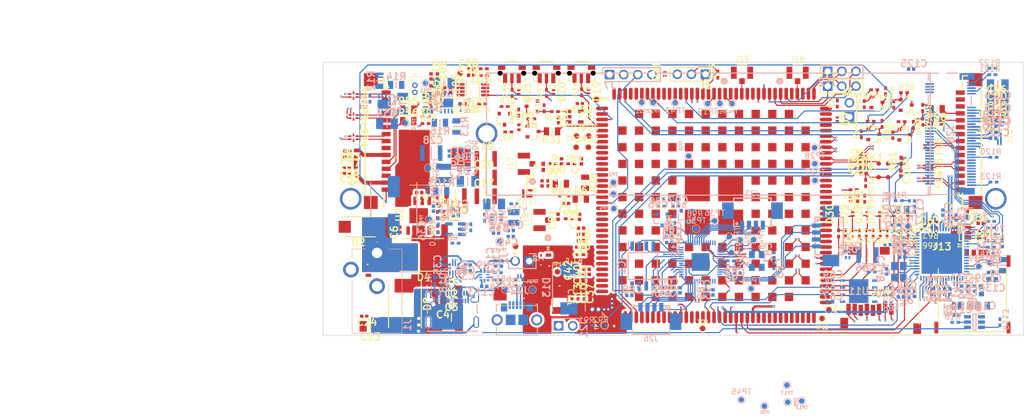
<source format=kicad_pcb>
(kicad_pcb (version 20241229) (generator "pcbnew") (generator_version "9.0")
  (layers (0 "F.Cu" signal) (4 "In1.Cu" power "GND1") (6 "In2.Cu" signal "Signal") (8 "In3.Cu" power "GND2") (10 "In4.Cu" power "PWR") (2 "B.Cu" signal) (13 "F.Paste" user) (15 "B.Paste" user) (5 "F.SilkS" user "F.Silkscreen") (7 "B.SilkS" user "B.Silkscreen") (1 "F.Mask" user) (3 "B.Mask" user) (25 "Edge.Cuts" user))
  (net 0 "")
  (net 1 "GND")
  (net 2 "VBAT")
  (net 3 "VPH_PWR")
  (net 4 "Net-(C36-+)")
  (net 5 "VUSB_BUS")
  (net 6 "Net-(U2-BST)")
  (net 7 "Net-(U2-SW)")
  (net 8 "Net-(U2-SS)")
  (net 9 "3V8")
  (net 10 "LDO17A_3V0")
  (net 11 "LDO15A_1V8")
  (net 12 "/SIM_SD/USIM1_VDD")
  (net 13 "/Antennas/ANT_MAIN")
  (net 14 "/Antennas/ANT_DRX")
  (net 15 "/Antennas/ANT_GNSS")
  (net 16 "/Antennas/ANT_WiFi")
  (net 17 "Net-(U1H-LINEOUT_P)")
  (net 18 "Net-(C12-Pad1)")
  (net 19 "Net-(U1H-LINEOUT_M)")
  (net 20 "TypeC_VBUS")
  (net 21 "NVMe_3V3")
  (net 22 "VREG_3V3")
  (net 23 "LDO_IOVDD")
  (net 24 "Net-(U4-ILIM)")
  (net 25 "CAM1_3V3")
  (net 26 "CAM0_3V3")
  (net 27 "/Cameras/CAM1_3V3_0")
  (net 28 "AUDIO_EN")
  (net 29 "/Cameras/CAM1_3V3_1")
  (net 30 "Net-(J3-Pad2)")
  (net 31 "Net-(U1E-USB_BOOT)")
  (net 32 "Net-(U7-REF)")
  (net 33 "/Interfaces/IN1")
  (net 34 "/Interfaces/OUT1")
  (net 35 "/Interfaces/ADC")
  (net 36 "/Interfaces/GPIO_31")
  (net 37 "/Interfaces/VOL_UP{slash}I2C_SDA ")
  (net 38 "/Interfaces/VOL_DOWN{slash}I2C_SCL")
  (net 39 "/SIM_SD/SD_CD")
  (net 40 "/SIM_SD/SD_VDD")
  (net 41 "Net-(MK1-VDD)")
  (net 42 "/SIM_SD/USIM1_DET")
  (net 43 "VDD_2V8")
  (net 44 "NVMe_1V05")
  (net 45 "Flash LED")
  (net 46 "Net-(Q1-B)")
  (net 47 "Net-(Q1-C)")
  (net 48 "Net-(Q2-B)")
  (net 49 "Net-(U10-SRT)")
  (net 50 "Net-(Q4-B)")
  (net 51 "Net-(Q5-B)")
  (net 52 "Net-(Q6-B)")
  (net 53 "Net-(D24-I{slash}O3)")
  (net 54 "Net-(Q9-B)")
  (net 55 "Net-(Q10-B)")
  (net 56 "Net-(U1A-CBL_PWR_N)")
  (net 57 "Net-(D24-I{slash}O2)")
  (net 58 "Net-(U3-ADJ)")
  (net 59 "/Interfaces/LED1")
  (net 60 "/Interfaces/GPIO_103")
  (net 61 "Net-(D24-I{slash}O1)")
  (net 62 "/Interfaces/PWRKEY")
  (net 63 "Net-(U1F-USIM1_DATA)")
  (net 64 "Net-(U1F-USIM1_CLK)")
  (net 65 "Net-(U1F-USIM1_RST)")
  (net 66 "/SIM_SD/USIM2_CLK")
  (net 67 "/SIM_SD/USIM2_RST")
  (net 68 "/SIM_SD/USIM2_DATA")
  (net 69 "/SIM_SD/USIM2_VDD")
  (net 70 "Net-(U1F-SD_CLK)")
  (net 71 "Net-(U1F-SD_CMD)")
  (net 72 "Net-(U1F-SD_DATA0)")
  (net 73 "Net-(U1F-SD_DATA1)")
  (net 74 "Net-(U1F-SD_DATA2)")
  (net 75 "Net-(U1F-SD_DATA3)")
  (net 76 "Net-(U1F-SD_DET)")
  (net 77 "Net-(U1C-CAM2_PWDN)")
  (net 78 "Net-(U1C-CAM2_RST)")
  (net 79 "Net-(U1C-CAM2_MCLK)")
  (net 80 "Net-(U1F-USIM2_DET)")
  (net 109 "Net-(U1D-GPIO_102)")
  (net 112 "Net-(MK1-OUTPUT)")
  (net 113 "/Audio/MIC1_P")
  (net 114 "/Antennas/ANT_DRX_C")
  (net 115 "/Antennas/ANT_GNSS_C0")
  (net 116 "/Antennas/ANT_GNSS_C1")
  (net 117 "/Audio/MIC1_M")
  (net 118 "Net-(MK1-GND_1)")
  (net 120 "Net-(U1D-SPI_MISO{slash}GPIO_14)")
  (net 121 "Net-(U1D-SPI_MOSI{slash}GPIO_15)")
  (net 122 "Net-(U1D-SPI_CLK{slash}GPIO_16)")
  (net 129 "Net-(U1D-SPI_CS_N{slash}GPIO_17)")
  (net 130 "Net-(U11-CLK)")
  (net 131 "/Cameras/CAM0_3V3_0")
  (net 132 "/Cameras/CAM0_3V3_1")
  (net 133 "Net-(Q11-B)")
  (net 135 "Net-(U3-EN)")
  (net 136 "Net-(U11-~{RESET})")
  (net 137 "Net-(U11-I{slash}O)")
  (net 138 "/Audio/MIC_BIAS1")
  (net 139 "/Cameras/CAM1_MD0_P")
  (net 140 "/Cameras/CAM1_MD0_N")
  (net 141 "/Cameras/CSI1_LN0_N")
  (net 142 "/Cameras/CSI1_LN0_P")
  (net 143 "/Cameras/CAM1_MD1_N")
  (net 144 "/Cameras/CSI1_LN1_N")
  (net 145 "/Cameras/CSI1_LN1_P")
  (net 146 "/Cameras/CAM1_MD1_P")
  (net 147 "/Cameras/CSI1_CLK_P")
  (net 148 "/Cameras/CAM1_CLK_N")
  (net 149 "/Cameras/CSI1_CLK_N")
  (net 150 "/Cameras/CAM1_CLK_P")
  (net 151 "/Cameras/CAM0_CLK_P")
  (net 152 "/Cameras/CAM0_CLK_N")
  (net 153 "/Cameras/CSI0_CLK_N")
  (net 154 "/Cameras/CSI0_CLK_P")
  (net 155 "/Cameras/CSI0_LN0_P")
  (net 156 "/Cameras/CAM0_MD0_N")
  (net 157 "/Cameras/CAM0_MD0_P")
  (net 158 "/Cameras/CSI0_LN0_N")
  (net 159 "/Cameras/CAM0_MD1_N")
  (net 160 "/Cameras/CSI0_LN1_N")
  (net 161 "/Cameras/CAM0_MD1_P")
  (net 162 "/Cameras/CSI0_LN1_P")
  (net 163 "/MCU/QSPI_SD0")
  (net 164 "/MCU/QSPI_SD3")
  (net 165 "/MCU/QSPI_SD2")
  (net 166 "/MCU/QSPI_SCLK")
  (net 167 "/MCU/QSPI_SD1")
  (net 168 "/MCU/QSPI_SS")
  (net 169 "/Power/FB")
  (net 170 "/Cameras/CAM0_I2C_SCL")
  (net 171 "/Cameras/CAM0_I2C_SDA")
  (net 172 "/Cameras/CAM1_I2C_SDA")
  (net 173 "/Cameras/CAM1_I2C_SCL")
  (net 174 "/Cameras/CAM0_RST")
  (net 175 "/Cameras/CAM0_MCLK")
  (net 176 "/Cameras/CAM0_PWDN")
  (net 177 "/MCU/USB_BOOT")
  (net 178 "/MCU/GPIO4")
  (net 179 "/MCU/GPIO5")
  (net 180 "/MCU/GPIO7")
  (net 181 "/MCU/GPIO6")
  (net 182 "/NVMe/CC1_ASM")
  (net 183 "Net-(U1E-USB_CC2)")
  (net 185 "Net-(U4-~{FAULT})")
  (net 186 "/MCU/ADC3")
  (net 187 "/MCU/ADC2")
  (net 188 "/MCU/ADC0")
  (net 189 "/MCU/ADC1")
  (net 190 "/MCU/RUN")
  (net 191 "/MCU/SWCLK")
  (net 192 "/MCU/SWD")
  (net 193 "/Cameras/CAM1_MCLK")
  (net 194 "/Cameras/CAM1_RST")
  (net 195 "/Cameras/CAM1_PWDN")
  (net 196 "/Cameras/CAM0_SDA")
  (net 197 "CAM0_IR_CUT_GPIO")
  (net 198 "/Cameras/CAM0_SCL")
  (net 199 "/Cameras/CAM1_SCL")
  (net 200 "CAM1_IR_CUT_GPIO")
  (net 201 "/Cameras/CAM1_SDA")
  (net 202 "/MCU/MCU_UART_TX")
  (net 203 "UART0_RXD")
  (net 204 "UART0_TXD")
  (net 205 "/MCU/MCU_UART_RX")
  (net 206 "Net-(C73-Pad1)")
  (net 207 "/Interfaces/CAM1_IN")
  (net 208 "/Interfaces/CAM0_IN")
  (net 209 "CAM1_EN")
  (net 210 "Net-(U12-XIN)")
  (net 211 "/Power/VRTC")
  (net 212 "Net-(C83-Pad1)")
  (net 213 "CAM0_EN")
  (net 214 "SD_LDO4")
  (net 215 "Net-(U1A-BATH_THERM)")
  (net 216 "Net-(U12-VREG_VOUT)")
  (net 217 "Net-(U1D-GPIO_98)")
  (net 218 "Net-(U1D-GPIO_99)")
  (net 219 "Net-(U1D-CHG_LED)")
  (net 220 "Net-(U1D-SENSOR_I2C_SCL)")
  (net 221 "Net-(U1D-SENSOR_I2C_SDA)")
  (net 222 "Net-(U1E-UART0_CTS{slash}I2C_SDA)")
  (net 223 "Net-(U1E-UART0_RTS{slash}I2C_SCL)")
  (net 259 "Net-(C98-Pad2)")
  (net 260 "Net-(C99-Pad2)")
  (net 261 "Net-(U13-VO-)")
  (net 262 "Net-(U13-VO+)")
  (net 263 "Net-(C109-Pad2)")
  (net 264 "Net-(C110-Pad2)")
  (net 265 "Net-(U9-REF)")
  (net 266 "NMVe_VBUS")
  (net 267 "Net-(J28-PETp0{slash}SATA-A+)")
  (net 268 "/NVMe/PCIe_TX0+")
  (net 269 "Net-(J28-PETn0{slash}SATA-A-)")
  (net 270 "/NVMe/PCIe_TX0-")
  (net 271 "/NVMe/PCIe_TX1+")
  (net 272 "Net-(J28-PETp1)")
  (net 273 "Net-(J28-PETn1)")
  (net 274 "/NVMe/PCIe_TX1-")
  (net 275 "NVMe_2V5")
  (net 276 "SC206E_USB_SS1_TX_P")
  (net 277 "/NVMe/UTXP0")
  (net 278 "/NVMe/UTXN0")
  (net 279 "SC206E_USB_SS1_TX_N")
  (net 280 "SC206E_USB_SS2_TX_P")
  (net 281 "/NVMe/UTXP1")
  (net 282 "SC206E_USB_SS2_TX_N")
  (net 283 "/NVMe/UTXN1")
  (net 284 "Net-(U14-XI)")
  (net 285 "Net-(U14-XO)")
  (net 286 "/NVMe/RST_ASM")
  (net 287 "Net-(D2-K)")
  (net 288 "Net-(U1E-UART1_TXD)")
  (net 289 "Net-(U1E-UART1_RXD)")
  (net 290 "Net-(D11-K_1)")
  (net 291 "Net-(D11-K_2)")
  (net 292 "/USB_UARTs/TypeC_USB_D_P")
  (net 293 "Net-(D19-Pad2)")
  (net 294 "Net-(D20-Pad2)")
  (net 295 "Net-(D21-Pad2)")
  (net 296 "Net-(J14-CLK)")
  (net 297 "Net-(J14-CMD)")
  (net 298 "Net-(J14-DAT0)")
  (net 299 "Net-(J14-DAT1)")
  (net 300 "Net-(J14-DAT2)")
  (net 301 "Net-(J14-CD{slash}DAT3)")
  (net 305 "Net-(IC2-EN)")
  (net 307 "Net-(IC3-EN)")
  (net 325 "/MCU/MCU_USB_P")
  (net 326 "Net-(J22-Pad4)")
  (net 327 "Net-(J22-Pad1)")
  (net 328 "/MCU/MCU_USB_N")
  (net 329 "Net-(J28-CONFIG2)")
  (net 337 "/NVMe/PCIe_RX0-")
  (net 339 "Net-(J28-CONFIG3)")
  (net 340 "Net-(J28-SMB_SCL)")
  (net 341 "Net-(J28-CONFIG0)")
  (net 343 "/NVMe/PCIe_RX0+")
  (net 344 "/NVMe/PCIe_RX1+")
  (net 345 "Net-(J28-CONFIG1)")
  (net 346 "/NVMe/PCIe_RX1-")
  (net 353 "/NVMe/PERST")
  (net 361 "Net-(J28-DAS{slash}~{DSS}{slash}~{LED1})")
  (net 362 "/NVMe/PEWAKE_M2")
  (net 365 "Net-(J28-SMB_SDA)")
  (net 366 "/NVMe/GPIO8_ASM")
  (net 370 "Net-(U6-SW)")
  (net 371 "Net-(U15-SW)")
  (net 372 "Net-(LED1-A)")
  (net 373 "Net-(LED2-K)")
  (net 374 "Net-(LED4-A)")
  (net 375 "Net-(LED5-A)")
  (net 376 "Net-(Q2-C)")
  (net 377 "Net-(Q3-B)")
  (net 378 "Net-(U2-RT{slash}CLK)")
  (net 379 "/NVMe/GPIO0_ASM")
  (net 380 "Net-(U15-FB)")
  (net 381 "Net-(U10-RESET#)")
  (net 382 "Net-(U11-EP)")
  (net 383 "Net-(J22-Pad3)")
  (net 384 "Net-(J22-Pad2)")
  (net 385 "Net-(U12-XOUT)")
  (net 386 "Net-(U13-IN+)")
  (net 387 "Net-(U13-IN-)")
  (net 388 "Net-(U9-L1+)")
  (net 389 "Net-(U6-EN)")
  (net 390 "Net-(U6-FB)")
  (net 391 "Net-(U9-L0+)")
  (net 392 "/USB_UARTs/USB_SW")
  (net 395 "Net-(U15-EN)")
  (net 396 "/NVMe/SMB_SDA")
  (net 397 "/NVMe/SMB_SCL")
  (net 398 "/NVMe/TEST_EN")
  (net 399 "Net-(U14-REXT)")
  (net 400 "Net-(U14-UART_TX)")
  (net 401 "Net-(U14-UART_RX)")
  (net 402 "Net-(U12-GPIO2)")
  (net 403 "Net-(U12-GPIO3)")
  (net 405 "Net-(U14-CC2)")
  (net 406 "Net-(U14-HDDPC)")
  (net 407 "Net-(U1D-GPIO_106)")
  (net 408 "Net-(U1D-GPIO_32)")
  (net 409 "SC206E_USB_SS1_RX_P")
  (net 410 "/USB_UARTs/SC206E_CC1")
  (net 411 "/USB_UARTs/SC206E_USB_D_P")
  (net 412 "SC206E_USB_SS2_RX_N")
  (net 413 "SC206E_USB_SS1_RX_N")
  (net 414 "SC206E_USB_SS2_RX_P")
  (net 416 "NVMe_USB_D_P")
  (net 442 "/USB_UARTs/TypeC_USB_D_N")
  (net 443 "/USB_UARTs/SC206E_USB_D_N")
  (net 444 "NVMe_USB_D_N")
  (net 445 "Net-(U12-GPIO12)")
  (net 446 "Net-(U12-GPIO13)")
  (net 447 "Net-(U12-GPIO14)")
  (net 448 "Net-(U12-GPIO15)")
  (net 449 "/NVMe/REFCLK_P")
  (net 450 "/NVMe/REFCLK_N")
  (footprint "000MCLib:BC81740215" (layer "F.Cu") (at 107.42 66.975 90)
    (property "Reference" "Q3")
    (property "Value" "BC817-40,215" (hide yes))
  )
  (footprint "000MCLib:RESC2012X50N" (layer "F.Cu") (at 116.97 80.76 -90)
    (property "Reference" "R20")
    (property "Value" "0R" (hide yes))
  )
  (footprint "000MCLib:CAPC1005X55N" (layer "F.Cu") (at 96.43 61.37)
    (property "Reference" "C99")
    (property "Value" "10uF 6.3V" (hide yes))
  )
  (footprint "000MCLib:RC0402N_YAG" (layer "F.Cu") (at 177.77 69.77 90)
    (property "Reference" "R62")
    (property "Value" "2K2")
  )
  (footprint "000MCLib:RC0402N_YAG" (layer "F.Cu") (at 172.61 89.91 -90)
    (property "Reference" "R69")
    (property "Value" "33R")
  )
  (footprint "000MCLib:SOT-23-5_L2.9-W1.6-P0.95-LS2.8-BL" (layer "F.Cu") (at 115.08 68.85 -90)
    (property "Reference" "U10")
    (property "Value" "SGM804")
  )
  (footprint "000MCLib:CAPC1005X55N" (layer "F.Cu") (at 191.67 67.87)
    (property "Reference" "C55")
    (property "Value" "100nF 10V" (hide yes))
  )
  (footprint "000MCLib:CAPC1005X55N" (layer "F.Cu") (at 94.87 66.53 180)
    (property "Reference" "C106")
    (property "Value" "33pF 50V" (hide yes))
  )
  (footprint "000MCLib:RESC2012X50N" (layer "F.Cu") (at 85.1 69.64)
    (property "Reference" "R56")
    (property "Value" "0R" (hide yes))
  )
  (footprint "000MCLib:SC120501ETG" (layer "F.Cu") (at 117.575 64.305 -90)
    (property "Reference" "D19")
    (property "Value" "SC1205-01ETG" (hide yes))
  )
  (footprint "000MCLib:LCFE121002A900TG" (layer "F.Cu") (at 75.23 72.64 -90)
    (property "Reference" "FL3")
    (property "Value" "LCFE121002A900TG" (hide yes))
  )
  (footprint "000MCLib:RC0402N_YAG" (layer "F.Cu") (at 173.86 89.91 -90)
    (property "Reference" "R76")
    (property "Value" "51K")
  )
  (footprint "000MCLib:CAPC1005X55N" (layer "F.Cu") (at 90.35 61.6 -90)
    (property "Reference" "C108")
    (property "Value" "33pF 50V" (hide yes))
  )
  (footprint "000MCLib:RC0402N_YAG" (layer "F.Cu") (at 116.0188 92.39 180)
    (property "Reference" "R2")
    (property "Value" "47K")
  )
  (footprint "000MCLib:CAPC1005X55N" (layer "F.Cu") (at 89.2 66.27 90)
    (property "Reference" "C109")
    (property "Value" "33pF 50V" (hide yes))
  )
  (footprint "000MCLib:436333033816" (layer "F.Cu") (at 110 61.005 180)
    (property "Reference" "S2")
    (property "Value" "436333033816" (hide yes))
  )
  (footprint "000MCLib:HDRV2W67P254_2X1_254X483X858P" (layer "F.Cu") (at 164.57 68.88)
    (property "Reference" "J3")
    (property "Value" "67996-100HLF" (hide yes))
  )
  (footprint "000MCLib:RC0402N_YAG" (layer "F.Cu") (at 169.03 63.9988 180)
    (property "Reference" "R40")
    (property "Value" "10K")
  )
  (footprint "000MCLib:RC0402N_YAG" (layer "F.Cu") (at 166.72 72.0088 90)
    (property "Reference" "R44")
    (property "Value" "10K")
  )
  (footprint "000MCLib:SOIC127P600X163-9N" (layer "F.Cu") (at 86.98 86.71 90)
    (property "Reference" "U2")
    (property "Value" "AP64502QSP-13" (hide yes))
  )
  (footprint "000MCLib:CAPC1005X55N" (layer "F.Cu") (at 191.67 69.04)
    (property "Reference" "C59")
    (property "Value" "1uF 50V" (hide yes))
  )
  (footprint "000MCLib:CAPC1005X55N" (layer "F.Cu") (at 112.09 86.9 90)
    (property "Reference" "C81")
    (property "Value" "33pF 50V" (hide yes))
  )
  (footprint "000MCLib:RC0402N_YAG" (layer "F.Cu") (at 162.39 66.49 90)
    (property "Reference" "R24")
    (property "Value" "10K")
  )
  (footprint "000MCLib:BEADC1005X55N" (layer "F.Cu") (at 173.89 76.81 90)
    (property "Reference" "FB1")
    (property "Value" "110Ohm 1200mA" (hide yes))
  )
  (footprint "000MCLib:LCFE121002A900TG" (layer "F.Cu") (at 178.71 80.2 -90)
    (property "Reference" "FL4")
    (property "Value" "LCFE121002A900TG" (hide yes))
  )
  (footprint "000MCLib:SODFL1006X40N" (layer "F.Cu") (at 109.02 94.36 90)
    (property "Reference" "D7")
    (property "Value" "ESD9B5.0ST5G")
  )
  (footprint "000MCLib:CAPC3225X280N" (layer "F.Cu") (at 93.61 83.17 180)
    (property "Reference" "C18")
    (property "Value" "47uF 10V X7S" (hide yes))
  )
  (footprint "000MCLib:LTPL-C0676WPGB" (layer "F.Cu") (at 106.9456 82.72 180)
    (property "Reference" "LED3")
    (property "Value" "LTPL-C0676WPGB")
  )
  (footprint "000MCLib:SC120501ETG" (layer "F.Cu") (at 111.275 64.38 -90)
    (property "Reference" "D20")
    (property "Value" "SC1205-01ETG" (hide yes))
  )
  (footprint "000MCLib:RESC2012X50N" (layer "F.Cu") (at 112.59 80.95 180)
    (property "Reference" "R87")
    (property "Value" "0R" (hide yes))
  )
  (footprint "000MCLib:RC0402N_YAG" (layer "F.Cu") (at 104.995 68.11 90)
    (property "Reference" "R29")
    (property "Value" "10K")
  )
  (footprint "000MCLib:CAPC1005X55N" (layer "F.Cu") (at 92.37 106.91)
    (property "Reference" "C4")
    (property "Value" "100nF 50V X7R" (hide yes))
  )
  (footprint "000MCLib:CAPC1005X55N" (layer "F.Cu") (at 116.23 90.08 180)
    (property "Reference" "C7")
    (property "Value" "1uF 50V" (hide yes))
  )
  (footprint "000MCLib:CAPC3216X190N" (layer "F.Cu") (at 92.86 102.69)
    (property "Reference" "C2")
    (property "Value" "10uF 50V X7R" (hide yes))
  )
  (footprint "000MCLib:CAPC1005X55N" (layer "F.Cu") (at 173.83 79.1 -90)
    (property "Reference" "C104")
    (property "Value" "100nF 10V" (hide yes))
  )
  (footprint "000MCLib:CAPC1005X55N" (layer "F.Cu") (at 114.64 101.26 -90)
    (property "Reference" "C13")
    (property "Value" "100nF 10V" (hide yes))
  )
  (footprint "000MCLib:T495D" (layer "F.Cu") (at 104.76 100.78 180)
    (property "Reference" "C16")
    (property "Value" "100uF 10V" (hide yes))
  )
  (footprint "000MCLib:CAPC1005X55N" (layer "F.Cu") (at 117.7 96.84 90)
    (property "Reference" "C41")
    (property "Value" "1uF 50V" (hide yes))
  )
  (footprint "000MCLib:RC0402N_YAG" (layer "F.Cu") (at 167.61 89.91 -90)
    (property "Reference" "R71")
    (property "Value" "33R")
  )
  (footprint "000MCLib:CAPC1005X55N" (layer "F.Cu") (at 166.58 76.48 90)
    (property "Reference" "C100")
    (property "Value" "33pF 50V" (hide yes))
  )
  (footprint "000MCLib:RC0402N_YAG" (layer "F.Cu") (at 109.57 67.33 90)
    (property "Reference" "R34")
    (property "Value" "20K")
  )
  (footprint "000MCLib:RC0402N_YAG" (layer "F.Cu") (at 111.51 67.93 180)
    (property "Reference" "R35")
    (property "Value" "27K")
  )
  (footprint "000MCLib:CAPC1005X55N" (layer "F.Cu") (at 188.22 88.08)
    (property "Reference" "C65")
    (property "Value" "100nF 10V" (hide yes))
  )
  (footprint "000MCLib:LCFE121002A900TG" (layer "F.Cu") (at 75.23 68.84 -90)
    (property "Reference" "FL2")
    (property "Value" "LCFE121002A900TG" (hide yes))
  )
  (footprint "000MCLib:BC81740215" (layer "F.Cu") (at 168.96 72.0338 -90)
    (property "Reference" "Q6")
    (property "Value" "BC817-40,215" (hide yes))
  )
  (footprint "000MCLib:CAPC1005X55N" (layer "F.Cu") (at 116.6 96.81 90)
    (property "Reference" "C40")
    (property "Value" "100nF 10V" (hide yes))
  )
  (footprint "000MCLib:CONN-SMD_15P-P1.25_HCTL_HC-1.25-15PLT" (layer "F.Cu") (at 79.74 73.25 -90)
    (property "Reference" "J9")
    (property "Value" "1.25x15P")
  )
  (footprint "000MCLib:RC0402N_YAG" (layer "F.Cu") (at 167.24 66.5888 90)
    (property "Reference" "R43")
    (property "Value" "10K")
  )
  (footprint "000MCLib:CAPC1005X55N" (layer "F.Cu") (at 96.41 60.28)
    (property "Reference" "C98")
    (property "Value" "10uF 6.3V" (hide yes))
  )
  (footprint "000MCLib:SC110501UTG" (layer "F.Cu") (at 77.926178 96.893316 -90)
    (property "Reference" "D3")
    (property "Value" "SC1122-01UTG" (hide yes))
  )
  (footprint "000MCLib:0402" (layer "F.Cu") (at 190.03 68.5 90)
    (property "Reference" "L6")
    (property "Value" "600ohm 100MHz" (hide yes))
  )
  (footprint "TestPoint:TestPoint_Pad_D1.0mm" (layer "F.Cu") (at 111.96 96.82)
    (property "Reference" "TP14")
    (property "Value" "TestPoint")
  )
  (footprint "000MCLib:RC0402N_YAG" (layer "F.Cu") (at 98.45 66.55 180)
    (property "Reference" "R103")
    (property "Value" "10K")
  )
  (footprint "000MCLib:CAPC1005X55N" (layer "F.Cu") (at 191.64 66.15)
    (property "Reference" "C60")
    (property "Value" "1uF 50V" (hide yes))
  )
  (footprint "000MCLib:HDRV3W66P0X254_1X3_762X249X1042P" (layer "F.Cu") (at 138.65 61.2036 180)
    (property "Reference" "J5")
    (property "Value" "22-28-4034" (hide yes))
  )
  (footprint "000MCLib:CAPC1005X55N" (layer "F.Cu") (at 166.03 83.635 90)
    (property "Reference" "C61")
    (property "Value" "33pF 50V" (hide yes))
  )
  (footprint "000MCLib:RC0402N_YAG" (layer "F.Cu") (at 162.61 89.91 -90)
    (property "Reference" "R73")
    (property "Value" "33R")
  )
  (footprint "000MCLib:MEM20610118800A" (layer "F.Cu") (at 164.415 103.5825)
    (property "Reference" "J14")
    (property "Value" "MEM2061-01-188-00-A" (hide yes))
  )
  (footprint "000MCLib:RESC2012X50N" (layer "F.Cu") (at 85.1 67.55)
    (property "Reference" "R55")
    (property "Value" "0R" (hide yes))
  )
  (footprint "TestPoint:TestPoint_Pad_D1.0mm" (layer "F.Cu") (at 117.6 72.33)
    (property "Reference" "TP25")
    (property "Value" "TestPoint")
  )
  (footprint "000MCLib:ETQ-P4M_KVC" (layer "F.Cu") (at 90.31 76.19)
    (property "Reference" "L1")
    (property "Value" "ETQ-P4M6R8KVC 6.8uH 6.9A" (hide yes))
  )
  (footprint "000MCLib:RC0402N_YAG" (layer "F.Cu") (at 165.11 89.91 -90)
    (property "Reference" "R79")
    (property "Value" "51K")
  )
  (footprint "000MCLib:CAPC1005X55N" (layer "F.Cu") (at 74.03 78.03 180)
    (property "Reference" "C54")
    (property "Value" "100nF 10V" (hide yes))
  )
  (footprint "000MCLib:436333033816" (layer "F.Cu") (at 103.775 61.005 180)
    (property "Reference" "S3")
    (property "Value" "436333033816" (hide yes))
  )
  (footprint "000MCLib:RC0402N_YAG" (layer "F.Cu") (at 168.41 69.6988 180)
    (property "Reference" "R41")
    (property "Value" "10K")
  )
  (footprint "000MCLib:DIOM7959X250N" (layer "F.Cu") (at 87.57 93.77 180)
    (property "Reference" "D4")
    (property "Value" "B550C-13-F" (hide yes))
  )
  (footprint "000MCLib:CAPC1005X55N" (layer "F.Cu") (at 167.12 78.04)
    (property "Reference" "C101")
    (property "Value" "100nF 10V" (hide yes))
  )
  (footprint "000MCLib:RC0402N_YAG" (layer "F.Cu") (at 90.36 86.58 -90)
    (property "Reference" "R5")
    (property "Value" "10K")
  )
  (footprint "000MCLib:CAPC1005X55N" (layer "F.Cu") (at 115.725 101.26 -90)
    (property "Reference" "C10")
    (property "Value" "33pF 50V" (hide yes))
  )
  (footprint "000MCLib:RC0402N_YAG" (layer "F.Cu") (at 116.325 64.455 90)
    (property "Reference" "R36")
    (property "Value" "1K")
  )
  (footprint "000MCLib:LCFE121002A900TG" (layer "F.Cu") (at 75.23 65.04 -90)
    (property "Reference" "FL1")
    (property "Value" "LCFE121002A900TG" (hide yes))
  )
  (footprint "000MCLib:SESD0402Q2UG0020090" (layer "F.Cu") (at 131.32 61.1462)
    (property "Reference" "D11")
    (property "Value" "SP0402U-ULC-02ETG" (hide yes))
  )
  (footprint "000MCLib:SOT95P280X145-6N" (layer "F.Cu") (at 184.66 89.77)
    (property "Reference" "D24")
    (property "Value" "SRV05-4.TCT" (hide yes))
  )
  (footprint "TestPoint:TestPoint_Pad_D1.0mm" (layer "F.Cu") (at 119 65.74)
    (property "Reference" "TP1")
    (property "Value" "TestPoint")
  )
  (footprint "000MCLib:RC0402N_YAG" (layer "F.Cu") (at 90.4 89.11 90)
    (property "Reference" "R3")
    (property "Value" "200K")
  )
  (footprint "000MCLib:RC0402N_YAG" (layer "F.Cu") (at 172.56 66.6576 90)
    (property "Reference" "R42")
    (property "Value" "10K")
  )
  (footprint "000MCLib:CAPC1005X55N" (layer "F.Cu") (at 109.2 80.88 -90)
    (property "Reference" "C75")
    (property "Value" "100nF 10V" (hide yes))
  )
  (footprint "000MCLib:CAPC1005X55N" (layer "F.Cu") (at 191.6 64.98)
    (property "Reference" "C56")
    (property "Value" "100nF 10V" (hide yes))
  )
  (footprint "000MCLib:CAPC1005X55N" (layer "F.Cu") (at 91.66 64.03 90)
    (property "Reference" "C107")
    (property "Value" "100pF 50V" (hide yes))
  )
  (footprint "000MCLib:CAPC1005X55N" (layer "F.Cu") (at 110.28 80.88 -90)
    (property "Reference" "C73")
    (property "Value" "1uF 50V" (hide yes))
  )
  (footprint "000MCLib:CAPC1005X55N" (layer "F.Cu") (at 74.13 76.18 180)
    (property "Reference" "C57")
    (property "Value" "1uF 50V" (hide yes))
  )
  (footprint "000MCLib:RC0402N_YAG" (layer "F.Cu") (at 185.85 86.4988 -90)
    (property "Reference" "R75")
    (property "Value" "100K")
  )
  (footprint "000MCLib:RC0402N_YAG" (layer "F.Cu") (at 114.02 87.2508)
    (property "Reference" "R90")
    (property "Value" "0R")
  )
  (footprint "000MCLib:RC0402N_YAG" (layer "F.Cu") (at 88.22 68.86)
    (property "Reference" "R61")
    (property "Value" "2K2")
  )
  (footprint "000MCLib:SC120501ETG" (layer "F.Cu") (at 167.8 86.415 90)
    (property "Reference" "D28")
    (property "Value" "SC1205-01ETG" (hide yes))
  )
  (footprint "000MCLib:SOP65P490X110-8N" (layer "F.Cu") (at 96.75 63.99 180)
    (property "Reference" "U13")
    (property "Value" "PAM8302AASCR" (hide yes))
  )
  (footprint "000MCLib:530470210" (layer "F.Cu") (at 86.3 63.21 90)
    (property "Reference" "J27")
    (property "Value" "53047-0210" (hide yes))
  )
  (footprint "000MCLib:RESC2012X50N" (layer "F.Cu") (at 180.28 67.47 180)
    (property "Reference" "R58")
    (property "Value" "0R" (hide yes))
  )
  (footprint "000MCLib:CAPC1005X55N" (layer "F.Cu") (at 83.58 89.23 90)
    (property "Reference" "C6")
    (property "Value" "100nF 50V X7R" (hide yes))
  )
  (footprint "000MCLib:RESC2012X50N" (layer "F.Cu") (at 111 71.5 180)
    (property "Reference" "R31")
    (property "Value" "0R" (hide yes))
  )
  (footprint "000MCLib:RC0402N_YAG" (layer "F.Cu") (at 171.08 64.2388 -90)
    (property "Reference" "R45")
    (property "Value" "10K")
  )
  (footprint "TestPoint:TestPoint_Pad_D1.0mm" (layer "F.Cu") (at 160.88 103.65 90)
    (property "Reference" "TP32")
    (property "Value" "TestPoint")
  )
  (footprint "000MCLib:CAPC1005X55N" (layer "F.Cu") (at 167.58 76.5 90)
    (property "Reference" "C103")
    (property "Value" "10pF 50V" (hide yes))
  )
  (footprint "000MCLib:RC0402N_YAG" (layer "F.Cu") (at 93.38 85.92 180)
    (property "Reference" "R11")
    (property "Value" "4K7")
  )
  (footprint "000MCLib:COAX2_636101112001_WRE" (layer "F.Cu") (at 145.22 60.91)
    (property "Reference" "J15")
    (property "Value" "636101112001")
  )
  (footprint "000MCLib:RC0402N_YAG" (layer "F.Cu") (at 173.97 69.7488 180)
    (property "Reference" "R49")
    (property "Value" "10K")
  )
  (footprint "000MCLib:0402" (layer "F.Cu") (at 75.63 78.62 90)
    (property "Reference" "L5")
    (property "Value" "600ohm 100MHz" (hide yes))
  )
  (footprint "000MCLib:CAPC1005X55N" (layer "F.Cu") (at 74.03 79.1 180)
    (property "Reference" "C58")
    (property "Value" "1uF 50V" (hide yes))
  )
  (footprint "000MCLib:CAPC1005X55N" (layer "F.Cu") (at 87.07 82.55 180)
    (property "Reference" "C9")
    (property "Value" "10nF 50V" (hide yes))
  )
  (footprint "000MCLib:SIM8066611401A" (layer "F.Cu") (at 186.73 100.78)
    (property "Reference" "J13")
    (property "Value" "SIM8066-6-1-14-01-A" (hide yes))
  )
  (footprint "TestPoint:TestPoint_Pad_D1.0mm" (layer "F.Cu") (at 115.35 74.37)
    (property "Reference" "TP24")
    (property "Value" "TestPoint")
  )
  (footprint "000MCLib:CAPC1005X55N" (layer "F.Cu") (at 116.81 101.26 -90)
    (property "Reference" "C37")
    (property "Value" "10pF 50V" (hide yes))
  )
  (footprint "000MCLib:COAX2_636101112001_WRE" (layer "F.Cu") (at 155.23 60.91)
    (property "Reference" "J16")
    (property "Value" "636101112001")
  )
  (footprint "000MCLib:BC81740215" (layer "F.Cu") (at 102.445 69.3 180)
    (property "Reference" "Q2")
    (property "Value" "BC817-40,215" (hide yes))
  )
  (footprint "000MCLib:0402" (layer "F.Cu") (at 75.64 75.56 -90)
    (property "Reference" "L4")
    (property "Value" "600ohm 100MHz" (hide yes))
  )
  (footprint "000MCLib:RESC2012X50N" (layer "F.Cu") (at 180.28 69.74 180)
    (property "Reference" "R57")
    (property "Value" "0R" (hide yes))
  )
  (footprint "000MCLib:RC0402N_YAG" (layer "F.Cu") (at 176.09 70.32 -90)
    (property "Reference" "R54")
    (property "Value" "10K")
  )
  (footprint "000MCLib:CAPC3216X190N" (layer "F.Cu") (at 92.86 100.27)
    (property "Reference" "C1")
    (property "Value" "10uF 50V X7R" (hide yes))
  )
  (footprint "000MCLib:CAPC1005X55N" (layer "F.Cu") (at 179.66 89.963333)
    (property "Reference" "C63")
    (property "Value" "22pF 50V" (hide yes))
  )
  (footprint "000MCLib:RC0402N_YAG" (layer "F.Cu") (at 98.71 61.43 180)
    (property "Reference" "R101")
    (property "Value" "10K")
  )
  (footprint "000MCLib:RC0402N_YAG" (layer "F.Cu") (at 179.66 91.01 180)
    (property "Reference" "R66")
    (property "Value" "22R")
  )
  (footprint "000MCLib:INDC1005X60N" (layer "F.Cu") (at 109.42 77.9 90)
    (property "Reference" "L8")
    (property "Value" "56nH" (hide yes))
  )
  (footprint "000MCLib:RC0402N_YAG" (layer "F.Cu") (at 98.71 60.2 180)
    (property "Reference" "R100")
    (property "Value" "10K")
  )
  (footprint "000MCLib:0402" (layer "F.Cu") (at 190.01 65.56 -90)
    (property "Reference" "L7")
    (property "Value" "600ohm 100MHz" (hide yes))
  )
  (footprint "000MCLib:SMLP11VTT86R" (layer "F.Cu") (at 105.035 70.77)
    (property "Reference" "LED2")
    (property "Value" "SML-P11VTT86R" (hide yes))
  )
  (footprint "000MCLib:CAPC1005X55N" (layer "F.Cu") (at 116.21 91.22 180)
    (property "Reference" "C5")
    (property "Value" "22uF 6.3V" (hide yes))
  )
  (footprint "000MCLib:SC120501ETG" (layer "F.Cu") (at 105.015 64.415 -90)
    (property "Reference" "D21")
    (property "Value" "SC1205-01ETG" (hide yes))
  )
  (footprint "000MCLib:SC110501UTG" (layer "F.Cu") (at 113.89 96.6 90)
    (property "Reference" "D12")
    (property "Value" "SC1105-01UTG" (hide yes))
  )
  (footprint "000MCLib:CAPC1005X55N" (layer "F.Cu") (at 113.54 84.51 180)
    (property "Reference" "C12")
    (property "Value" "100nF 10V" (hide yes))
  )
  (footprint "TestPoint:TestPoint_Pad_D1.0mm" (layer "F.Cu") (at 120.48 106.47 90)
    (property "Reference" "TP7")
    (property "Value" "TestPoint")
  )
  (footprint "000MCLib:CAPC1005X55N" (layer "F.Cu") (at 92.72 64.04 -90)
    (property "Reference" "C105")
    (property "Value" "22uF 6.3V" (hide yes))
  )
  (footprint "000MCLib:SC120501ETG" (layer "F.Cu") (at 172.56 86.415 90)
    (property "Reference" "D26")
    (property "Value" "SC1205-01ETG" (hide yes))
  )
  (footprint "000MCLib:SC200E_SC206E" (layer "F.Cu") (at 140.18 84.86 90)
    (property "Reference" "U1")
    (property "Value" "SC206EEMDA-G51-UGNDA" (hide yes))
  )
  (footprint "000MCLib:CAPC1005X55N" (layer "F.Cu") (at 89.21 61.59 -90)
    (property "Reference" "C110")
    (property "Value" "33pF 50V" (hide yes))
  )
  (footprint "000MCLib:RC0402N_YAG" (layer "F.Cu") (at 170.44 70.14 -90)
    (property "Reference" "R46")
    (property "Value" "10K")
  )
  (footprint "000MCLib:RC0402N_YAG" (layer "F.Cu") (at 167.33 83.645 -90)
    (property "Reference" "R64")
    (property "Value" "100K")
  )
  (footprint "000MCLib:RC0402N_YAG" (layer "F.Cu") (at 188.47 90.8)
    (property "Reference" "R65")
    (property "Value" "22R")
  )
  (footprint "TestPoint:TestPoint_Pad_D1.0mm" (layer "F.Cu") (at 104.42 92.24 180)
    (property "Reference" "TP9")
    (property "Value" "3.86V")
  )
  (footprint "000MCLib:RC0402N_YAG" (layer "F.Cu") (at 167.49 80.82 -90)
    (property "Reference" "R102")
    (property "Value" "0R")
  )
  (footprint "000MCLib:RC0402N_YAG" (layer "F.Cu") (at 116.1 93.75 180)
    (property "Reference" "R1")
    (property "Value" "0R")
  )
  (footprint "000MCLib:RC0402N_YAG" (layer "F.Cu") (at 175.11 89.91 -90)
    (property "Reference" "R68")
    (property "Value" "33R")
  )
  (footprint "000MCLib:CAPC1005X55N" (layer "F.Cu") (at 111.17 77.36 180)
    (property "Reference" "C80")
    (property "Value" "100pF 50V" (hide yes))
  )
  (footprint "000MCLib:RC0402N_YAG" (layer "F.Cu") (at 171.36 89.91 -90)
    (property "Reference" "R77")
    (property "Value" "51K")
  )
  (footprint "000MCLib:RC0402N_YAG" (layer "F.Cu") (at 174.41 64.5176)
    (property "Reference" "R39")
    (property "Value" "1K")
  )
  (footprint "000MCLib:BEADC1005X55N" (layer "F.Cu") (at 89.81 63.3 180)
    (property "Reference" "FB3")
    (property "Value" "110Ohm 1200mA" (hide yes))
  )
  (footprint "000MCLib:RC0402N_YAG" (layer "F.Cu") (at 172.39 72.1588 90)
    (property "Reference" "R52")
    (property "Value" "10K")
  )
  (footprint "000MCLib:RC0402N_YAG" (layer "F.Cu") (at 114.47 77.34)
    (property "Reference" "R89")
    (property "Value" "0R")
  )
  (footprint "000MCLib:CAPC3225X280N" (layer "F.Cu") (at 99.06 76.46)
    (property "Reference" "C19")
    (property "Value" "47uF 10V X7S" (hide yes))
  )
  (footprint "000MCLib:DIOM5436X244N" (layer "F.Cu") (at 75.87 88.71 180)
    (property "Reference" "D2")
    (property "Value" "SMBJ20A" (hide yes))
  )
  (footprint "000MCLib:RC0402N_YAG" (layer "F.Cu") (at 168.86 89.91 -90)
    (property "Reference" "R78")
    (property "Value" "51K")
  )
  (footprint "000MCLib:RC0402N_YAG" (layer "F.Cu") (at 90.317 84.04 -90)
    (property "Reference" "R4")
    (property "Value" "38K3")
  )
  (footprint "000MCLib:CAPC3216X190N" (layer "F.Cu") (at 92.88 105.07)
    (property "Reference" "C3")
    (property "Value" "10uF 50V X7R" (hide yes))
  )
  (footprint "000MCLib:RC0402N_YAG" (layer "F.Cu") (at 166.36 89.91 -90)
    (property "Reference" "R72")
    (property "Value" "33R")
  )
  (footprint "000MCLib:BC81740215" (layer "F.Cu") (at 169.52 66.2576 -90)
    (property "Reference" "Q4")
    (property "Value" "BC817-40,215" (hide yes))
  )
  (footprint "000MCLib:CAP_UMK325B7475MM-T_TAY" (layer "F.Cu") (at 112.37 102.32 -90)
    (property "Reference" "C15")
    (property "Value" "4.7uF 50V")
  )
  (footprint "000MCLib:SOD1608X70" (layer "F.Cu") (at 113.2 83.19 180)
    (property "Reference" "D5")
    (property "Value" "RB751S40")
  )
  (footprint "000MCLib:BC81740215" (layer "F.Cu") (at 174.8 66.7476 -90)
    (property "Reference" "Q5")
    (property "Value" "BC817-40,215" (hide yes))
  )
  (footprint "000MCLib:CONN-SMD_15P-P1.25_HCTL_HC-1.25-15PLT" (layer "F.Cu") (at 185.92 73.25 90)
    (property "Reference" "J10")
    (property "Value" "1.25x15P")
  )
  (footprint "000MCLib:RC0402N_YAG" (layer "F.Cu") (at 179.66 87.87 180)
    (property "Reference" "R67")
    (property "Value" "22R")
  )
  (footprint "000MCLib:CAPC3216X190N" (layer "F.Cu") (at 78.28 106.67 180)
    (property "Reference" "C23")
    (property "Value" "10uF 50V X7R" (hide yes))
  )
  (footprint "000MCLib:RC0402N_YAG" (layer "F.Cu") (at 140.86 61.27 90)
    (property "Reference" "R23")
    (property "Value" "10K")
  )
  (footprint "000MCLib:RC0402N_YAG" (layer "F.Cu") (at 109.995 64.565 90)
    (property "Reference" "R37")
    (property "Value" "1K")
  )
  (footprint "000MCLib:RC0402N_YAG" (layer "F.Cu") (at 88.22 70.08)
    (property "Reference" "R59")
    (property "Value" "2K2")
  )
  (footprint "000MCLib:CAPC1005X55N" (layer "F.Cu") (at 116.01 66.53 180)
    (property "Reference" "C52")
    (property "Value" "1uF 50V" (hide yes))
  )
  (footprint "000MCLib:CAPC1005X55N" (layer "F.Cu") (at 116.29 76.9 90)
    (property "Reference" "C77")
    (property "Value" "33pF 50V" (hide yes))
  )
  (footprint "000MCLib:RC0402N_YAG" (layer "F.Cu") (at 183.87 87.16 180)
    (property "Reference" "R74")
    (property "Value" "10K")
  )
  (footprint "000MCLib:CAPC1005X55N" (layer "F.Cu") (at 115.95 86.9 90)
    (property "Reference" "C78")
    (property "Value" "33pF 50V" (hide yes))
  )
  (footprint "TestPoint:TestPoint_Pad_D1.0mm" (layer "F.Cu") (at 115.4 72.33)
    (property "Reference" "TP26")
    (property "Value" "TestPoint")
  )
  (footprint "000MCLib:CAPC1005X55N" (layer "F.Cu") (at 179.66 88.916667)
    (property "Reference" "C64")
    (property "Value" "22pF 50V" (hide yes))
  )
  (footprint "000MCLib:CAPC3225X280N" (layer "F.Cu") (at 99.06 83.2)
    (property "Reference" "C17")
    (property "Value" "47uF 10V X7S" (hide yes))
  )
  (footprint "000MCLib:BEADC1005X55N" (layer "F.Cu") (at 89.82 64.7 180)
    (property "Reference" "FB2")
    (property "Value" "110Ohm 1200mA" (hide yes))
  )
  (footprint "000MCLib:CAPC1005X55N" (layer "F.Cu") (at 116.23 88.96 180)
    (property "Reference" "C8")
    (property "Value" "33pF 50V" (hide yes))
  )
  (footprint "000MCLib:SC110501UTG" (layer "F.Cu") (at 110.36 94.37 90)
    (property "Reference" "D6")
    (property "Value" "SC1105-01UTG" (hide yes))
  )
  (footprint "000MCLib:BC81740215" (layer "F.Cu") (at 174.57 72.0788 -90)
    (property "Reference" "Q9")
    (property "Value" "BC817-40,215" (hide yes))
  )
  (footprint "000MCLib:LCFE121002A900TG" (layer "F.Cu") (at 178.7275 77.915 -90)
    (property "Reference" "FL5")
    (property "Value" "LCFE121002A900TG" (hide yes))
  )
  (footprint "TestPoint:TestPoint_Pad_D1.0mm" (layer "F.Cu") (at 117.55 74.36)
    (property "Reference" "TP23")
    (property "Value" "TestPoint")
  )
  (footprint "000MCLib:RESC2012X50N" (layer "F.Cu") (at 116.18 83.65)
    (property "Reference" "R6")
    (property "Value" "0R" (hide yes))
  )
  (footprint "000MCLib:RC0402N_YAG" (layer "F.Cu") (at 163.86 89.91 -90)
    (property "Reference" "R80")
    (property "Value" "51K")
  )
  (footprint "000MCLib:SC120501ETG" (layer "F.Cu") (at 164.77 83.75 -90)
    (property "Reference" "D22")
    (property "Value" "SC1205-01ETG" (hide yes))
  )
  (footprint "000MCLib:SC120501ETG" (layer "F.Cu") (at 165.17 86.415 90)
    (property "Reference" "D29")
    (property "Value" "SC1205-01ETG" (hide yes))
  )
  (footprint "000MCLib:RC0402N_YAG" (layer "F.Cu") (at 103.125 71.6 180)
    (property "Reference" "R32")
    (property "Value" "1K")
  )
  (footprint "000MCLib:COAX2_636101112001_WRE" (layer "F.Cu") (at 105.93 77.35 90)
    (property "Reference" "J17")
    (property "Value" "636101112001")
  )
  (footprint "000MCLib:RC0402N_YAG" (layer "F.Cu") (at 102.465 67.02)
    (property "Reference" "R30")
    (property "Value" "10K")
  )
  (footprint "TestPoint:TestPoint_Pad_D1.0mm" (layer "F.Cu") (at 159.63 105.24 180)
    (property "Reference" "TP13")
    (property "Value" "TestPoint")
  )
  (footprint "TestPoint:TestPoint_Pad_D1.0mm" (layer "F.Cu") (at 138.12 107.05)
    (property "Reference" "TP30")
    (property "Value" "TestPoint")
  )
  (footprint "000MCLib:SMLP11VTT86R" (layer "F.Cu") (at 91.58 86.38)
    (property "Reference" "LED1")
    (property "Value" "SML-P11YTT86R" (hide yes))
  )
  (footprint "000MCLib:CAPC1005X55N" (layer "F.Cu") (at 167.12 79.08)
    (property "Reference" "C102")
    (property "Value" "100nF 10V" (hide yes))
  )
  (footprint "000MCLib:RC0402N_YAG" (layer "F.Cu") (at 170.11 89.91 -90)
    (property "Reference" "R70")
    (property "Value" "33R")
  )
  (footprint "000MCLib:SC120501ETG" (layer "F.Cu") (at 162.39 69.3162 -90)
    (property "Reference" "D9")
    (property "Value" "SC1205-01ETG" (hide yes))
  )
  (footprint "000MCLib:RC0402N_YAG" (layer "F.Cu") (at 103.795 64.555 90)
    (property "Reference" "R38")
    (property "Value" "1K")
  )
  (footprint "000MCLib:DIOM7959X250N" (layer "F.Cu") (at 84.5 102.94 -90)
    (property "Reference" "D8")
    (property "Value" "B550C-13-F" (hide yes))
  )
  (footprint "000MCLib:CAPC1005X55N" (layer "F.Cu") (at 77.16 104.88 180)
    (property "Reference" "C24")
    (property "Value" "100nF 50V X7R" (hide yes))
  )
  (footprint "000MCLib:CAPC3225X280N" (layer "F.Cu") (at 99.06 79.82)
    (property "Reference" "C20")
    (property "Value" "47uF 10V X7S" (hide yes))
  )
  (footprint "000MCLib:BC81740215" (layer "F.Cu") (at 107.58 71.53 -90)
    (property "Reference" "Q1")
    (property "Value" "BC817-40,215" (hide yes))
  )
  (footprint "000MCLib:SC120501ETG" (layer "F.Cu") (at 162.54 86.415 90)
    (property "Reference" "D30")
    (property "Value" "SC1205-01ETG" (hide yes))
  )
  (footprint "000MCLib:CAPC1005X55N" (layer "F.Cu") (at 112.7 76.9 90)
    (property "Reference" "C79")
    (property "Value" "33pF 50V" (hide yes))
  )
  (footprint "000MCLib:HDRV3W66P0X254_1X3_762X249X1042P" (layer "F.Cu") (at 160.66 63.35)
    (property "Reference" "J11")
    (property "Value" "22-28-4034" (hide yes))
  )
  (footprint "000MCLib:436333033816" (layer "F.Cu") (at 116.275 61.005 180)
    (property "Reference" "S1")
    (property "Value" "436333033816" (hide yes))
  )
  (footprint "000MCLib:CAPC1005X55N" (layer "F.Cu") (at 188.41 89.59 180)
    (property "Reference" "C62")
    (property "Value" "22pF 50V" (hide yes))
  )
  (footprint "000MCLib:SC120501ETG" (layer "F.Cu") (at 170.04 86.425 90)
    (property "Reference" "D27")
    (property "Value" "SC1205-01ETG" (hide yes))
  )
  (footprint "000MCLib:CAPC1005X55N" (layer "F.Cu") (at 112.19 69.49 -90)
    (property "Reference" "C51")
    (property "Value" "100nF 10V" (hide yes))
  )
  (footprint "000MCLib:CAPC1005X55N" (layer "F.Cu") (at 74.13 75.09 180)
    (property "Reference" "C53")
    (property "Value" "100nF 10V" (hide yes))
  )
  (footprint "000MCLib:LCFE121002A900TG" (layer "F.Cu") (at 178.7275 74.23 -90)
    (property "Reference" "FL6")
    (property "Value" "LCFE121002A900TG" (hide yes))
  )
  (footprint "000MCLib:RC0402N_YAG" (layer "F.Cu") (at 107.27 69.24 180)
    (property "Reference" "R33")
    (property "Value" "4K7")
  )
  (footprint "000MCLib:COAX2_636101112001_WRE" (layer "F.Cu") (at 108.74 87.4908 90)
    (property "Reference" "J18")
    (property "Value" "636101112001")
  )
  (footprint "000MCLib:RC0402N_YAG" (layer "F.Cu") (at 165.33 82.025 180)
    (property "Reference" "R63")
    (property "Value" "1K")
  )
  (footprint "TestPoint:TestPoint_Pad_D1.0mm" (layer "F.Cu") (at 94.44 61.02 180)
    (property "Reference" "TP6")
    (property "Value" "TestPoint")
  )
  (footprint "000MCLib:CMM3729AT42316TR" (layer "F.Cu") (at 170.69 78.54)
    (property "Reference" "MK1")
    (property "Value" "CMM-3729AT-42316-TR" (hide yes))
  )
  (footprint "000MCLib:RC0402N_YAG" (layer "F.Cu") (at 177.76 67.28 -90)
    (property "Reference" "R60")
    (property "Value" "2K2")
  )
  (footprint "000MCLib:SC120501ETG" (layer "F.Cu") (at 175.13 86.385 90)
    (property "Reference" "D25")
    (property "Value" "SC1205-01ETG" (hide yes))
  )
  (footprint "000MCLib:CAPC1608X90N" (layer "F.Cu") (at 115.42 96.57 90)
    (property "Reference" "C42")
    (property "Value" "4.7uF 10V" (hide yes))
  )
  (footprint "TestPoint:TestPoint_Pad_D1.0mm" (layer "B.Cu") (at 185.59 86.95)
    (property "Reference" "TP15")
    (property "Value" "3.86V")
  )
  (footprint "TestPoint:TestPoint_Pad_D1.0mm" (layer "B.Cu") (at 122.05 80.73 180)
    (property "Reference" "TP2")
    (property "Value" "TestPoint")
  )
  (footprint "TestPoint:TestPoint_Pad_D1.0mm" (layer "B.Cu") (at 122.04 82.79)
    (property "Reference" "TP3")
    (property "Value" "TestPoint")
  )
  (footprint "000MCLib:RC0402N_YAG" (layer "B.Cu") (at 100.9 88.8 180)
    (property "Reference" "R127")
    (property "Value" "200K")
  )
  (footprint "000MCLib:CAPC1005X55N" (layer "B.Cu") (at 132.11 90.575 180)
    (property "Reference" "C95")
    (property "Value" "100nF 10V" (hide yes))
  )
  (footprint "000MCLib:RC0402N_YAG" (layer "B.Cu") (at 90.515 87.74 -90)
    (property "Reference" "R9")
    (property "Value" "147K")
  )
  (footprint "000MCLib:RC0402N_YAG" (layer "B.Cu") (at 190.08 87.73)
    (property "Reference" "R124")
    (property "Value" "4K7")
  )
  (footprint "000MCLib:RC0402N_YAG" (layer "B.Cu") (at 190.08 92.394)
    (property "Reference" "R26")
    (property "Value" "10K")
  )
  (footprint "TestPoint:TestPoint_Pad_D1.0mm" (layer "B.Cu") (at 139.03 66.48)
    (property "Reference" "TP19")
    (property "Value" "TestPoint")
  )
  (footprint "000MCLib:RC0402N_YAG" (layer "B.Cu") (at 104.51 98.7812 -90)
    (property "Reference" "R93")
    (property "Value" "27.4R")
  )
  (footprint "TestPoint:TestPoint_Pad_D1.0mm" (layer "B.Cu") (at 88.875 87.35 180)
    (property "Reference" "TP8")
    (property "Value" "TestPoint")
  )
  (footprint "000MCLib:CAPC3216X190N" (layer "B.Cu") (at 91.52 62.8)
    (property "Reference" "C34")
    (property "Value" "10uF 50V X7R" (hide yes))
  )
  (footprint "000MCLib:CAPC3225X280N" (layer "B.Cu") (at 89.24 75.42 180)
    (property "Reference" "C28")
    (property "Value" "47uF 10V X7S" (hide yes))
  )
  (footprint "000MCLib:CAPC1005X55N" (layer "B.Cu") (at 151 95.73 90)
    (property "Reference" "C83")
    (property "Value" "15pF 50V" (hide yes))
  )
  (footprint "000MCLib:CAPC1005X55N" (layer "B.Cu") (at 190.47 72.74 180)
    (property "Reference" "C121")
    (property "Value" "220nF 10V" (hide yes))
  )
  (footprint "000MCLib:SOT95P285X145-5N" (layer "B.Cu") (at 93.57 89.14 180)
    (property "Reference" "U3")
    (property "Value" "AP7335-WG-7")
  )
  (footprint "000MCLib:GCT_USB4080-03-A_REVA" (layer "B.Cu") (at 93.03 101.355 180)
    (property "Reference" "J6")
    (property "Value" "USB4080-03-A")
  )
  (footprint "000MCLib:CAPC1005X55N" (layer "B.Cu") (at 179.73 100.4 -90)
    (property "Reference" "C145")
    (property "Value" "220nF 10V" (hide yes))
  )
  (footprint "000MCLib:CAPC3216X190N" (layer "B.Cu") (at 100.58 84.6)
    (property "Reference" "C43")
    (property "Value" "10uF 50V X7R" (hide yes))
  )
  (footprint "000MCLib:HDRV2W67P254_2X1_254X483X858P" (layer "B.Cu") (at 106.9 94.89 -90)
    (property "Reference" "J2")
    (property "Value" "67996-100HLF" (hide yes))
  )
  (footprint "TestPoint:TestPoint_Pad_D1.0mm" (layer "B.Cu") (at 143.295 93.344 90)
    (property "Reference" "TP49")
    (property "Value" "TestPoint")
  )
  (footprint "TestPoint:TestPoint_Pad_D1.0mm" (layer "B.Cu") (at 140.3 87.65 180)
    (property "Reference" "TP36")
    (property "Value" "TestPoint")
  )
  (footprint "000MCLib:CAPC1005X55N" (layer "B.Cu") (at 190.08 91.228)
    (property "Reference" "C131")
    (property "Value" "100nF 10V" (hide yes))
  )
  (footprint "000MCLib:CAPC1005X55N" (layer "B.Cu") (at 171.24 96.75 -90)
    (property "Reference" "C148")
    (property "Value" "10pF 50V" (hide yes))
  )
  (footprint "TestPoint:TestPoint_Pad_D1.0mm" (layer "B.Cu") (at 136.95 89.05 180)
    (property "Reference" "TP35")
    (property "Value" "TestPoint")
  )
  (footprint "000MCLib:CAPC1005X55N" (layer "B.Cu") (at 174.04 93.14 180)
    (property "Reference" "C130")
    (property "Value" "100nF 10V" (hide yes))
  )
  (footprint "000MCLib:RC0402N_YAG" (layer "B.Cu") (at 190.32 60.11 180)
    (property "Reference" "R122")
    (property "Value" "0R")
  )
  (footprint "000MCLib:CAPC1005X55N" (layer "B.Cu") (at 176.33 100.82 -90)
    (property "Reference" "C126")
    (property "Value" "100nF 10V" (hide yes))
  )
  (footprint "TestPoint:TestPoint_Pad_D1.0mm" (layer "B.Cu") (at 145.09 119.91 180)
    (property "Reference" "TP45")
    (property "Value" "TestPoint")
  )
  (footprint "TestPoint:TestPoint_Pad_D1.0mm" (layer "B.Cu") (at 153.46 120.33 90)
    (property "Reference" "TP5")
    (property "Value" "TestPoint")
  )
  (footprint "000MCLib:SON65P300X300X63-9N" (layer "B.Cu") (at 80.7525 66.58 90)
    (property "Reference" "IC2")
    (property "Value" "AP7361E-33FGE-7" (hide yes))
  )
  (footprint "000MCLib:CAPC1005X55N" (layer "B.Cu") (at 100.87 95.31 -90)
    (property "Reference" "C111")
    (property "Value" "100nF 10V" (hide yes))
  )
  (footprint "000MCLib:RC0402N_YAG" (layer "B.Cu") (at 105.75 98.7812 -90)
    (property "Reference" "R94")
    (property "Value" "27.4R")
  )
  (footprint "000MCLib:USB307630A" (layer "B.Cu") (at 104.675 105.465 180)
    (property "Reference" "J22")
    (property "Value" "USB3076-30-A" (hide yes))
  )
  (footprint "000MCLib:CAPC2012X145N" (layer "B.Cu") (at 188.575 102.96 180)
    (property "Reference" "C114")
    (property "Value" "22uF 25V" (hide yes))
  )
  (footprint "000MCLib:CAPC1005X55N" (layer "B.Cu") (at 131.933333 100.16 -90)
    (property "Reference" "C86")
    (property "Value" "1uF 50V" (hide yes))
  )
  (footprint "000MCLib:RC0402N_YAG" (layer "B.Cu") (at 78.2125 65.59 -90)
    (property "Reference" "R15")
    (property "Value" "10K")
  )
  (footprint "000MCLib:CAPC1005X55N" (layer "B.Cu") (at 90.715 85.42 90)
    (property "Reference" "C22")
    (property "Value" "100nF 10V" (hide yes))
  )
  (footprint "000MCLib:CAPC2012X145N" (layer "B.Cu") (at 185.445 102.96)
    (property "Reference" "C116")
    (property "Value" "22uF 25V" (hide yes))
  )
  (footprint "000MCLib:CAPC1005X55N" (layer "B.Cu") (at 176.26 85.53 90)
    (property "Reference" "C127")
    (property "Value" "100nF 10V" (hide yes))
  )
  (footprint "000MCLib:CAPC3225X280N" (layer "B.Cu") (at 167.82 93.81)
    (property "Reference" "C66")
    (property "Value" "47uF 10V X7S" (hide yes))
  )
  (footprint "000MCLib:PI3USB4000DZUAEX" (layer "B.Cu") (at 93.35 96.2 90)
    (property "Reference" "U7")
    (property "Value" "PI3USB4000DZUAEX" (hide yes))
  )
  (footprint "000MCLib:CAPC1005X55N" (layer "B.Cu") (at 172.9 89.56 180)
    (property "Reference" "C149")
    (property "Value" "1uF 50V" (hide yes))
  )
  (footprint "000MCLib:BC81740215" (layer "B.Cu") (at 130.82 87.47)
    (property "Reference" "Q10")
    (property "Value" "BC817-40,215" (hide yes))
  )
  (footprint "000MCLib:RC0402N_YAG" (layer "B.Cu") (at 101.2488 96.99)
    (property "Reference" "R109")
    (property "Value" "5K1")
  )
  (footprint "000MCLib:RC0402N_YAG" (layer "B.Cu") (at 173.435 83.99 180)
    (property "Reference" "R119")
    (property "Value" "1K")
  )
  (footprint "TestPoint:TestPoint_Pad_D1.0mm" (layer "B.Cu") (at 175.08 88.68 180)
    (property "Reference" "TP40")
    (property "Value" "3.86V")
  )
  (footprint "000MCLib:RC0402N_YAG" (layer "B.Cu") (at 190.08 90.062)
    (property "Reference" "R118")
    (property "Value" "0R")
  )
  (footprint "000MCLib:RC0402N_YAG" (layer "B.Cu") (at 96.36 88.8 -90)
    (property "Reference" "R7")
    (property "Value" "10K")
  )
  (footprint "000MCLib:CAPC1005X55N" (layer "B.Cu") (at 164.37 93.21 180)
    (property "Reference" "C68")
    (property "Value" "33pF 50V" (hide yes))
  )
  (footprint "000MCLib:RC0402N_YAG" (layer "B.Cu") (at 190.08 88.896)
    (property "Reference" "R117")
    (property "Value" "0R")
  )
  (footprint "000MCLib:CAPC1005X55N" (layer "B.Cu") (at 133.006667 100.16 -90)
    (property "Reference" "C84")
    (property "Value" "100nF 10V" (hide yes))
  )
  (footprint "000MCLib:RESC2012X50N" (layer "B.Cu") (at 93.76 70.61 90)
    (property "Reference" "R13")
    (property "Value" "0R" (hide yes))
  )
  (footprint "000MCLib:CAPC1005X55N" (layer "B.Cu") (at 92.51 75.48 90)
    (property "Reference" "C29")
    (property "Value" "1uF 50V" (hide yes))
  )
  (footprint "000MCLib:CAPC3216X190N" (layer "B.Cu") (at 84.0825 66.5 -90)
    (property "Reference" "C25")
    (property "Value" "10uF 50V X7R" (hide yes))
  )
  (footprint "000MCLib:CAPC1005X55N" (layer "B.Cu") (at 190.47 69.52 180)
    (property "Reference" "C118")
    (property "Value" "220nF 10V" (hide yes))
  )
  (footprint "000MCLib:RC0402N_YAG" (layer "B.Cu") (at 192.14 91.71 -90)
    (property "Reference" "R116")
    (property "Value" "10K")
  )
  (footprint "000MCLib:RESC2012X50N" (layer "B.Cu") (at 79.9225 62.37 -90)
    (property "Reference" "R12")
    (property "Value" "0R" (hide yes))
  )
  (footprint "000MCLib:RC0402N_YAG" (layer "B.Cu") (at 130.64 85 180)
    (property "Reference" "R96")
    (property "Value" "4K7")
  )
  (footprint "000MCLib:CAPC1005X55N" (layer "B.Cu") (at 139.988333 100.54 -90)
    (property "Reference" "C93")
    (property "Value" "100nF 10V" (hide yes))
  )
  (footprint "000MCLib:CAPC1005X55N" (layer "B.Cu") (at 95.82 95.61)
    (property "Reference" "C32")
    (property "Value" "100nF 10V" (hide yes))
  )
  (footprint "000MCLib:CONN-SMD_1.25-4PLT" (layer "B.Cu") (at 147.1 87.1 180)
    (property "Reference" "J23")
    (property "Value" "~")
  )
  (footprint "000MCLib:RC0402N_YAG" (layer "B.Cu") (at 120.29 106.5 180)
    (property "Reference" "R92")
    (property "Value" "10K")
  )
  (footprint "TestPoint:TestPoint_Pad_D1.0mm" (layer "B.Cu") (at 147.32 91.03 90)
    (property "Reference" "TP48")
    (property "Value" "TestPoint")
  )
  (footprint "000MCLib:QFN40P700X700X90-57N-D" (layer "B.Cu") (at 137.74 95.06 -90)
    (property "Reference" "U12")
    (property "Value" "RP2040" (hide yes))
  )
  (footprint "000MCLib:CAPC1005X55N" (layer "B.Cu") (at 103.57 89.39 180)
    (property "Reference" "C44")
    (property "Value" "10uF 6.3V" (hide yes))
  )
  (footprint "000MCLib:CAPC1005X55N" (layer "B.Cu") (at 173.83 101.35 180)
    (property "Reference" "C142")
    (property "Value" "100nF 10V" (hide yes))
  )
  (footprint "000MCLib:SOT50P162X60-6N" (layer "B.Cu") (at 101 86.98)
    (property "Reference" "U15")
    (property "Value" "AP61100Z6-7" (hide yes))
  )
  (footprint "TestPoint:TestPoint_Pad_D1.0mm" (layer "B.Cu") (at 187.65 87 90)
    (property "Reference" "TP16")
    (property "Value" "3.86V")
  )
  (footprint "000MCLib:RC0402N_YAG" (layer "B.Cu") (at 98.84 87.09 90)
    (property "Reference" "R27")
    (property "Value" "270K")
  )
  (footprint "000MCLib:CAPC1005X55N" (layer "B.Cu") (at 190.08 93.56)
    (property "Reference" "C128")
    (property "Value" "100nF 10V" (hide yes))
  )
  (footprint "TestPoint:TestPoint_Pad_D1.0mm" (layer "B.Cu") (at 141.24 66.48 180)
    (property "Reference" "TP18")
    (property "Value" "TestPoint")
  )
  (footprint "000MCLib:RESC2012X50N" (layer "B.Cu") (at 82.9125 63.12 180)
    (property "Reference" "R14")
    (property "Value" "0R" (hide yes))
  )
  (footprint "000MCLib:RC0402N_YAG" (layer "B.Cu") (at 133.08 87.44 -90)
    (property "Reference" "R97")
    (property "Value" "10K")
  )
  (footprint "000MCLib:CAPC2012X145N" (layer "B.Cu") (at 174.05 85.66 180)
    (property "Reference" "C137")
    (property "Value" "22uF 25V" (hide yes))
  )
  (footprint "000MCLib:HDRV2W67P254_2X1_254X483X858P" (layer "B.Cu") (at 112.19 106.56 90)
    (property "Reference" "J21")
    (property "Value" "67996-100HLF" (hide yes))
  )
  (footprint "000MCLib:PJ059A" (layer "B.Cu") (at 79.48 93.42 90)
    (property "Reference" "J1")
    (property "Value" "PJ-059A" (hide yes))
  )
  (footprint "000MCLib:CAPC1005X55N" (layer "B.Cu") (at 183.82 87.04 90)
    (property "Reference" "C132")
    (property "Value" "100nF 10V" (hide yes))
  )
  (footprint "000MCLib:CAPC1005X55N" (layer "B.Cu") (at 144.43 97.06)
    (property "Reference" "C90")
    (property "Value" "100nF 10V" (hide yes))
  )
  (footprint "000MCLib:CAPC3216X190N" (layer "B.Cu") (at 191.29 63.07)
    (property "Reference" "C124")
    (property "Value" "10uF 50V X7R" (hide yes))
  )
  (footprint "TestPoint:TestPoint_Pad_D1.0mm" (layer "B.Cu") (at 107.46 100.04 180)
    (property "Reference" "TP34")
    (property "Value" "TestPoint")
  )
  (footprint "000MCLib:CAPC1005X55N" (layer "B.Cu") (at 132.11 89.59 180)
    (property "Reference" "C91")
    (property "Value" "100nF 10V" (hide yes))
  )
  (footprint "000MCLib:CAPC3216X190N" (layer "B.Cu") (at 191.29 67.77)
    (property "Reference" "C122")
    (property "Value" "10uF 50V X7R" (hide yes))
  )
  (footprint "000MCLib:RC0402N_YAG" (layer "B.Cu") (at 172.93 88.38 180)
    (property "Reference" "R115")
    (property "Value" "10K")
  )
  (footprint "000MCLib:CAPC1005X55N" (layer "B.Cu") (at 93.7 85.62 180)
    (property "Reference" "C11")
    (property "Value" "1uF 50V" (hide yes))
  )
  (footprint "000MCLib:RC0402N_YAG" (layer "B.Cu") (at 183.63 105.94 180)
    (property "Reference" "R18")
    (property "Value" "12K1")
  )
  (footprint "000MCLib:CAPC1005X55N" (layer "B.Cu") (at 89.645 85.43 90)
    (property "Reference" "C21")
    (property "Value" "1uF 50V" (hide yes))
  )
  (footprint "000MCLib:CAPC1005X55N" (layer "B.Cu") (at 93.68 86.69 180)
    (property "Reference" "C14")
    (property "Value" "100nF 10V" (hide yes))
  )
  (footprint "000MCLib:HDRV3W66P0X254_1X3_762X249X1042P" (layer "B.Cu") (at 160.66 60.68)
    (property "Reference" "J12")
    (property "Value" "22-28-4034" (hide yes))
  )
  (footprint "000MCLib:RC0402N_YAG" (layer "B.Cu") (at 161.0788 100.9375 180)
    (property "Reference" "R81")
    (property "Value" "22R")
  )
  (footprint "000MCLib:CAPC1005X55N" (layer "B.Cu") (at 180.7 100.4 -90)
    (property "Reference" "C146")
    (property "Value" "220nF 10V" (hide yes))
  )
  (footprint "TestPoint:TestPoint_Pad_D1.0mm" (layer "B.Cu") (at 129.2 66.32 180)
    (property "Reference" "TP22")
    (property "Value" "TestPoint")
  )
  (footprint "000MCLib:CAPC3216X190N" (layer "B.Cu") (at 81.2725 70.11 180)
    (property "Reference" "C33")
    (property "Value" "10uF 50V X7R" (hide yes))
  )
  (footprint "000MCLib:CAPC1608X90N" (layer "B.Cu") (at 190.27 98.23)
    (property "Reference" "C136")
    (property "Value" "2.2uF 10V" (hide yes))
  )
  (footprint "TestPoint:TestPoint_Pad_D1.0mm" (layer "B.Cu") (at 187.87 95.84 180)
    (property "Reference" "TP39")
    (property "Value" "3.86V")
  )
  (footprint "000MCLib:SMLP11VTT86R" (layer "B.Cu") (at 171.4388 91.92 90)
    (property "Reference" "LED5")
    (property "Value" "SML-P11VTT86R" (hide yes))
  )
  (footprint "000MCLib:RC0402N_YAG" (layer "B.Cu") (at 190.32 61.27 180)
    (property "Reference" "R121")
    (property "Value" "10K")
  )
  (footprint "000MCLib:RC0402N_YAG" (layer "B.Cu") (at 175.31 100.81 -90)
    (property "Reference" "R125")
    (property "Value" "12K1")
  )
  (footprint "TestPoint:TestPoint_Pad_D1.0mm" (layer "B.Cu") (at 149.25 121.05)
    (property "Reference" "TP31")
    (property "Value" "TestPoint")
  )
  (footprint "000MCLib:CAPC1005X55N" (layer "B.Cu") (at 175.68 60.27 180)
    (property "Reference" "C125")
    (property "Value" "100nF 10V" (hide yes))
  )
  (footprint "000MCLib:RC0402N_YAG" (layer "B.Cu") (at 117.69 106.52 180)
    (property "Reference" "R91")
    (property "Value" "1K")
  )
  (footprint "000MCLib:CAPC1005X55N" (layer "B.Cu") (at 173.84 100.3 180)
    (property "Reference" "C147")
    (property "Value" "100nF 10V" (hide yes))
  )
  (footprint "000MCLib:RESC2012X50N" (layer "B.Cu") (at 91.04 82.27 180)
    (property "Reference" "R105")
    (property "Value" "0R" (hide yes))
  )
  (footprint "000MCLib:RC0402N_YAG" (layer "B.Cu") (at 171.54 101.0275)
    (property "Reference" "R83")
    (property "Value" "22R")
  )
  (footprint "000MCLib:CAPC1005X55N" (layer "B.Cu") (at 132.11 91.56 180)
    (property "Reference" "C94")
    (property "Value" "100nF 10V" (hide yes))
  )
  (footprint "000MCLib:RC0402N_YAG" (layer "B.Cu") (at 137.24 87.38 180)
    (property "Reference" "R98")
    (property "Value" "10K")
  )
  (footprint "000MCLib:CAPC1005X55N" (layer "B.Cu") (at 182.68 100.4 -90)
    (property "Reference" "C143")
    (property "Value" "220nF 10V" (hide yes))
  )
  (footprint "000MCLib:SESD0402Q2UG0020090" (layer "B.Cu") (at 92.89 98.28)
    (property "Reference" "D18")
    (property "Value" "SP0402U-ULC-02ETG" (hide yes))
  )
  (footprint "000MCLib:CONN-SMD_1.25-4PLT" (layer "B.Cu") (at 159.919 90.36 90)
    (property "Reference" "J4")
    (property "Value" "~")
  )
  (footprint "000MCLib:CAPC1005X55N" (layer "B.Cu") (at 134.08 100.16 -90)
    (property "Reference" "C92")
    (property "Value" "100nF 10V" (hide yes))
  )
  (footprint "000MCLib:CAPC1005X55N" (layer "B.Cu") (at 161.0788 102.2475 180)
    (property "Reference" "C67")
    (property "Value" "22pF 50V" (hide yes))
  )
  (footprint "TestPoint:TestPoint_Pad_D1.0mm" (layer "B.Cu") (at 153.31 117.27)
    (property "Reference" "TP17")
    (property "Value" "TestPoint")
  )
  (footprint "TestPoint:TestPoint_Pad_D1.0mm" (layer "B.Cu") (at 127.16 66.28 180)
    (property "Reference" "TP21")
    (property "Value" "TestPoint")
  )
  (footprint "000MCLib:SMLP11VTT86R" (layer "B.Cu") (at 175.83 84.03 -90)
    (property "Reference" "LED4")
    (property "Value" "SML-P11VTT86R" (hide yes))
  )
  (footprint "TestPoint:TestPoint_Pad_D1.0mm" (layer "B.Cu") (at 101.54 91.37 90)
    (property "Reference" "TP41")
    (property "Value" "TestPoint")
  )
  (footprint "000MCLib:FL2500188" (layer "B.Cu") (at 173.47 96.85 -90)
    (property "Reference" "Y2")
    (property "Value" "25MHz" (hide yes))
  )
  (footprint "TestPoint:TestPoint_Pad_D1.0mm" (layer "B.Cu") (at 143.43 66.48 90)
    (property "Reference" "TP42")
    (property "Value" "TestPoint")
  )
  (footprint "000MCLib:CAPAE830X1000N" (layer "B.Cu") (at 82.49 84.87 90)
    (property "Reference" "C36")
    (property "Value" "220uF 16V" (hide yes))
  )
  (footprint "000MCLib:SON65P300X300X63-9N" (layer "B.Cu") (at 92.0175 66.37 -90)
    (property "Reference" "IC3")
    (property "Value" "AP7361E-33FGE-7" (hide yes))
  )
  (footprint "000MCLib:CAPC1005X55N" (layer "B.Cu") (at 91.41 96.06 -90)
    (property "Reference" "C35")
    (property "Value" "1uF 50V" (hide yes))
  )
  (footprint "000MCLib:RC0402N_YAG" (layer "B.Cu") (at 101.22 98.3)
    (property "Reference" "R104")
    (property "Value" "56K")
  )
  (footprint "000MCLib:RC0402N_YAG" (layer "B.Cu") (at 190.53 76.17 180)
    (property "Reference" "R120")
    (property "Value" "10K")
  )
  (footprint "TestPoint:TestPoint_Pad_D1.0mm" (layer "B.Cu") (at 88.22 62.8)
    (property "Reference" "TP11")
    (property "Value" "TestPoint")
  )
  (footprint "000MCLib:CAPC1005X55N" (layer "B.Cu") (at 95.82 96.63)
    (property "Reference" "C31")
    (property "Value" "1uF 50V" (hide yes))
  )
  (footprint "000MCLib:CAPC1608X90N" (layer "B.Cu") (at 188.34 100.18 -90)
    (property "Reference" "C138")
    (property "Value" "2.2uF 10V" (hide yes))
  )
  (footprint "000MCLib:CAPC1005X55N" (layer "B.Cu") (at 93.62 75.45 90)
    (property "Reference" "C30")
    (property "Value" "100nF 10V" (hide yes))
  )
  (footprint "000MCLib:CAPC1005X55N" (layer "B.Cu") (at 124.93 101.07 180)
    (property "Reference" "C88")
    (property "Value" "100nF 10V" (hide yes))
  )
  (footprint "TestPoint:TestPoint_Pad_D1.0mm" (layer "B.Cu") (at 122.14 85.43)
    (property "Reference" "TP4")
    (property "Value" "TestPoint")
  )
  (footprint "000MCLib:CAPC1005X55N" (layer "B.Cu") (at 184.79 99.865 -90)
    (property "Reference" "C141")
    (property "Value" "100nF 10V" (hide yes))
  )
  (footprint "000MCLib:IND_WE-LQS_2512_WRE" (layer "B.Cu") (at 104.11 87.03 -90)
    (property "Reference" "L10")
    (property "Value" "1uH 2.2A")
  )
  (footprint "TestPoint:TestPoint_Pad_D1.0mm" (layer "B.Cu") (at 88.7 78.09 90)
    (property "Reference" "TP37")
    (property "Value" "TestPoint")
  )
  (footprint "000MCLib:LSEUC3225HKT1R0M" (layer "B.Cu") (at 91.47 79.08 90)
    (property "Reference" "L2")
    (property "Value" "1uH 4.2A" (hide yes))
  )
  (footprint "000MCLib:RC0402N_YAG" (layer "B.Cu") (at 94.6275 67.34 90)
    (property "Reference" "R17")
    (property "Value" "10K")
  )
  (footprint "000MCLib:CAPC3216X190N" (layer "B.Cu") (at 191.29 65.42)
    (property "Reference" "C123")
    (property "Value" "10uF 50V X7R" (hide yes))
  )
  (footprint "000MCLib:RC0402N_YAG" (layer "B.Cu") (at 173.78 90.7)
    (property "Reference" "R126")
    (property "Value" "100K")
  )
  (footprint "000MCLib:RC0402N_YAG" (layer "B.Cu") (at 90.51 90.28 -90)
    (property "Reference" "R10")
    (property "Value" "47K")
  )
  (footprint "000MCLib:CAPC1005X55N" (layer "B.Cu") (at 190.47 70.593333 180)
    (property "Reference" "C119")
    (property "Value" "220nF 10V" (hide yes))
  )
  (footprint "000MCLib:CAPC1005X55N" (layer "B.Cu") (at 138.86 100.54 -90)
    (property "Reference" "C89")
    (property "Value" "100nF 10V" (hide yes))
  )
  (footprint "000MCLib:CAPC1005X55N" (layer "B.Cu") (at 101.8912 95.34 -90)
    (property "Reference" "C112")
    (property "Value" "1uF 50V" (hide yes))
  )
  (footprint "000MCLib:RC0402N_YAG" (layer "B.Cu") (at 168.62 96.8475 180)
    (property "Reference" "R85")
    (property "Value" "0R")
  )
  (footprint "TestPoint:TestPoint_Pad_D1.0mm" (layer "B.Cu") (at 142.93 90.5 90)
    (property "Reference" "TP46")
    (property "Value" "TestPoint")
  )
  (footprint "000MCLib:RESC2012X50N" (layer "B.Cu") (at 192.22 95.63 -90)
    (property "Reference" "R19")
    (property "Value" "0R" (hide yes))
  )
  (footprint "000MCLib:CAPC1005X55N" (layer "B.Cu") (at 181.71 100.4 -90)
    (property "Reference" "C144")
    (property "Value" "220nF 10V" (hide yes))
  )
  (footprint "000MCLib:QFN50P905X905X75-65N" (layer "B.Cu") (at 181.21 93.54 180)
    (property "Reference" "U14")
    (property "Value" "ASM2362")
  )
  (footprint "000MCLib:RC0402N_YAG" (layer "B.Cu") (at 89.81 98.48 -90)
    (property "Reference" "R111")
    (property "Value" "5K1")
  )
  (footprint "TestPoint:TestPoint_Pad_D1.0mm" (layer "B.Cu") (at 133.18 66.34)
    (property "Reference" "TP43")
    (property "Value" "TestPoint")
  )
  (footprint "000MCLib:ABM8272T3" (layer "B.Cu") (at 147.89 94.86 -90)
    (property "Reference" "Y1")
    (property "Value" "ABM8-272-T3" (hide yes))
  )
  (footprint "000MCLib:CAPC1005X55N" (layer "B.Cu") (at 183.8 104.65 180)
    (property "Reference" "C115")
    (property "Value" "100nF 10V" (hide yes))
  )
  (footprint "000MCLib:SOIC127P790X216-8N" (layer "B.Cu") (at 127.34 95.78 -90)
    (property "Reference" "IC1")
    (property "Value" "W25Q128JVSIM" (hide yes))
  )
  (footprint "000MCLib:CAPC1005X55N" (layer "B.Cu") (at 190.07 96.96)
    (property "Reference" "C139")
    (property "Value" "100nF 10V" (hide yes))
  )
  (footprint "TestPoint:TestPoint_Pad_D1.0mm" (layer "B.Cu") (at 158.37 80.34 180)
    (property "Reference" "TP27")
    (property "Value" "TestPoint")
  )
  (footprint "000MCLib:CAPC3216X190N" (layer "B.Cu") (at 95.8 80.5 180)
    (property "Reference" "C27")
    (property "Value" "10uF 50V X7R" (hide yes))
  )
  (footprint "000MCLib:RC0402N_YAG" (layer "B.Cu") (at 171.54 102.3075)
    (property "Reference" "R84")
    (property "Value" "10K")
  )
  (footprint "000MCLib:CAPC1005X55N" (layer "B.Cu") (at 187.156667 99.865 -90)
    (property "Reference" "C140")
    (property "Value" "100nF 10V" (hide yes))
  )
  (footprint "000MCLib:CAPC1005X55N" (layer "B.Cu") (at 103.56 90.47)
    (property "Reference" "C45")
    (property "Value" "1uF 50V" (hide yes))
  )
  (footprint "TestPoint:TestPoint_Pad_D1.0mm" (layer "B.Cu") (at 189.88 95.19 180)
    (property "Reference" "TP38")
    (property "Value" "3.86V")
  )
  (footprint "000MCLib:PI3USB4000DZUAEX" (layer "B.Cu") (at 98.815 97.575 180)
    (property "Reference" "U9")
    (property "Value" "PI3USB4000DZUAEX" (hide yes))
  )
  (footprint "000MCLib:RC0402N_YAG" (layer "B.Cu") (at 191.68 105.9212 90)
    (property "Reference" "R113")
    (property "Value" "10K")
  )
  (footprint "000MCLib:CAPC1005X55N" (layer "B.Cu") (at 98.79 99.45)
    (property "Reference" "C113")
    (property "Value" "1uF 50V" (hide yes))
  )
  (footprint "000MCLib:CAPC1005X55N" (layer "B.Cu") (at 130.59 83.66)
    (property "Reference" "C96")
    (property "Value" "1nF 50V" (hide yes))
  )
  (footprint "TestPoint:TestPoint_Pad_D1.0mm" (layer "B.Cu") (at 84.5925 70.03 180)
    (property "Reference" "TP10")
    (property "Value" "TestPoint")
  )
  (footprint "000MCLib:CAPC1005X55N" (layer "B.Cu") (at 161.0788 98.3175 180)
    (property "Reference" "C69")
    (property "Value" "22pF 50V" (hide yes))
  )
  (footprint "000MCLib:CAPC1005X55N" (layer "B.Cu") (at 185.973333 99.865 -90)
    (property "Reference" "C129")
    (property "Value" "100nF 10V" (hide yes))
  )
  (footprint "000MCLib:CAPC1005X55N" (layer "B.Cu") (at 144.43 95.931667)
    (property "Reference" "C87")
    (property "Value" "1uF 50V" (hide yes))
  )
  (footprint "000MCLib:CAPC3216X190N" (layer "B.Cu") (at 88.6175 66.33 90)
    (property "Reference" "C26")
    (property "Value" "10uF 50V X7R" (hide yes))
  )
  (footprint "000MCLib:CAPC1005X55N" (layer "B.Cu") (at 171.54 99.7475)
    (property "Reference" "C70")
    (property "Value" "22pF 50V" (hide yes))
  )
  (footprint "000MCLib:CAPC1005X55N" (layer "B.Cu") (at 183.36 102.94 -90)
    (property "Reference" "C133")
    (property "Value" "100nF 10V" (hide yes))
  )
  (footprint "000MCLib:HDRV3W66P0X254_1X4_762X249X1042P" (layer "B.Cu") (at 121.3675 61.27)
    (property "Reference" "J7")
    (property "Value" "22-28-4044" (hide yes))
  )
  (footprint "000MCLib:CONN-SMD_1.25-4PLT" (layer "B.Cu") (at 128.81 104.509)
    (property "Reference" "J26")
    (property "Value" "~")
  )
  (footprint "000MCLib:CAPC1005X55N" (layer "B.Cu") (at 190.47 71.666667 180)
    (property "Reference" "C120")
    (property "Value" "220nF 10V" (hide yes))
  )
  (footprint "000MCLib:RC0402N_YAG" (layer "B.Cu") (at 143.195 94.864)
    (property "Reference" "R95")
    (property "Value" "1K")
  )
  (footprint "000MCLib:RC0402N_YAG" (layer "B.Cu") (at 91.09 98.48 90)
    (property "Reference" "R110")
    (property "Value" "1K")
  )
  (footprint "TestPoint:TestPoint_Pad_D1.0mm" (layer "B.Cu") (at 158.33 77.34 180)
    (property "Reference" "TP28")
    (property "Value" "TestPoint")
  )
  (footprint "000MCLib:RC0402N_YAG" (layer "B.Cu") (at 133.28 83.72)
    (property "Reference" "R99")
    (property "Value" "4K7")
  )
  (footprint "000MCLib:BC81740215" (layer "B.Cu") (at 135.225 86.83)
    (property "Reference" "Q11")
    (property "Value" "BC817-40,215" (hide yes))
  )
  (footprint "000MCLib:RESC2012X50N" (layer "B.Cu") (at 90.81 69.94)
    (property "Reference" "R16")
    (property "Value" "0R" (hide yes))
  )
  (footprint "000MCLib:CAPC1005X55N" (layer "B.Cu") (at 150.97 93.82 -90)
    (property "Reference" "C82")
    (property "Value" "15pF 50V" (hide yes))
  )
  (footprint "000MCLib:RC0402N_YAG" (layer "B.Cu") (at 104.19 84.57)
    (property "Reference" "R114")
    (property "Value" "10K")
  )
  (footprint "000MCLib:121992304" (layer "B.Cu") (at 182.65 71.95 90)
    (property "Reference" "J28")
    (property "Value" "Bus_M.2_Socket_M" (hide yes))
  )
  (footprint "TestPoint:TestPoint_Pad_D1.0mm" (layer "B.Cu") (at 146.86 99.86 180)
    (property "Reference" "TP44")
    (property "Value" "TestPoint")
  )
  (footprint "000MCLib:SC120501ETG" (layer "B.Cu") (at 164.245 94.25 180)
    (property "Reference" "D23")
    (property "Value" "SC1205-01ETG" (hide yes))
  )
  (footprint "000MCLib:SOT50P162X60-6N" (layer "B.Cu") (at 95.15 78.06 180)
    (property "Reference" "U6")
    (property "Value" "AP61300Z6-7" (hide yes))
  )
  (footprint "000MCLib:RC0402N_YAG" (layer "B.Cu") (at 190.53 80.64 180)
    (property "Reference" "R123")
    (property "Value" "0R")
  )
  (footprint "000MCLib:DIOM7959X250N" (layer "B.Cu") (at 114.04 99.93 -90)
    (property "Reference" "D13")
    (property "Value" "B550C-13-F" (hide yes))
  )
  (footprint "000MCLib:RC0402N_YAG" (layer "B.Cu") (at 94.75 75.4 90)
    (property "Reference" "R107")
    (property "Value" "200K")
  )
  (footprint "TestPoint:TestPoint_Pad_D1.0mm" (layer "B.Cu") (at 158.3 74.44 90)
    (property "Reference" "TP29")
    (property "Value" "TestPoint")
  )
  (footprint "000MCLib:SON127P600X500X100-9N" (layer "B.Cu") (at 166.23 100.3125 180)
    (property "Reference" "U11")
    (property "Value" "ST4SI2M0020TPIFW" (hide yes))
  )
  (footprint "000MCLib:SOT95P280X82-6N" (layer "B.Cu") (at 187.1 105.89 180)
    (property "Reference" "U4")
    (property "Value" "AP22654QWU-7" (hide yes))
  )
  (footprint "000MCLib:CAPC1005X55N" (layer "B.Cu") (at 181.42 86.15 90)
    (property "Reference" "C135")
    (property "Value" "100nF 10V" (hide yes))
  )
  (footprint "000MCLib:CAPC1005X55N" (layer "B.Cu") (at 100.92 89.85 180)
    (property "Reference" "C46")
    (property "Value" "100nF 10V" (hide yes))
  )
  (footprint "000MCLib:CAPC1005X55N" (layer "B.Cu") (at 130.86 100.16 -90)
    (property "Reference" "C85")
    (property "Value" "100nF 10V" (hide yes))
  )
  (footprint "000MCLib:RC0402N_YAG" (layer "B.Cu") (at 93.6 91.66 180)
    (property "Reference" "R8")
    (property "Value" "10K")
  )
  (footprint "TestPoint:TestPoint_Pad_D1.0mm" (layer "B.Cu") (at 135.61 75.96 90)
    (property "Reference" "TP20")
    (property "Value" "TestPoint")
  )
  (footprint "000MCLib:RC0402N_YAG" (layer "B.Cu") (at 96.06 75.47 90)
    (property "Reference" "R108")
    (property "Value" "44K2")
  )
  (footprint "TestPoint:TestPoint_Pad_D1.0mm" (layer "B.Cu") (at 144.89 91.08 90)
    (property "Reference" "TP47")
    (property "Value" "TestPoint")
  )
  (footprint "TestPoint:TestPoint_Pad_D1.0mm" (layer "B.Cu") (at 102.59 100.04 180)
    (property "Reference" "TP33")
    (property "Value" "TestPoint")
  )
  (footprint "TestPoint:TestPoint_Pad_D1.0mm" (layer "B.Cu") (at 155.97 120.13 180)
    (property "Reference" "TP12")
    (property "Value" "TestPoint")
  )
  (footprint "000MCLib:RC0402N_YAG" (layer "B.Cu") (at 173.7788 91.94 180)
    (property "Reference" "R25")
    (property "Value" "4K7")
  )
  (footprint "000MCLib:CAPC1005X55N" (layer "B.Cu") (at 133.24 84.96 180)
    (property "Reference" "C97")
    (property "Value" "1nF 50V" (hide yes))
  )
  (footprint "000MCLib:RC0402N_YAG" (layer "B.Cu") (at 161.0788 99.6275 180)
    (property "Reference" "R82")
    (property "Value" "22R")
  )
  (footprint "000MCLib:RC0402N_YAG" (layer "B.Cu") (at 88.49 81.98 90)
    (property "Reference" "R106")
    (property "Value" "10K")
  )
  (footprint "000MCLib:CAPC1005X55N" (layer "B.Cu") (at 174.08 94.21 180)
    (property "Reference" "C134")
    (property "Value" "100nF 10V" (hide yes))
  )
  (gr_rect (start 99.19 60.99) (end 179.14 83) (stroke (width 0.2)) (fill no) (layer "B.SilkS"))
  (gr_line (start 195.93 59.04) (end 195.93 108.25) (stroke (width 0.1)) (layer "Edge.Cuts"))
  (gr_line (start 69.74 59.03) (end 195.92 59.03) (stroke (width 0.1)) (layer "Edge.Cuts"))
  (gr_line (start 69.74 59.03) (end 69.74 108.24) (stroke (width 0.1)) (layer "Edge.Cuts"))
  (gr_line (start 69.74 108.25) (end 195.92 108.25) (stroke (width 0.1)) (layer "Edge.Cuts"))
  (via (at 190.93 83.65) (size 3.9) (drill 3) (layers "F.Cu" "B.Cu") (net 0))
  (segment (start 88.71 107.359) (end 89.2 107.849) (width 0.3) (layer "B.Cu") (net 1))
  (segment (start 95.65 100.68) (end 95.9 100.93) (width 0.3) (layer "B.Cu") (net 1))
  (segment (start 89.229 107.82) (end 95.435 107.82) (width 0.3) (layer "B.Cu") (net 1))
  (segment (start 89.81 99.0388) (end 89.81 100.0267) (width 0.3) (layer "B.Cu") (net 1))
  (segment (start 90.15 101.83) (end 90.15 100.68) (width 0.3) (layer "B.Cu") (net 1))
  (segment (start 89.2 107.849) (end 89.229 107.82) (width 0.3) (layer "B.Cu") (net 1))
  (segment (start 96.0967 101.1267) (end 97.35 101.1267) (width 0.3) (layer "B.Cu") (net 1))
  (segment (start 89.81 100.0267) (end 89.81 100.34) (width 0.3) (layer "B.Cu") (net 1))
  (segment (start 89.81 100.0267) (end 88.71 101.1267) (width 0.3) (layer "B.Cu") (net 1))
  (segment (start 88.71 105.905) (end 88.71 107.359) (width 0.3) (layer "B.Cu") (net 1))
  (segment (start 89.81 100.34) (end 90.15 100.68) (width 0.3) (layer "B.Cu") (net 1))
  (segment (start 95.9 100.93) (end 95.9 102.08) (width 0.3) (layer "B.Cu") (net 1))
  (segment (start 95.65 100.68) (end 96.0967 101.1267) (width 0.3) (layer "B.Cu") (net 1))
  (segment (start 90.4 102.08) (end 90.15 101.83) (width 0.3) (layer "B.Cu") (net 1))
  (segment (start 95.435 107.82) (end 97.35 105.905) (width 0.3) (layer "B.Cu") (net 1))
  (via (at 118.26 103.6) (size 0.9) (drill 0.6) (layers "F.Cu" "B.Cu") (net 2))
  (via (at 121.8 102.51) (size 0.6) (drill 0.3) (layers "F.Cu" "B.Cu") (net 2))
  (via (at 121.12 103.59) (size 0.6) (drill 0.3) (layers "F.Cu" "B.Cu") (net 2))
  (via (at 119.36 103.61) (size 0.9) (drill 0.6) (layers "F.Cu" "B.Cu") (net 2))
  (via (at 120.38 103.6) (size 0.6) (drill 0.3) (layers "F.Cu" "B.Cu") (net 2))
  (via (at 121.8 103.26) (size 0.6) (drill 0.3) (layers "F.Cu" "B.Cu") (net 2))
  (via (at 121.8 101.716373) (size 0.6) (drill 0.3) (layers "F.Cu" "B.Cu") (net 2))
  (via (at 74.74 83.65) (size 3.9) (drill 3) (layers "F.Cu" "B.Cu") (net 4))
  (segment (start 104.35 94.88) (end 104.36 94.89) (width 0.3) (layer "B.Cu") (net 9))
  (segment (start 101.8912 94.88) (end 104.35 94.88) (width 0.3) (layer "B.Cu") (net 9))
  (segment (start 98.815 95.935) (end 99.9 94.85) (width 0.3) (layer "B.Cu") (net 9))
  (segment (start 95.36 96.63) (end 94.93 96.2) (width 0.3) (layer "B.Cu") (net 9))
  (segment (start 101.8612 94.85) (end 101.8912 94.88) (width 0.3) (layer "B.Cu") (net 9))
  (segment (start 99.9 94.85) (end 100.87 94.85) (width 0.3) (layer "B.Cu") (net 9))
  (segment (start 95.36 95.61) (end 95.36 96.63) (width 0.3) (layer "B.Cu") (net 9))
  (segment (start 94.93 96.2) (end 94.19 96.2) (width 0.3) (layer "B.Cu") (net 9))
  (segment (start 98.815 96.735) (end 98.815 95.935) (width 0.3) (layer "B.Cu") (net 9))
  (segment (start 100.87 94.85) (end 101.8612 94.85) (width 0.3) (layer "B.Cu") (net 9))
  (segment (start 177.76 67.8388) (end 177.76 69.2012) (width 0.2) (layer "F.Cu") (net 11))
  (segment (start 177.77 69.2112) (end 176.64 69.2112) (width 0.2) (layer "F.Cu") (net 11))
  (segment (start 176.64 69.2112) (end 176.09 69.7612) (width 0.2) (layer "F.Cu") (net 11))
  (segment (start 177.76 69.2012) (end 177.77 69.2112) (width 0.2) (layer "F.Cu") (net 11))
  (segment (start 186.98 89.71) (end 185.97 89.71) (width 0.4) (layer "F.Cu") (net 12))
  (segment (start 147.56 103.07) (end 150.92 103.07) (width 0.4) (layer "F.Cu") (net 12))
  (segment (start 147.18 103.45) (end 147.56 103.07) (width 0.4) (layer "F.Cu") (net 12))
  (segment (start 147.18 105.01) (end 147.18 103.45) (width 0.4) (layer "F.Cu") (net 12))
  (segment (start 185.97 89.71) (end 185.91 89.77) (width 0.4) (layer "F.Cu") (net 12))
  (via (at 150.92 103.07) (size 0.5) (drill 0.25) (layers "F.Cu" "B.Cu") (net 12))
  (via (at 186.98 89.71) (size 0.5) (drill 0.25) (layers "F.Cu" "B.Cu") (net 12))
  (segment (start 145.18 62.479601) (end 145.22 62.439601) (width 0.1427) (layer "F.Cu") (net 13))
  (segment (start 145.18 64.71) (end 145.18 62.479601) (width 0.1427) (layer "F.Cu") (net 13))
  (segment (start 155.18 64.71) (end 155.18 62.489601) (width 0.1427) (layer "F.Cu") (net 16))
  (segment (start 155.18 62.489601) (end 155.23 62.439601) (width 0.1427) (layer "F.Cu") (net 16))
  (via (at 86.95 107.52) (size 0.9) (drill 0.6) (layers "F.Cu" "B.Cu") (net 20))
  (via (at 86.98 106.41) (size 0.9) (drill 0.6) (layers "F.Cu" "B.Cu") (net 20))
  (via (at 86.98 105.24) (size 0.9) (drill 0.6) (layers "F.Cu" "B.Cu") (net 20))
  (segment (start 91.09 99.0388) (end 91.65 99.5988) (width 0.3) (layer "B.Cu") (net 20))
  (segment (start 91.65 99.5988) (end 91.65 100.68) (width 0.3) (layer "B.Cu") (net 20))
  (segment (start 94.623 99.63) (end 94.15 100.103) (width 0.3) (layer "B.Cu") (net 20))
  (segment (start 97.39 100.18) (end 96.84 99.63) (width 0.3) (layer "B.Cu") (net 20))
  (segment (start 101.7788 98.3) (end 101.7788 98.854) (width 0.3) (layer "B.Cu") (net 20))
  (segment (start 100.4528 100.18) (end 97.39 100.18) (width 0.3) (layer "B.Cu") (net 20))
  (segment (start 101.7788 98.854) (end 100.4528 100.18) (width 0.3) (layer "B.Cu") (net 20))
  (segment (start 94.15 100.103) (end 94.15 100.68) (width 0.3) (layer "B.Cu") (net 20))
  (segment (start 96.84 99.63) (end 94.623 99.63) (width 0.3) (layer "B.Cu") (net 20))
  (segment (start 173.7762 91.255) (end 175.758158 91.255) (width 0.2) (layer "B.Cu") (net 21))
  (segment (start 176.293158 91.79) (end 176.765 91.79) (width 0.2) (layer "B.Cu") (net 21))
  (segment (start 175.758158 91.255) (end 176.293158 91.79) (width 0.2) (layer "B.Cu") (net 21))
  (segment (start 173.2212 90.7) (end 173.7762 91.255) (width 0.2) (layer "B.Cu") (net 21))
  (segment (start 138.74 99.96) (end 138.86 100.08) (width 0.2) (layer "B.Cu") (net 22))
  (segment (start 134.29 97.66) (end 134.29 97.26) (width 0.2) (layer "B.Cu") (net 22))
  (segment (start 138.74 92.72) (end 138.74 91.61) (width 0.2) (layer "B.Cu") (net 22))
  (segment (start 134.29 95.66) (end 134.915 95.66) (width 0.2) (layer "B.Cu") (net 22))
  (segment (start 143.031667 95.931667) (end 143.97 95.931667) (width 0.2) (layer "B.Cu") (net 22))
  (segment (start 135.14 91.61) (end 132.62 91.61) (width 0.2) (layer "B.Cu") (net 22))
  (segment (start 134.29 97.66) (end 135.14 98.51) (width 0.2) (layer "B.Cu") (net 22))
  (segment (start 139.57 92.94) (end 138.96 92.94) (width 0.2) (layer "B.Cu") (net 22))
  (segment (start 132.62 91.61) (end 132.57 91.56) (width 0.2) (layer "B.Cu") (net 22))
  (segment (start 140.05 93.42) (end 139.57 92.94) (width 0.2) (layer "B.Cu") (net 22))
  (segment (start 141.825678 95.26) (end 142.145678 95.58) (width 0.2) (layer "B.Cu") (net 22))
  (segment (start 134.915 95.66) (end 135.14 95.885) (width 0.2) (layer "B.Cu") (net 22))
  (segment (start 142.145678 95.58) (end 142.68 95.58) (width 0.2) (layer "B.Cu") (net 22))
  (segment (start 138.86 100.08) (end 139.988333 100.08) (width 0.2) (layer "B.Cu") (net 22))
  (segment (start 138.74 98.51) (end 138.74 99.96) (width 0.2) (layer "B.Cu") (net 22))
  (segment (start 143.97 97.06) (end 143.97 95.931667) (width 0.2) (layer "B.Cu") (net 22))
  (segment (start 135.14 95.885) (end 135.14 98.51) (width 0.2) (layer "B.Cu") (net 22))
  (segment (start 135.14 98.51) (end 135.14 98.64) (width 0.2) (layer "B.Cu") (net 22))
  (segment (start 141.19 95.26) (end 140.663 95.26) (width 0.2) (layer "B.Cu") (net 22))
  (segment (start 140.663 95.26) (end 140.05 94.647) (width 0.2) (layer "B.Cu") (net 22))
  (segment (start 135.14 98.64) (end 134.08 99.7) (width 0.2) (layer "B.Cu") (net 22))
  (segment (start 141.19 95.26) (end 141.825678 95.26) (width 0.2) (layer "B.Cu") (net 22))
  (segment (start 138.96 92.94) (end 138.74 92.72) (width 0.2) (layer "B.Cu") (net 22))
  (segment (start 134.29 95.26) (end 134.29 95.66) (width 0.2) (layer "B.Cu") (net 22))
  (segment (start 140.05 94.647) (end 140.05 93.42) (width 0.2) (layer "B.Cu") (net 22))
  (segment (start 142.68 95.58) (end 143.031667 95.931667) (width 0.2) (layer "B.Cu") (net 22))
  (segment (start 185.51 105.93) (end 185.56 105.88) (width 0.2) (layer "B.Cu") (net 24))
  (segment (start 184.1888 105.94) (end 185.8 105.94) (width 0.2) (layer "B.Cu") (net 24))
  (segment (start 185.8 105.94) (end 185.85 105.89) (width 0.2) (layer "B.Cu") (net 24))
  (segment (start 75.64 76.16) (end 75.64 78.01) (width 0.7) (layer "F.Cu") (net 26))
  (segment (start 75.64 78.01) (end 75.63 78.02) (width 0.7) (layer "F.Cu") (net 26))
  (segment (start 121.68 69.36) (end 121.78 69.26) (width 0.2) (layer "F.Cu") (net 28))
  (segment (start 98.997 65) (end 98.962 64.965) (width 0.2) (layer "F.Cu") (net 28))
  (segment (start 120.03 69.36) (end 121.68 69.36) (width 0.2) (layer "F.Cu") (net 28))
  (segment (start 101.12 65) (end 98.997 65) (width 0.2) (layer "F.Cu") (net 28))
  (via (at 121.78 69.26) (size 0.35) (drill 0.15) (layers "F.Cu" "B.Cu") (net 28))
  (via (at 101.12 65) (size 0.35) (drill 0.15) (layers "F.Cu" "B.Cu") (net 28))
  (segment (start 117.52 65) (end 121.78 69.26) (width 0.2) (layer "B.Cu") (net 28))
  (segment (start 101.12 65) (end 117.52 65) (width 0.2) (layer "B.Cu") (net 28))
  (segment (start 160.33 94.36) (end 158.64 94.36) (width 0.2) (layer "F.Cu") (net 31))
  (segment (start 158.64 94.36) (end 158.47 94.19) (width 0.2) (layer "F.Cu") (net 31))
  (via (at 158.47 94.19) (size 0.35) (drill 0.15) (layers "F.Cu" "B.Cu") (net 31))
  (segment (start 91.45 95.56) (end 91.41 95.6) (width 0.3) (layer "B.Cu") (net 32))
  (segment (start 92.6 95.56) (end 91.45 95.56) (width 0.3) (layer "B.Cu") (net 32))
  (segment (start 167.7 64.77) (end 168.4712 63.9988) (width 0.2) (layer "F.Cu") (net 33))
  (via (at 167.7 64.77) (size 0.35) (drill 0.15) (layers "F.Cu" "B.Cu") (net 33))
  (segment (start 175.8 66.7476) (end 175.8 66.12) (width 0.2) (layer "F.Cu") (net 34))
  (via (at 175.8 66.12) (size 0.35) (drill 0.15) (layers "F.Cu" "B.Cu") (net 34))
  (segment (start 121.67 84.43) (end 120.1 84.43) (width 0.2) (layer "F.Cu") (net 35))
  (segment (start 120.1 84.43) (end 120.03 84.36) (width 0.2) (layer "F.Cu") (net 35))
  (via (at 121.67 84.43) (size 0.35) (drill 0.15) (layers "F.Cu" "B.Cu") (net 35))
  (segment (start 121.92 84.43) (end 121.67 84.43) (width 0.2) (layer "B.Cu") (net 35))
  (segment (start 124.62 76.7) (end 124.62 81.73) (width 0.2) (layer "B.Cu") (net 35))
  (segment (start 126.4475 61.27) (end 122.824 64.8935) (width 0.2) (layer "B.Cu") (net 35))
  (segment (start 122.824 74.904) (end 124.62 76.7) (width 0.2) (layer "B.Cu") (net 35))
  (segment (start 124.62 81.73) (end 121.92 84.43) (width 0.2) (layer "B.Cu") (net 35))
  (segment (start 122.824 64.8935) (end 122.824 74.904) (width 0.2) (layer "B.Cu") (net 35))
  (segment (start 170.49 67.35) (end 170.49 66.2876) (width 0.2) (layer "F.Cu") (net 36))
  (segment (start 171.08 65.6976) (end 170.52 66.2576) (width 0.2) (layer "F.Cu") (net 36))
  (segment (start 171.08 64.7976) (end 171.08 65.6976) (width 0.2) (layer "F.Cu") (net 36))
  (segment (start 135.18 64.71) (end 135.18 66.25) (width 0.2) (layer "F.Cu") (net 36))
  (segment (start 170.49 66.2876) (end 170.52 66.2576) (width 0.2) (layer "F.Cu") (net 36))
  (via (at 135.18 66.25) (size 0.35) (drill 0.15) (layers "F.Cu" "B.Cu") (net 36))
  (via (at 170.49 67.35) (size 0.35) (drill 0.15) (layers "F.Cu" "B.Cu") (net 36))
  (segment (start 138.1 69.17) (end 155.14 69.17) (width 0.2) (layer "B.Cu") (net 36))
  (segment (start 170.0235 67.8165) (end 170.49 67.35) (width 0.2) (layer "B.Cu") (net 36))
  (segment (start 155.32 68.99) (end 156.4935 67.8165) (width 0.2) (layer "B.Cu") (net 36))
  (segment (start 155.14 69.17) (end 155.32 68.99) (width 0.2) (layer "B.Cu") (net 36))
  (segment (start 156.4935 67.8165) (end 170.0235 67.8165) (width 0.2) (layer "B.Cu") (net 36))
  (segment (start 135.18 66.25) (end 138.1 69.17) (width 0.2) (layer "B.Cu") (net 36))
  (segment (start 137.18 64.71) (end 137.18 66.21) (width 0.2) (layer "F.Cu") (net 37))
  (segment (start 104.64 65.63) (end 104.3112 65.63) (width 0.2) (layer "F.Cu") (net 37))
  (segment (start 104.3112 65.63) (end 103.795 65.1138) (width 0.2) (layer "F.Cu") (net 37))
  (via (at 137.18 66.21) (size 0.35) (drill 0.15) (layers "F.Cu" "B.Cu") (net 37))
  (via (at 104.64 65.63) (size 0.35) (drill 0.15) (layers "F.Cu" "B.Cu") (net 37))
  (segment (start 110.79 65.9188) (end 109.995 65.1238) (width 0.2) (layer "F.Cu") (net 38))
  (segment (start 136.18 64.71) (end 136.18 66.26) (width 0.2) (layer "F.Cu") (net 38))
  (segment (start 110.79 65.93) (end 110.79 65.9188) (width 0.2) (layer "F.Cu") (net 38))
  (via (at 110.79 65.93) (size 0.35) (drill 0.15) (layers "F.Cu" "B.Cu") (net 38))
  (via (at 136.18 66.26) (size 0.35) (drill 0.15) (layers "F.Cu" "B.Cu") (net 38))
  (segment (start 173.89 77.36) (end 173.89 78.58) (width 0.2) (layer "F.Cu") (net 41))
  (segment (start 173.89 78.58) (end 173.83 78.64) (width 0.2) (layer "F.Cu") (net 41))
  (segment (start 171.54 77.31) (end 173.84 77.31) (width 0.2) (layer "F.Cu") (net 41))
  (segment (start 173.84 77.31) (end 173.89 77.36) (width 0.2) (layer "F.Cu") (net 41))
  (segment (start 185.92 88.81) (end 185.91 88.82) (width 0.2) (layer "F.Cu") (net 42))
  (segment (start 143.18 103.35) (end 143.35 103.18) (width 0.2) (layer "F.Cu") (net 42))
  (segment (start 143.18 105.01) (end 143.18 103.35) (width 0.2) (layer "F.Cu") (net 42))
  (segment (start 187.07 88.81) (end 185.92 88.81) (width 0.2) (layer "F.Cu") (net 42))
  (via (at 187.07 88.81) (size 0.35) (drill 0.15) (layers "F.Cu" "B.Cu") (net 42))
  (via (at 143.35 103.18) (size 0.35) (drill 0.15) (layers "F.Cu" "B.Cu") (net 42))
  (segment (start 174.5 94.17) (end 174.54 94.21) (width 0.2) (layer "B.Cu") (net 44))
  (segment (start 174.54 94.21) (end 176.685 94.21) (width 0.2) (layer "B.Cu") (net 44))
  (segment (start 176.685 94.21) (end 176.765 94.29) (width 0.2) (layer "B.Cu") (net 44))
  (segment (start 174.5 93.14) (end 174.5 94.17) (width 0.2) (layer "B.Cu") (net 44))
  (segment (start 106.42 68.9488) (end 106.7112 69.24) (width 0.2) (layer "F.Cu") (net 46))
  (segment (start 106.42 66.975) (end 106.42 68.9488) (width 0.2) (layer "F.Cu") (net 46))
  (segment (start 106.7112 69.24) (end 106.7112 70.4488) (width 0.2) (layer "F.Cu") (net 46))
  (segment (start 106.7112 70.4488) (end 106.58 70.58) (width 0.2) (layer "F.Cu") (net 46))
  (segment (start 110 71.5) (end 108.61 71.5) (width 0.2) (layer "F.Cu") (net 47))
  (segment (start 108.61 71.5) (end 108.58 71.53) (width 0.2) (layer "F.Cu") (net 47))
  (segment (start 116.47 66.53) (end 116.47 67.61) (width 0.2) (layer "F.Cu") (net 49))
  (segment (start 116.47 67.61) (end 116.18 67.9) (width 0.2) (layer "F.Cu") (net 49))
  (segment (start 167.7976 66.03) (end 168.52 65.3076) (width 0.2) (layer "F.Cu") (net 50))
  (segment (start 169.5888 64.6912) (end 169.5888 63.9988) (width 0.2) (layer "F.Cu") (net 50))
  (segment (start 168.52 65.3076) (end 168.9724 65.3076) (width 0.2) (layer "F.Cu") (net 50))
  (segment (start 168.9724 65.3076) (end 169.5888 64.6912) (width 0.2) (layer "F.Cu") (net 50))
  (segment (start 167.24 66.03) (end 167.7976 66.03) (width 0.2) (layer "F.Cu") (net 50))
  (segment (start 173.8 65.7976) (end 172.8612 65.7976) (width 0.2) (layer "F.Cu") (net 51))
  (segment (start 173.8512 65.7464) (end 173.8 65.7976) (width 0.2) (layer "F.Cu") (net 51))
  (segment (start 173.8512 64.5176) (end 173.8512 65.7464) (width 0.2) (layer "F.Cu") (net 51))
  (segment (start 172.8612 65.7976) (end 172.56 66.0988) (width 0.2) (layer "F.Cu") (net 51))
  (segment (start 166.72 71.45) (end 167.5938 71.45) (width 0.2) (layer "F.Cu") (net 52))
  (segment (start 167.5938 71.45) (end 167.96 71.0838) (width 0.2) (layer "F.Cu") (net 52))
  (segment (start 168.9688 70.075) (end 167.96 71.0838) (width 0.2) (layer "F.Cu") (net 52))
  (segment (start 168.9688 69.6988) (end 168.9688 70.075) (width 0.2) (layer "F.Cu") (net 52))
  (segment (start 174.5288 69.7488) (end 174.5288 70.17) (width 0.2) (layer "F.Cu") (net 54))
  (segment (start 172.39 71.6) (end 173.0988 71.6) (width 0.2) (layer "F.Cu") (net 54))
  (segment (start 173.0988 71.6) (end 173.57 71.1288) (width 0.2) (layer "F.Cu") (net 54))
  (segment (start 174.5288 70.17) (end 173.57 71.1288) (width 0.2) (layer "F.Cu") (net 54))
  (segment (start 129.18 65.6) (end 130.34 66.76) (width 0.2) (layer "F.Cu") (net 60))
  (segment (start 174.9 64.5864) (end 174.9688 64.5176) (width 0.2) (layer "F.Cu") (net 60))
  (segment (start 174.9 65.48) (end 174.9 64.5864) (width 0.2) (layer "F.Cu") (net 60))
  (segment (start 129.18 64.71) (end 129.18 65.6) (width 0.2) (layer "F.Cu") (net 60))
  (via (at 174.9 65.48) (size 0.35) (drill 0.15) (layers "F.Cu" "B.Cu") (net 60))
  (via (at 130.34 66.76) (size 0.35) (drill 0.15) (layers "F.Cu" "B.Cu") (net 60))
  (segment (start 170.4365 69.9435) (end 174.9 65.48) (width 0.2) (layer "B.Cu") (net 60))
  (segment (start 130.34 66.76) (end 133.5235 69.9435) (width 0.2) (layer "B.Cu") (net 60))
  (segment (start 133.5235 69.9435) (end 170.4365 69.9435) (width 0.2) (layer "B.Cu") (net 60))
  (segment (start 119.83 70.56) (end 112.94 70.56) (width 0.2) (layer "F.Cu") (net 62))
  (segment (start 120.03 70.36) (end 119.83 70.56) (width 0.2) (layer "F.Cu") (net 62))
  (segment (start 117.6 69.11) (end 117.6 66.2888) (width 0.2) (layer "F.Cu") (net 62))
  (segment (start 119.05 70.56) (end 117.6 69.11) (width 0.2) (layer "F.Cu") (net 62))
  (segment (start 117.6 66.2888) (end 116.325 65.0138) (width 0.2) (layer "F.Cu") (net 62))
  (segment (start 119.83 70.56) (end 119.05 70.56) (width 0.2) (layer "F.Cu") (net 62))
  (segment (start 112.94 70.56) (end 112 71.5) (width 0.2) (layer "F.Cu") (net 62))
  (segment (start 146.18 105.01) (end 146.18 106.82) (width 0.2) (layer "F.Cu") (net 63))
  (segment (start 146.18 106.82) (end 146.6435 107.2835) (width 0.2) (layer "F.Cu") (net 63))
  (segment (start 178.9312 87.87) (end 179.1012 87.87) (width 0.2) (layer "F.Cu") (net 63))
  (segment (start 176.16 92.13) (end 176.16 90.6412) (width 0.2) (layer "F.Cu") (net 63))
  (segment (start 174.48 105.51) (end 174.48 93.81) (width 0.2) (layer "F.Cu") (net 63))
  (segment (start 174.48 93.81) (end 176.16 92.13) (width 0.2) (layer "F.Cu") (net 63))
  (segment (start 176.16 90.6412) (end 178.9312 87.87) (width 0.2) (layer "F.Cu") (net 63))
  (segment (start 146.6435 107.2835) (end 172.7065 107.2835) (width 0.2) (layer "F.Cu") (net 63))
  (segment (start 172.7065 107.2835) (end 174.48 105.51) (width 0.2) (layer "F.Cu") (net 63))
  (segment (start 179.25 102.02) (end 173.421 107.849) (width 0.2) (layer "F.Cu") (net 64))
  (segment (start 173.421 107.849) (end 146.339 107.849) (width 0.2) (layer "F.Cu") (net 64))
  (segment (start 146.339 107.849) (end 145.18 106.69) (width 0.2) (layer "F.Cu") (net 64))
  (segment (start 145.18 106.69) (end 145.18 105.01) (width 0.2) (layer "F.Cu") (net 64))
  (segment (start 179.25 91.1588) (end 179.25 102.02) (width 0.2) (layer "F.Cu") (net 64))
  (segment (start 179.1012 91.01) (end 179.25 91.1588) (width 0.2) (layer "F.Cu") (net 64))
  (segment (start 188.75 91.58) (end 189.0288 91.3012) (width 0.3) (layer "F.Cu") (net 65))
  (segment (start 144.18 107.615) (end 144.39 107.825) (width 0.3) (layer "F.Cu") (net 65))
  (segment (start 144.18 105.01) (end 144.18 107.615) (width 0.3) (layer "F.Cu") (net 65))
  (segment (start 189.0288 91.3012) (end 189.0288 90.8) (width 0.3) (layer "F.Cu") (net 65))
  (via (at 144.39 107.825) (size 0.35) (drill 0.15) (layers "F.Cu" "B.Cu") (net 65))
  (via (at 188.75 91.58) (size 0.35) (drill 0.15) (layers "F.Cu" "B.Cu") (net 65))
  (segment (start 140.18 103.79) (end 140.18 105.01) (width 0.2) (layer "F.Cu") (net 66))
  (segment (start 139.54 103.15) (end 140.18 103.79) (width 0.2) (layer "F.Cu") (net 66))
  (segment (start 139.54 103.13) (end 139.54 103.15) (width 0.2) (layer "F.Cu") (net 66))
  (via (at 139.54 103.13) (size 0.35) (drill 0.15) (layers "F.Cu" "B.Cu") (net 66))
  (segment (start 139.99 102.41) (end 150.19 102.41) (width 0.2) (layer "B.Cu") (net 66))
  (segment (start 151.6625 100.9375) (end 160.52 100.9375) (width 0.2) (layer "B.Cu") (net 66))
  (segment (start 139.54 102.86) (end 139.99 102.41) (width 0.2) (layer "B.Cu") (net 66))
  (segment (start 139.54 103.13) (end 139.54 102.86) (width 0.2) (layer "B.Cu") (net 66))
  (segment (start 150.19 102.41) (end 151.6625 100.9375) (width 0.2) (layer "B.Cu") (net 66))
  (segment (start 138.55 103.12) (end 138.55 103.16) (width 0.2) (layer "F.Cu") (net 67))
  (segment (start 139.18 103.79) (end 139.18 105.01) (width 0.2) (layer "F.Cu") (net 67))
  (segment (start 138.55 103.16) (end 139.18 103.79) (width 0.2) (layer "F.Cu") (net 67))
  (via (at 138.55 103.12) (size 0.35) (drill 0.15) (layers "F.Cu" "B.Cu") (net 67))
  (segment (start 151.6025 99.6275) (end 160.52 99.6275) (width 0.2) (layer "B.Cu") (net 67))
  (segment (start 138.55 103.12) (end 138.55 102.57) (width 0.2) (layer "B.Cu") (net 67))
  (segment (start 139.28 101.84) (end 149.39 101.84) (width 0.2) (layer "B.Cu") (net 67))
  (segment (start 138.55 102.57) (end 139.28 101.84) (width 0.2) (layer "B.Cu") (net 67))
  (segment (start 149.39 101.84) (end 151.6025 99.6275) (width 0.2) (layer "B.Cu") (net 67))
  (segment (start 140.87 103.73) (end 141.18 104.04) (width 0.2) (layer "F.Cu") (net 68))
  (segment (start 140.87 103.14) (end 140.87 103.73) (width 0.2) (layer "F.Cu") (net 68))
  (segment (start 141.18 104.04) (end 141.18 105.01) (width 0.2) (layer "F.Cu") (net 68))
  (via (at 140.87 103.14) (size 0.3) (drill 0.15) (layers "F.Cu" "B.Cu") (net 68))
  (segment (start 140.87 105.35) (end 141.96 106.44) (width 0.2) (layer "B.Cu") (net 68))
  (segment (start 173.17 102.0987) (end 172.0988 101.0275) (width 0.2) (layer "B.Cu") (net 68))
  (segment (start 173.17 105.6) (end 173.17 102.0987) (width 0.2) (layer "B.Cu") (net 68))
  (segment (start 172.33 106.44) (end 173.17 105.6) (width 0.2) (layer "B.Cu") (net 68))
  (segment (start 141.96 106.44) (end 172.33 106.44) (width 0.2) (layer "B.Cu") (net 68))
  (segment (start 140.87 103.14) (end 140.87 105.35) (width 0.2) (layer "B.Cu") (net 68))
  (segment (start 142.18 105.01) (end 142.18 103.74) (width 0.4) (layer "F.Cu") (net 69))
  (segment (start 142.18 103.74) (end 141.75 103.31) (width 0.4) (layer "F.Cu") (net 69))
  (via (at 141.75 103.31) (size 0.5) (drill 0.25) (layers "F.Cu" "B.Cu") (net 69))
  (segment (start 142.497822 104.057822) (end 171.002478 104.057822) (width 0.4) (layer "B.Cu") (net 69))
  (segment (start 171.002478 104.057822) (end 172.0988 102.9615) (width 0.4) (layer "B.Cu") (net 69))
  (segment (start 172.0988 102.9615) (end 172.0988 102.3075) (width 0.4) (layer "B.Cu") (net 69))
  (segment (start 141.75 103.31) (end 142.497822 104.057822) (width 0.4) (layer "B.Cu") (net 69))
  (segment (start 160.33 101.36) (end 160.58 101.11) (width 0.2) (layer "F.Cu") (net 70))
  (segment (start 173.37 99.45) (end 173.37 93.27) (width 0.2) (layer "F.Cu") (net 70))
  (segment (start 160.58 101.11) (end 171.71 101.11) (width 0.2) (layer "F.Cu") (net 70))
  (segment (start 173.37 93.27) (end 175.11 91.53) (width 0.2) (layer "F.Cu") (net 70))
  (segment (start 171.71 101.11) (end 173.37 99.45) (width 0.2) (layer "F.Cu") (net 70))
  (segment (start 175.11 91.53) (end 175.11 90.4688) (width 0.2) (layer "F.Cu") (net 70))
  (segment (start 170.76 100.16) (end 172.61 98.31) (width 0.2) (layer "F.Cu") (net 71))
  (segment (start 172.61 98.31) (end 172.61 90.4688) (width 0.2) (layer "F.Cu") (net 71))
  (segment (start 160.53 100.16) (end 170.76 100.16) (width 0.2) (layer "F.Cu") (net 71))
  (segment (start 160.33 100.36) (end 160.53 100.16) (width 0.2) (layer "F.Cu") (net 71))
  (segment (start 160.33 99.36) (end 165.74 99.36) (width 0.2) (layer "F.Cu") (net 72))
  (segment (start 168.96 96.14) (end 168.96 91.6188) (width 0.2) (layer "F.Cu") (net 72))
  (segment (start 168.96 91.6188) (end 170.11 90.4688) (width 0.2) (layer "F.Cu") (net 72))
  (segment (start 165.74 99.36) (end 168.96 96.14) (width 0.2) (layer "F.Cu") (net 72))
  (segment (start 164.7 98.36) (end 167.61 95.45) (width 0.2) (layer "F.Cu") (net 73))
  (segment (start 160.33 98.36) (end 164.7 98.36) (width 0.2) (layer "F.Cu") (net 73))
  (segment (start 167.61 95.45) (end 167.61 90.4688) (width 0.2) (layer "F.Cu") (net 73))
  (segment (start 166.63 94.24) (end 166.63 90.7388) (width 0.2) (layer "F.Cu") (net 74))
  (segment (start 160.33 97.36) (end 163.51 97.36) (width 0.2) (layer "F.Cu") (net 74))
  (segment (start 166.63 90.7388) (end 166.36 90.4688) (width 0.2) (layer "F.Cu") (net 74))
  (segment (start 163.51 97.36) (end 166.63 94.24) (width 0.2) (layer "F.Cu") (net 74))
  (segment (start 161.08 96.36) (end 162.61 94.83) (width 0.2) (layer "F.Cu") (net 75))
  (segment (start 160.33 96.36) (end 161.08 96.36) (width 0.2) (layer "F.Cu") (net 75))
  (segment (start 162.61 94.83) (end 162.61 90.4688) (width 0.2) (layer "F.Cu") (net 75))
  (segment (start 164.7062 82.09) (end 164.7712 82.025) (width 0.2) (layer "F.Cu") (net 76))
  (segment (start 163.32 82.09) (end 164.7062 82.09) (width 0.2) (layer "F.Cu") (net 76))
  (segment (start 160.33 95.36) (end 158.65 95.36) (width 0.2) (layer "F.Cu") (net 76))
  (segment (start 158.65 95.36) (end 158.61 95.32) (width 0.2) (layer "F.Cu") (net 76))
  (via (at 158.61 95.32) (size 0.35) (drill 0.15) (layers "F.Cu" "B.Cu") (net 76))
  (via (at 163.32 82.09) (size 0.35) (drill 0.15) (layers "F.Cu" "B.Cu") (net 76))
  (segment (start 128.18 65.32) (end 129.21 66.35) (width 0.2) (layer "F.Cu") (net 109))
  (segment (start 128.18 64.71) (end 128.18 65.32) (width 0.2) (layer "F.Cu") (net 109))
  (via (at 129.21 66.35) (size 0.35) (drill 0.15) (layers "F.Cu" "B.Cu") (net 109))
  (segment (start 167.58 76.96) (end 169.49 76.96) (width 0.2) (layer "F.Cu") (net 112))
  (segment (start 169.49 76.96) (end 169.84 77.31) (width 0.2) (layer "F.Cu") (net 112))
  (segment (start 167.58 76.96) (end 167.58 78.04) (width 0.2) (layer "F.Cu") (net 112))
  (segment (start 123.16 101.45) (end 123.16 101.5) (width 0.2) (layer "F.Cu") (net 113))
  (segment (start 123.16 101.5) (end 125.18 103.52) (width 0.2) (layer "F.Cu") (net 113))
  (segment (start 125.18 103.52) (end 125.18 105.01) (width 0.2) (layer "F.Cu") (net 113))
  (segment (start 166.66 78.04) (end 165.67 78.04) (width 0.2) (layer "F.Cu") (net 113))
  (segment (start 165.67 78.04) (end 164.74 78.97) (width 0.2) (layer "F.Cu") (net 113))
  (via (at 123.16 101.45) (size 0.35) (drill 0.15) (layers "F.Cu" "B.Cu") (net 113))
  (via (at 164.74 78.97) (size 0.35) (drill 0.15) (layers "F.Cu" "B.Cu") (net 113))
  (segment (start 122.49 100.78) (end 122.49 88.21) (width 0.2) (layer "B.Cu") (net 113))
  (segment (start 122.49 88.21) (end 131.73 78.97) (width 0.2) (layer "B.Cu") (net 113))
  (segment (start 131.73 78.97) (end 164.74 78.97) (width 0.2) (layer "B.Cu") (net 113))
  (segment (start 123.16 101.45) (end 122.49 100.78) (width 0.2) (layer "B.Cu") (net 113))
  (segment (start 126.18 103.78) (end 126.18 105.01) (width 0.2) (layer "F.Cu") (net 117))
  (segment (start 123.12 100.72) (end 126.18 103.78) (width 0.2) (layer "F.Cu") (net 117))
  (segment (start 166.66 79.08) (end 165.61 79.08) (width 0.2) (layer "F.Cu") (net 117))
  (segment (start 165.61 79.08) (end 165.1 79.59) (width 0.2) (layer "F.Cu") (net 117))
  (via (at 123.12 100.72) (size 0.35) (drill 0.15) (layers "F.Cu" "B.Cu") (net 117))
  (via (at 165.1 79.59) (size 0.35) (drill 0.15) (layers "F.Cu" "B.Cu") (net 117))
  (segment (start 132.43 79.53) (end 123.09 88.87) (width 0.2) (layer "B.Cu") (net 117))
  (segment (start 123.09 100.69) (end 123.12 100.72) (width 0.2) (layer "B.Cu") (net 117))
  (segment (start 165.1 79.59) (end 165.04 79.53) (width 0.2) (layer "B.Cu") (net 117))
  (segment (start 123.09 88.87) (end 123.09 100.69) (width 0.2) (layer "B.Cu") (net 117))
  (segment (start 165.04 79.53) (end 132.43 79.53) (width 0.2) (layer "B.Cu") (net 117))
  (segment (start 167.49 79.17) (end 167.58 79.08) (width 0.2) (layer "F.Cu") (net 118))
  (segment (start 168.27 79.77) (end 167.58 79.08) (width 0.2) (layer "F.Cu") (net 118))
  (segment (start 169.84 79.77) (end 168.27 79.77) (width 0.2) (layer "F.Cu") (net 118))
  (segment (start 169.84 79.77) (end 171.54 79.77) (width 0.2) (layer "F.Cu") (net 118))
  (segment (start 167.49 80.2612) (end 167.49 79.17) (width 0.2) (layer "F.Cu") (net 118))
  (segment (start 76.982 75.75) (end 76.192 74.96) (width 0.7) (layer "F.Cu") (net 131))
  (segment (start 81.12 75.75) (end 76.982 75.75) (width 0.7) (layer "F.Cu") (net 131))
  (segment (start 76.192 74.96) (end 75.64 74.96) (width 0.7) (layer "F.Cu") (net 131))
  (segment (start 77.1595 80.7495) (end 81.12 80.7495) (width 0.7) (layer "F.Cu") (net 132))
  (segment (start 75.63 79.22) (end 77.1595 80.7495) (width 0.7) (layer "F.Cu") (net 132))
  (segment (start 125.53 100.21) (end 126.68 101.36) (width 0.2) (layer "F.Cu") (net 138))
  (segment (start 122.07 100.21) (end 125.53 100.21) (width 0.2) (layer "F.Cu") (net 138))
  (segment (start 173.89 76.26) (end 174.66 76.26) (width 0.2) (layer "F.Cu") (net 138))
  (via (at 174.66 76.26) (size 0.35) (drill 0.15) (layers "F.Cu" "B.Cu") (net 138))
  (via (at 122.07 100.21) (size 0.35) (drill 0.15) (layers "F.Cu" "B.Cu") (net 138))
  (segment (start 172.59 78.33) (end 174.66 76.26) (width 0.2) (layer "B.Cu") (net 138))
  (segment (start 121.94 100.08) (end 121.94 87.59) (width 0.2) (layer "B.Cu") (net 138))
  (segment (start 121.94 87.59) (end 131.2 78.33) (width 0.2) (layer "B.Cu") (net 138))
  (segment (start 131.2 78.33) (end 172.59 78.33) (width 0.2) (layer "B.Cu") (net 138))
  (segment (start 122.07 100.21) (end 121.94 100.08) (width 0.2) (layer "B.Cu") (net 138))
  (segment (start 179.718001 79.925) (end 179.808151 80.01515) (width 0.1697) (layer "F.Cu") (net 139))
  (segment (start 182.601568 81.19015) (end 182.884849 81.19015) (width 0.1697) (layer "F.Cu") (net 139))
  (segment (start 183.324999 80.75) (end 184.54 80.75) (width 0.1697) (layer "F.Cu") (net 139))
  (segment (start 182.884849 81.19015) (end 183.324999 80.75) (width 0.1697) (layer "F.Cu") (net 139))
  (segment (start 179.808151 80.01515) (end 181.426568 80.01515) (width 0.1697) (layer "F.Cu") (net 139))
  (segment (start 179.343 79.925) (end 179.718001 79.925) (width 0.1697) (layer "F.Cu") (net 139))
  (segment (start 181.426568 80.01515) (end 182.601568 81.19015) (width 0.1697) (layer "F.Cu") (net 139))
  (segment (start 179.343 80.475) (end 179.718001 80.475) (width 0.1697) (layer "F.Cu") (net 140))
  (segment (start 181.273432 80.38485) (end 182.448432 81.55985) (width 0.1697) (layer "F.Cu") (net 140))
  (segment (start 182.884849 81.55985) (end 183.324999 82) (width 0.1697) (layer "F.Cu") (net 140))
  (segment (start 183.324999 82) (end 184.54 82) (width 0.1697) (layer "F.Cu") (net 140))
  (segment (start 179.718001 80.475) (end 179.808151 80.38485) (width 0.1697) (layer "F.Cu") (net 140))
  (segment (start 179.808151 80.38485) (end 181.273432 80.38485) (width 0.1697) (layer "F.Cu") (net 140))
  (segment (start 182.448432 81.55985) (end 182.884849 81.55985) (width 0.1697) (layer "F.Cu") (net 140))
  (segment (start 161.43 75.36) (end 161.74515 75.04485) (width 0.1697) (layer "F.Cu") (net 141))
  (segment (start 176.89 80.485) (end 178.083 80.485) (width 0.1697) (layer "F.Cu") (net 141))
  (segment (start 178.083 80.485) (end 178.093 80.475) (width 0.1697) (layer "F.Cu") (net 141))
  (segment (start 160.33 75.36) (end 161.43 75.36) (width 0.1697) (layer "F.Cu") (net 141))
  (segment (start 161.74515 75.04485) (end 162.10985 75.04485) (width 0.1697) (layer "F.Cu") (net 141))
  (segment (start 162.10985 75.04485) (end 162.2 75.135) (width 0.1697) (layer "F.Cu") (net 141))
  (via (at 176.89 80.485) (size 0.35) (drill 0.15) (layers "F.Cu" "B.Cu") (net 141))
  (via (at 162.2 75.135) (size 0.35) (drill 0.15) (layers "F.Cu" "B.Cu") (net 141))
  (segment (start 176.89 79.935) (end 178.083 79.935) (width 0.1697) (layer "F.Cu") (net 142))
  (segment (start 160.33 74.36) (end 161.43 74.36) (width 0.1697) (layer "F.Cu") (net 142))
  (segment (start 161.43 74.36) (end 161.74515 74.67515) (width 0.1697) (layer "F.Cu") (net 142))
  (segment (start 178.083 79.935) (end 178.093 79.925) (width 0.1697) (layer "F.Cu") (net 142))
  (segment (start 161.74515 74.67515) (end 162.10985 74.67515) (width 0.1697) (layer "F.Cu") (net 142))
  (segment (start 162.10985 74.67515) (end 162.2 74.585) (width 0.1697) (layer "F.Cu") (net 142))
  (via (at 162.2 74.585) (size 0.35) (drill 0.15) (layers "F.Cu" "B.Cu") (net 142))
  (via (at 176.89 79.935) (size 0.35) (drill 0.15) (layers "F.Cu" "B.Cu") (net 142))
  (segment (start 180.17015 77.80985) (end 182.884849 77.80985) (width 0.1697) (layer "F.Cu") (net 143))
  (segment (start 182.884849 77.80985) (end 183.324999 78.25) (width 0.1697) (layer "F.Cu") (net 143))
  (segment (start 179.47465 78.07585) (end 179.90415 78.07585) (width 0.1697) (layer "F.Cu") (net 143))
  (segment (start 179.3605 78.19) (end 179.47465 78.07585) (width 0.1697) (layer "F.Cu") (net 143))
  (segment (start 183.324999 78.25) (end 184.54 78.25) (width 0.1697) (layer "F.Cu") (net 143))
  (segment (start 179.90415 78.07585) (end 180.17015 77.80985) (width 0.1697) (layer "F.Cu") (net 143))
  (segment (start 161.74515 73.04485) (end 162.11985 73.04485) (width 0.1697) (layer "F.Cu") (net 144))
  (segment (start 162.11985 73.04485) (end 162.21 73.135) (width 0.1697) (layer "F.Cu") (net 144))
  (segment (start 161.43 73.36) (end 161.74515 73.04485) (width 0.1697) (layer "F.Cu") (net 144))
  (segment (start 160.33 73.36) (end 161.43 73.36) (width 0.1697) (layer "F.Cu") (net 144))
  (segment (start 176.99015 78.08485) (end 178.00535 78.08485) (width 0.1697) (layer "F.Cu") (net 144))
  (segment (start 176.9 78.175) (end 176.99015 78.08485) (width 0.1697) (layer "F.Cu") (net 144))
  (segment (start 178.00535 78.08485) (end 178.1105 78.19) (width 0.1697) (layer "F.Cu") (net 144))
  (via (at 176.9 78.175) (size 0.35) (drill 0.15) (layers "F.Cu" "B.Cu") (net 144))
  (via (at 162.21 73.135) (size 0.35) (drill 0.15) (layers "F.Cu" "B.Cu") (net 144))
  (segment (start 176.99015 77.71515) (end 178.03535 77.71515) (width 0.1697) (layer "F.Cu") (net 145))
  (segment (start 161.43 72.36) (end 161.74515 72.67515) (width 0.1697) (layer "F.Cu") (net 145))
  (segment (start 160.33 72.36) (end 161.43 72.36) (width 0.1697) (layer "F.Cu") (net 145))
  (segment (start 161.74515 72.67515) (end 162.11985 72.67515) (width 0.1697) (layer "F.Cu") (net 145))
  (segment (start 178.03535 77.71515) (end 178.1105 77.64) (width 0.1697) (layer "F.Cu") (net 145))
  (segment (start 176.9 77.625) (end 176.99015 77.71515) (width 0.1697) (layer "F.Cu") (net 145))
  (segment (start 162.11985 72.67515) (end 162.21 72.585) (width 0.1697) (layer "F.Cu") (net 145))
  (via (at 176.9 77.625) (size 0.35) (drill 0.15) (layers "F.Cu" "B.Cu") (net 145))
  (via (at 162.21 72.585) (size 0.35) (drill 0.15) (layers "F.Cu" "B.Cu") (net 145))
  (segment (start 179.83985 77.44015) (end 182.884849 77.44015) (width 0.1697) (layer "F.Cu") (net 146))
  (segment (start 179.387665 77.64) (end 179.397665 77.65) (width 0.1697) (layer "F.Cu") (net 146))
  (segment (start 179.63 77.65) (end 179.83985 77.44015) (width 0.1697) (layer "F.Cu") (net 146))
  (segment (start 183.324999 77) (end 184.54 77) (width 0.1697) (layer "F.Cu") (net 146))
  (segment (start 182.884849 77.44015) (end 183.324999 77) (width 0.1697) (layer "F.Cu") (net 146))
  (segment (start 179.3605 77.64) (end 179.387665 77.64) (width 0.1697) (layer "F.Cu") (net 146))
  (segment (start 179.397665 77.65) (end 179.63 77.65) (width 0.1697) (layer "F.Cu") (net 146))
  (segment (start 161.43 76.36) (end 161.74515 76.67515) (width 0.1697) (layer "F.Cu") (net 147))
  (segment (start 167.963432 74.24515) (end 168.71985 74.24515) (width 0.1697) (layer "F.Cu") (net 147))
  (segment (start 168.71985 74.24515) (end 168.81 74.155) (width 0.1697) (layer "F.Cu") (net 147))
  (segment (start 161.74515 76.67515) (end 165.533432 76.67515) (width 0.1697) (layer "F.Cu") (net 147))
  (segment (start 160.33 76.36) (end 161.43 76.36) (width 0.1697) (layer "F.Cu") (net 147))
  (segment (start 165.533432 76.67515) (end 167.963432 74.24515) (width 0.1697) (layer "F.Cu") (net 147))
  (via (at 168.81 74.155) (size 0.35) (drill 0.15) (layers "F.Cu" "B.Cu") (net 147))
  (via (at 178.3 74.155) (size 0.35) (drill 0.15) (layers "F.Cu" "B.Cu") (net 147))
  (segment (start 180.25015 74.05985) (end 182.884849 74.05985) (width 0.1697) (layer "F.Cu") (net 148))
  (segment (start 179.3605 74.505) (end 179.3755 74.52) (width 0.1697) (layer "F.Cu") (net 148))
  (segment (start 183.324999 74.5) (end 184.54 74.5) (width 0.1697) (layer "F.Cu") (net 148))
  (segment (start 179.79 74.52) (end 180.25015 74.05985) (width 0.1697) (layer "F.Cu") (net 148))
  (segment (start 179.3755 74.52) (end 179.79 74.52) (width 0.1697) (layer "F.Cu") (net 148))
  (segment (start 182.884849 74.05985) (end 183.324999 74.5) (width 0.1697) (layer "F.Cu") (net 148))
  (segment (start 165.686568 77.04485) (end 168.116568 74.61485) (width 0.1697) (layer "F.Cu") (net 149))
  (segment (start 161.74515 77.04485) (end 165.686568 77.04485) (width 0.1697) (layer "F.Cu") (net 149))
  (segment (start 161.43 77.36) (end 161.74515 77.04485) (width 0.1697) (layer "F.Cu") (net 149))
  (segment (start 160.33 77.36) (end 161.43 77.36) (width 0.1697) (layer "F.Cu") (net 149))
  (segment (start 168.116568 74.61485) (end 168.71985 74.61485) (width 0.1697) (layer "F.Cu") (net 149))
  (segment (start 168.71985 74.61485) (end 168.81 74.705) (width 0.1697) (layer "F.Cu") (net 149))
  (via (at 168.81 74.705) (size 0.35) (drill 0.15) (layers "F.Cu" "B.Cu") (net 149))
  (via (at 178.3 74.705) (size 0.35) (drill 0.15) (layers "F.Cu" "B.Cu") (net 149))
  (segment (start 179.73 73.95) (end 179.98985 73.69015) (width 0.1697) (layer "F.Cu") (net 150))
  (segment (start 179.98985 73.69015) (end 182.884849 73.69015) (width 0.1697) (layer "F.Cu") (net 150))
  (segment (start 183.324999 73.25) (end 184.54 73.25) (width 0.1697) (layer "F.Cu") (net 150))
  (segment (start 179.387665 73.955) (end 179.392665 73.95) (width 0.1697) (layer "F.Cu") (net 150))
  (segment (start 179.392665 73.95) (end 179.73 73.95) (width 0.1697) (layer "F.Cu") (net 150))
  (segment (start 182.884849 73.69015) (end 183.324999 73.25) (width 0.1697) (layer "F.Cu") (net 150))
  (segment (start 179.3605 73.955) (end 179.387665 73.955) (width 0.1697) (layer "F.Cu") (net 150))
  (segment (start 80.785 72.915) (end 81.12 73.25) (width 0.1697) (layer "F.Cu") (net 151))
  (segment (start 75.863 72.915) (end 80.785 72.915) (width 0.1697) (layer "F.Cu") (net 151))
  (segment (start 75.863 72.365) (end 80.755 72.365) (width 0.1697) (layer "F.Cu") (net 152))
  (segment (start 80.755 72.365) (end 81.12 72) (width 0.1697) (layer "F.Cu") (net 152))
  (segment (start 74.613 72.365) (end 73.865 72.365) (width 0.1697) (layer "F.Cu") (net 153))
  (segment (start 155.519981 96.415215) (end 155.526906 96.42214) (width 0.1697) (layer "F.Cu") (net 153))
  (segment (start 155.526906 97.206906) (end 156.68 98.36) (width 0.1697) (layer "F.Cu") (net 153))
  (segment (start 73.865 72.365) (end 73.8 72.43) (width 0.1697) (layer "F.Cu") (net 153))
  (segment (start 155.526906 96.42214) (end 155.526906 97.206906) (width 0.1697) (layer "F.Cu") (net 153))
  (via (at 73.8 72.43) (size 0.35) (drill 0.15) (layers "F.Cu" "B.Cu") (net 153))
  (via (at 155.519981 96.415215) (size 0.35) (drill 0.15) (layers "F.Cu" "B.Cu") (net 153))
  (segment (start 154.97 96.42) (end 154.99 96.44) (width 0.1697) (layer "F.Cu") (net 154))
  (segment (start 154.99515 97.04485) (end 153.68 98.36) (width 0.1697) (layer "F.Cu") (net 154))
  (segment (start 154.99515 97.01015) (end 154.99515 97.04485) (width 0.1697) (layer "F.Cu") (net 154))
  (segment (start 74.613 72.915) (end 73.085 72.915) (width 0.1697) (layer "F.Cu") (net 154))
  (segment (start 154.99 97.005) (end 154.99515 97.01015) (width 0.1697) (layer "F.Cu") (net 154))
  (segment (start 73.085 72.915) (end 72.875545 72.705545) (width 0.1697) (layer "F.Cu") (net 154))
  (segment (start 154.99 96.44) (end 154.99 97.005) (width 0.1697) (layer "F.Cu") (net 154))
  (via (at 154.97 96.42) (size 0.35) (drill 0.15) (layers "F.Cu" "B.Cu") (net 154))
  (via (at 72.875545 72.705545) (size 0.35) (drill 0.15) (layers "F.Cu" "B.Cu") (net 154))
  (segment (start 154.99515 94.04485) (end 154.99515 93.96015) (width 0.1697) (layer "F.Cu") (net 155))
  (segment (start 74.613 65.315) (end 73.165 65.315) (width 0.1697) (layer "F.Cu") (net 155))
  (segment (start 73.165 65.315) (end 73.035545 65.185545) (width 0.1697) (layer "F.Cu") (net 155))
  (segment (start 154.99515 93.96015) (end 154.905 93.87) (width 0.1697) (layer "F.Cu") (net 155))
  (segment (start 153.68 95.36) (end 154.99515 94.04485) (width 0.1697) (layer "F.Cu") (net 155))
  (via (at 73.035545 65.185545) (size 0.35) (drill 0.15) (layers "F.Cu" "B.Cu") (net 155))
  (via (at 154.905 93.87) (size 0.35) (drill 0.15) (layers "F.Cu" "B.Cu") (net 155))
  (segment (start 80.855 64.765) (end 81.12 64.5) (width 0.1697) (layer "F.Cu") (net 156))
  (segment (start 75.863 64.765) (end 80.855 64.765) (width 0.1697) (layer "F.Cu") (net 156))
  (segment (start 75.863 65.315) (end 80.685 65.315) (width 0.1697) (layer "F.Cu") (net 157))
  (segment (start 80.685 65.315) (end 81.12 65.75) (width 0.1697) (layer "F.Cu") (net 157))
  (segment (start 155.36485 94.04485) (end 155.36485 93.96015) (width 0.1697) (layer "F.Cu") (net 158))
  (segment (start 74.613 64.765) (end 73.775 64.765) (width 0.1697) (layer "F.Cu") (net 158))
  (segment (start 73.775 64.765) (end 73.75 64.74) (width 0.1697) (layer "F.Cu") (net 158))
  (segment (start 156.68 95.36) (end 155.36485 94.04485) (width 0.1697) (layer "F.Cu") (net 158))
  (segment (start 155.36485 93.96015) (end 155.455 93.87) (width 0.1697) (layer "F.Cu") (net 158))
  (via (at 73.75 64.74) (size 0.35) (drill 0.15) (layers "F.Cu" "B.Cu") (net 158))
  (via (at 155.455 93.87) (size 0.35) (drill 0.15) (layers "F.Cu" "B.Cu") (net 158))
  (segment (start 80.805 68.565) (end 81.12 68.25) (width 0.1697) (layer "F.Cu") (net 159))
  (segment (start 75.863 68.565) (end 80.805 68.565) (width 0.1697) (layer "F.Cu") (net 159))
  (segment (start 155.36485 91.04485) (end 155.36485 91.02015) (width 0.1697) (layer "F.Cu") (net 160))
  (segment (start 155.36485 91.02015) (end 155.455 90.93) (width 0.1697) (layer "F.Cu") (net 160))
  (segment (start 74.73585 67.46915) (end 74.825 67.38) (width 0.1697) (layer "F.Cu") (net 160))
  (segment (start 156.68 92.36) (end 155.36485 91.04485) (width 0.1697) (layer "F.Cu") (net 160))
  (segment (start 74.73585 68.44215) (end 74.73585 67.46915) (width 0.1697) (layer "F.Cu") (net 160))
  (segment (start 74.613 68.565) (end 74.73585 68.44215) (width 0.1697) (layer "F.Cu") (net 160))
  (via (at 155.455 90.93) (size 0.35) (drill 0.15) (layers "F.Cu" "B.Cu") (net 160))
  (via (at 74.825 67.38) (size 0.35) (drill 0.15) (layers "F.Cu" "B.Cu") (net 160))
  (segment (start 80.735 69.115) (end 81.12 69.5) (width 0.1697) (layer "F.Cu") (net 161))
  (segment (start 75.863 69.115) (end 80.735 69.115) (width 0.1697) (layer "F.Cu") (net 161))
  (segment (start 74.613 69.115) (end 74.1913 69.115) (width 0.1697) (layer "F.Cu") (net 162))
  (segment (start 154.99515 91.02015) (end 154.905 90.93) (width 0.1697) (layer "F.Cu") (net 162))
  (segment (start 74.07715 67.57785) (end 74.275 67.38) (width 0.1697) (layer "F.Cu") (net 162))
  (segment (start 74.1913 69.115) (end 74.07715 69.00085) (width 0.1697) (layer "F.Cu") (net 162))
  (segment (start 74.07715 69.00085) (end 74.07715 67.57785) (width 0.1697) (layer "F.Cu") (net 162))
  (segment (start 153.68 92.36) (end 154.99515 91.04485) (width 0.1697) (layer "F.Cu") (net 162))
  (segment (start 154.99515 91.04485) (end 154.99515 91.02015) (width 0.1697) (layer "F.Cu") (net 162))
  (via (at 154.905 90.93) (size 0.35) (drill 0.15) (layers "F.Cu" "B.Cu") (net 162))
  (via (at 74.275 67.38) (size 0.35) (drill 0.15) (layers "F.Cu" "B.Cu") (net 162))
  (via (at 131.14 94.71) (size 0.35) (drill 0.15) (layers "F.Cu" "B.Cu") (net 163))
  (via (at 131.16 93.66) (size 0.35) (drill 0.15) (layers "F.Cu" "B.Cu") (net 163))
  (segment (start 129.245 99.38) (end 129.245 96.605) (width 0.2) (layer "B.Cu") (net 163))
  (segment (start 131.16 93.66) (end 134.29 93.66) (width 0.2) (layer "B.Cu") (net 163))
  (segment (start 129.245 96.605) (end 131.14 94.71) (width 0.2) (layer "B.Cu") (net 163))
  (segment (start 127.23 101.03) (end 129.08 101.03) (width 0.2) (layer "B.Cu") (net 164))
  (segment (start 132.5 94.46) (end 134.29 94.46) (width 0.2) (layer "B.Cu") (net 164))
  (segment (start 130.16 96.8) (end 132.5 94.46) (width 0.2) (layer "B.Cu") (net 164))
  (segment (start 130.16 99.95) (end 130.16 96.8) (width 0.2) (layer "B.Cu") (net 164))
  (segment (start 129.08 101.03) (end 130.16 99.95) (width 0.2) (layer "B.Cu") (net 164))
  (segment (start 126.705 100.505) (end 127.23 101.03) (width 0.2) (layer "B.Cu") (net 164))
  (segment (start 126.705 99.38) (end 126.705 100.505) (width 0.2) (layer "B.Cu") (net 164))
  (segment (start 127.975 92.18) (end 127.975 92.68) (width 0.2) (layer "B.Cu") (net 165))
  (segment (start 128.555 93.26) (end 134.29 93.26) (width 0.2) (layer "B.Cu") (net 165))
  (segment (start 127.975 92.68) (end 128.555 93.26) (width 0.2) (layer "B.Cu") (net 165))
  (segment (start 127.975 95.775) (end 129.69 94.06) (width 0.2) (layer "B.Cu") (net 166))
  (segment (start 129.69 94.06) (end 134.29 94.06) (width 0.2) (layer "B.Cu") (net 166))
  (segment (start 127.975 99.38) (end 127.975 95.775) (width 0.2) (layer "B.Cu") (net 166))
  (segment (start 126.705 92.18) (end 126.705 91.68) (width 0.2) (layer "B.Cu") (net 167))
  (segment (start 126.705 91.68) (end 127.231 91.154) (width 0.2) (layer "B.Cu") (net 167))
  (segment (start 130.232 91.154) (end 131.938 92.86) (width 0.2) (layer "B.Cu") (net 167))
  (segment (start 127.231 91.154) (end 130.232 91.154) (width 0.2) (layer "B.Cu") (net 167))
  (segment (start 131.938 92.86) (end 134.29 92.86) (width 0.2) (layer "B.Cu") (net 167))
  (segment (start 119.7312 106.5) (end 123.61 102.6212) (width 0.2) (layer "B.Cu") (net 168))
  (segment (start 123.61 102.6212) (end 123.61 93.88) (width 0.2) (layer "B.Cu") (net 168))
  (segment (start 123.61 93.88) (end 125.31 92.18) (width 0.2) (layer "B.Cu") (net 168))
  (segment (start 125.31 92.18) (end 125.435 92.18) (width 0.2) (layer "B.Cu") (net 168))
  (segment (start 86.94 66.71) (end 86.1 67.55) (width 0.2) (layer "F.Cu") (net 170))
  (segment (start 149.18 64.71) (end 149.18 63.18) (width 0.2) (layer "F.Cu") (net 170))
  (segment (start 86.94 66.36) (end 86.94 66.71) (width 0.2) (layer "F.Cu") (net 170))
  (via (at 149.18 63.18) (size 0.35) (drill 0.15) (layers "F.Cu" "B.Cu") (net 170))
  (via (at 86.94 66.36) (size 0.35) (drill 0.15) (layers "F.Cu" "B.Cu") (net 170))
  (segment (start 86.93 70.58) (end 87.1612 70.58) (width 0.2) (layer "F.Cu") (net 171))
  (segment (start 148.18 64.71) (end 148.18 66.18) (width 0.2) (layer "F.Cu") (net 171))
  (segment (start 148.18 66.18) (end 148.17 66.19) (width 0.2) (layer "F.Cu") (net 171))
  (segment (start 87.1612 70.58) (end 87.6612 70.08) (width 0.2) (layer "F.Cu") (net 171))
  (via (at 148.17 66.19) (size 0.35) (drill 0.15) (layers "F.Cu" "B.Cu") (net 171))
  (via (at 86.93 70.58) (size 0.35) (drill 0.15) (layers "F.Cu" "B.Cu") (net 171))
  (segment (start 177.76 66.7212) (end 178.5312 66.7212) (width 0.2) (layer "F.Cu") (net 172))
  (segment (start 178.5312 66.7212) (end 179.28 67.47) (width 0.2) (layer "F.Cu") (net 172))
  (segment (start 177.77 70.3288) (end 178.6912 70.3288) (width 0.2) (layer "F.Cu") (net 173))
  (segment (start 178.6912 70.3288) (end 179.28 69.74) (width 0.2) (layer "F.Cu") (net 173))
  (segment (start 153.18 64.71) (end 153.18 65.36) (width 0.2) (layer "F.Cu") (net 174))
  (segment (start 158.999 66.111) (end 159.69 65.42) (width 0.2) (layer "F.Cu") (net 174))
  (segment (start 153.18 65.36) (end 153.931 66.111) (width 0.2) (layer "F.Cu") (net 174))
  (segment (start 153.931 66.111) (end 158.999 66.111) (width 0.2) (layer "F.Cu") (net 174))
  (via (at 159.69 65.42) (size 0.35) (drill 0.15) (layers "F.Cu" "B.Cu") (net 174))
  (segment (start 163.67 65.42) (end 165.74 63.35) (width 0.2) (layer "B.Cu") (net 174))
  (segment (start 159.69 65.42) (end 163.67 65.42) (width 0.2) (layer "B.Cu") (net 174))
  (segment (start 159.5765 62.16) (end 162.01 62.16) (width 0.2) (layer "F.Cu") (net 175))
  (segment (start 162.01 62.16) (end 163.2 63.35) (width 0.2) (layer "F.Cu") (net 175))
  (segment (start 158.18 63.5565) (end 159.5765 62.16) (width 0.2) (layer "F.Cu") (net 175))
  (segment (start 158.18 64.71) (end 158.18 63.5565) (width 0.2) (layer "F.Cu") (net 175))
  (segment (start 159.69 66.49) (end 160.64 65.54) (width 0.2) (layer "F.Cu") (net 176))
  (segment (start 152.18 64.71) (end 152.18 66.23) (width 0.2) (layer "F.Cu") (net 176))
  (segment (start 160.64 65.54) (end 160.64 63.1) (width 0.2) (layer "F.Cu") (net 176))
  (segment (start 152.18 66.23) (end 152.44 66.49) (width 0.2) (layer "F.Cu") (net 176))
  (segment (start 152.44 66.49) (end 159.69 66.49) (width 0.2) (layer "F.Cu") (net 176))
  (segment (start 137.14 91.61) (end 137.14 90.645678) (width 0.2) (layer "B.Cu") (net 178))
  (segment (start 139.385678 88.4) (end 145.225 88.4) (width 0.2) (layer "B.Cu") (net 178))
  (segment (start 137.14 90.645678) (end 139.385678 88.4) (width 0.2) (layer "B.Cu") (net 178))
  (segment (start 146.475 88.825) (end 146.475 88.4) (width 0.2) (layer "B.Cu") (net 179))
  (segment (start 137.54 91.61) (end 137.54 90.671356) (width 0.2) (layer "B.Cu") (net 179))
  (segment (start 145.899 89.401) (end 146.475 88.825) (width 0.2) (layer "B.Cu") (net 179))
  (segment (start 143.949 88.701) (end 144.649 89.401) (width 0.2) (layer "B.Cu") (net 179))
  (segment (start 139.510356 88.701) (end 143.949 88.701) (width 0.2) (layer "B.Cu") (net 179))
  (segment (start 137.54 90.671356) (end 139.510356 88.701) (width 0.2) (layer "B.Cu") (net 179))
  (segment (start 144.649 89.401) (end 145.899 89.401) (width 0.2) (layer "B.Cu") (net 179))
  (segment (start 147.797 90.003) (end 148.975 88.825) (width 0.2) (layer "B.Cu") (net 180))
  (segment (start 139.759712 89.303) (end 143.699644 89.303) (width 0.2) (layer "B.Cu") (net 180))
  (segment (start 143.699644 89.303) (end 144.399644 90.003) (width 0.2) (layer "B.Cu") (net 180))
  (segment (start 138.34 91.61) (end 138.34 90.722712) (width 0.2) (layer "B.Cu") (net 180))
  (segment (start 144.399644 90.003) (end 147.797 90.003) (width 0.2) (layer "B.Cu") (net 180))
  (segment (start 148.975 88.825) (end 148.975 88.4) (width 0.2) (layer "B.Cu") (net 180))
  (segment (start 138.34 90.722712) (end 139.759712 89.303) (width 0.2) (layer "B.Cu") (net 180))
  (segment (start 144.524322 89.702) (end 146.848 89.702) (width 0.2) (layer "B.Cu") (net 181))
  (segment (start 146.848 89.702) (end 147.725 88.825) (width 0.2) (layer "B.Cu") (net 181))
  (segment (start 137.94 90.697034) (end 139.635034 89.002) (width 0.2) (layer "B.Cu") (net 181))
  (segment (start 137.94 91.61) (end 137.94 90.697034) (width 0.2) (layer "B.Cu") (net 181))
  (segment (start 147.725 88.825) (end 147.725 88.4) (width 0.2) (layer "B.Cu") (net 181))
  (segment (start 143.824322 89.002) (end 144.524322 89.702) (width 0.2) (layer "B.Cu") (net 181))
  (segment (start 139.635034 89.002) (end 143.824322 89.002) (width 0.2) (layer "B.Cu") (net 181))
  (segment (start 186.928636 95.79) (end 188.028635 94.690001) (width 0.2) (layer "B.Cu") (net 182))
  (segment (start 188.028635 94.690001) (end 189.380001 94.690001) (width 0.2) (layer "B.Cu") (net 182))
  (segment (start 191.66 95.19) (end 192.22 94.63) (width 0.2) (layer "B.Cu") (net 182))
  (segment (start 189.380001 94.690001) (end 189.88 95.19) (width 0.2) (layer "B.Cu") (net 182))
  (segment (start 189.88 95.19) (end 191.66 95.19) (width 0.2) (layer "B.Cu") (net 182))
  (segment (start 185.655 95.79) (end 186.928636 95.79) (width 0.2) (layer "B.Cu") (net 182))
  (segment (start 188.35 106.84) (end 191.32 106.84) (width 0.2) (layer "B.Cu") (net 185))
  (segment (start 191.32 106.84) (end 191.68 106.48) (width 0.2) (layer "B.Cu") (net 185))
  (segment (start 135.54 100.87) (end 135.54 98.51) (width 0.2) (layer "B.Cu") (net 186))
  (segment (start 134.922 101.488) (end 135.54 100.87) (width 0.2) (layer "B.Cu") (net 186))
  (segment (start 128.231 101.488) (end 126.935 102.784) (width 0.2) (layer "B.Cu") (net 186))
  (segment (start 126.935 102.784) (end 126.935 103.209) (width 0.2) (layer "B.Cu") (net 186))
  (segment (start 134.922 101.488) (end 128.231 101.488) (width 0.2) (layer "B.Cu") (net 186))
  (segment (start 135.94 100.91) (end 135.94 98.51) (width 0.2) (layer "B.Cu") (net 187))
  (segment (start 129.278 101.789) (end 128.185 102.882) (width 0.2) (layer "B.Cu") (net 187))
  (segment (start 128.185 102.882) (end 128.185 103.209) (width 0.2) (layer "B.Cu") (net 187))
  (segment (start 135.061 101.789) (end 129.278 101.789) (width 0.2) (layer "B.Cu") (net 187))
  (segment (start 135.061 101.789) (end 135.94 100.91) (width 0.2) (layer "B.Cu") (net 187))
  (segment (start 134.759545 103.650455) (end 131.126455 103.650455) (width 0.2) (layer "B.Cu") (net 188))
  (segment (start 134.759545 103.650455) (end 136.74 101.67) (width 0.2) (layer "B.Cu") (net 188))
  (segment (start 136.74 101.67) (end 136.74 98.51) (width 0.2) (layer "B.Cu") (net 188))
  (segment (start 131.126455 103.650455) (end 130.685 103.209) (width 0.2) (layer "B.Cu") (net 188))
  (segment (start 129.435 102.784) (end 129.435 103.209) (width 0.2) (layer "B.Cu") (net 189))
  (segment (start 135.2 102.09) (end 130.129 102.09) (width 0.2) (layer "B.Cu") (net 189))
  (segment (start 130.129 102.09) (end 129.435 102.784) (width 0.2) (layer "B.Cu") (net 189))
  (segment (start 135.2 102.09) (end 136.34 100.95) (width 0.2) (layer "B.Cu") (net 189))
  (segment (start 136.34 100.95) (end 136.34 98.51) (width 0.2) (layer "B.Cu") (net 189))
  (segment (start 150.601356 98.452) (end 153.03 96.023356) (width 0.2) (layer "B.Cu") (net 190))
  (segment (start 142.42 97.641356) (end 143.230644 98.452) (width 0.2) (layer "B.Cu") (net 190))
  (segment (start 154.905 92.235) (end 158.619 92.235) (width 0.2) (layer "B.Cu") (net 190))
  (segment (start 141.97 96.86) (end 142.42 97.31) (width 0.2) (layer "B.Cu") (net 190))
  (segment (start 143.230644 98.452) (end 150.601356 98.452) (width 0.2) (layer "B.Cu") (net 190))
  (segment (start 142.42 97.31) (end 142.42 97.641356) (width 0.2) (layer "B.Cu") (net 190))
  (segment (start 153.03 94.11) (end 154.905 92.235) (width 0.2) (layer "B.Cu") (net 190))
  (segment (start 141.19 96.86) (end 141.97 96.86) (width 0.2) (layer "B.Cu") (net 190))
  (segment (start 153.03 96.023356) (end 153.03 94.11) (width 0.2) (layer "B.Cu") (net 190))
  (segment (start 142.2 96.06) (end 143.2 97.06) (width 0.2) (layer "B.Cu") (net 191))
  (segment (start 150.352 97.85) (end 152.33 95.872) (width 0.2) (layer "B.Cu") (net 191))
  (segment (start 143.2 97.06) (end 143.2 97.57) (width 0.2) (layer "B.Cu") (net 191))
  (segment (start 154.695 88.485) (end 158.619 88.485) (width 0.2) (layer "B.Cu") (net 191))
  (segment (start 141.19 96.06) (end 142.2 96.06) (width 0.2) (layer "B.Cu") (net 191))
  (segment (start 143.48 97.85) (end 150.352 97.85) (width 0.2) (layer "B.Cu") (net 191))
  (segment (start 143.2 97.57) (end 143.48 97.85) (width 0.2) (layer "B.Cu") (net 191))
  (segment (start 152.33 90.85) (end 154.695 88.485) (width 0.2) (layer "B.Cu") (net 191))
  (segment (start 152.33 95.872) (end 152.33 90.85) (width 0.2) (layer "B.Cu") (net 191))
  (segment (start 152.68 91.5) (end 154.445 89.735) (width 0.2) (layer "B.Cu") (net 192))
  (segment (start 152.68 95.947678) (end 152.68 91.5) (width 0.2) (layer "B.Cu") (net 192))
  (segment (start 143.355322 98.151) (end 150.476678 98.151) (width 0.2) (layer "B.Cu") (net 192))
  (segment (start 154.445 89.735) (end 158.619 89.735) (width 0.2) (layer "B.Cu") (net 192))
  (segment (start 142.09 96.46) (end 142.8 97.17) (width 0.2) (layer "B.Cu") (net 192))
  (segment (start 142.8 97.595678) (end 143.355322 98.151) (width 0.2) (layer "B.Cu") (net 192))
  (segment (start 150.476678 98.151) (end 152.68 95.947678) (width 0.2) (layer "B.Cu") (net 192))
  (segment (start 142.8 97.17) (end 142.8 97.595678) (width 0.2) (layer "B.Cu") (net 192))
  (segment (start 141.19 96.46) (end 142.09 96.46) (width 0.2) (layer "B.Cu") (net 192))
  (segment (start 157.18 64.71) (end 157.18 63.96) (width 0.2) (layer "F.Cu") (net 193))
  (segment (start 159.3965 61.7435) (end 162.1365 61.7435) (width 0.2) (layer "F.Cu") (net 193))
  (segment (start 157.18 63.96) (end 159.3965 61.7435) (width 0.2) (layer "F.Cu") (net 193))
  (segment (start 162.1365 61.7435) (end 163.2 60.68) (width 0.2) (layer "F.Cu") (net 193))
  (segment (start 151.18 66.4) (end 151.59 66.81) (width 0.2) (layer "F.Cu") (net 194))
  (segment (start 164.6565 61.7635) (end 165.74 60.68) (width 0.2) (layer "F.Cu") (net 194))
  (segment (start 160.13 66.81) (end 162.16 64.78) (width 0.2) (layer "F.Cu") (net 194))
  (segment (start 162.16 64.78) (end 163.72 64.78) (width 0.2) (layer "F.Cu") (net 194))
  (segment (start 151.59 66.81) (end 160.13 66.81) (width 0.2) (layer "F.Cu") (net 194))
  (segment (start 163.72 64.78) (end 164.6565 63.8435) (width 0.2) (layer "F.Cu") (net 194))
  (segment (start 164.6565 63.8435) (end 164.6565 61.7635) (width 0.2) (layer "F.Cu") (net 194))
  (segment (start 151.18 64.71) (end 151.18 66.4) (width 0.2) (layer "F.Cu") (net 194))
  (segment (start 150.18 66.17) (end 150.17 66.18) (width 0.2) (layer "F.Cu") (net 195))
  (segment (start 150.18 64.71) (end 150.18 66.17) (width 0.2) (layer "F.Cu") (net 195))
  (via (at 150.17 66.18) (size 0.35) (drill 0.15) (layers "F.Cu" "B.Cu") (net 195))
  (segment (start 158.56 62.77) (end 158.57 62.77) (width 0.2) (layer "B.Cu") (net 195))
  (segment (start 158.57 62.77) (end 160.66 60.68) (width 0.2) (layer "B.Cu") (net 195))
  (segment (start 150.17 66.18) (end 155.15 66.18) (width 0.2) (layer "B.Cu") (net 195))
  (segment (start 155.15 66.18) (end 158.56 62.77) (width 0.2) (layer "B.Cu") (net 195))
  (segment (start 81.12 78.25) (end 81.53 78.25) (width 0.2) (layer "F.Cu") (net 196))
  (segment (start 82.89 70.85) (end 84.1 69.64) (width 0.2) (layer "F.Cu") (net 196))
  (segment (start 82.89 76.89) (end 82.89 70.85) (width 0.2) (layer "F.Cu") (net 196))
  (segment (start 81.53 78.25) (end 82.89 76.89) (width 0.2) (layer "F.Cu") (net 196))
  (segment (start 167.95 68.8) (end 167.95 69.6) (width 0.2) (layer "F.Cu") (net 197))
  (segment (start 81.12 82) (end 81.12 84.3) (width 0.2) (layer "F.Cu") (net 197))
  (segment (start 167.95 69.6) (end 167.8512 69.6988) (width 0.2) (layer "F.Cu") (net 197))
  (segment (start 81.12 84.3) (end 81.13 84.31) (width 0.2) (layer "F.Cu") (net 197))
  (via (at 167.95 68.8) (size 0.35) (drill 0.15) (layers "F.Cu" "B.Cu") (net 197))
  (via (at 81.13 84.31) (size 0.35) (drill 0.15) (layers "F.Cu" "B.Cu") (net 197))
  (segment (start 172.08 67.11) (end 170.64 68.55) (width 0.2) (layer "B.Cu") (net 197))
  (segment (start 76.4 79.58) (end 76.4 60.96) (width 0.2) (layer "B.Cu") (net 197))
  (segment (start 172.08 64.63) (end 172.08 67.11) (width 0.2) (layer "B.Cu") (net 197))
  (segment (start 77.84 59.52) (end 166.96 59.52) (width 0.2) (layer "B.Cu") (net 197))
  (segment (start 76.4 60.96) (end 77.84 59.52) (width 0.2) (layer "B.Cu") (net 197))
  (segment (start 168.2 68.55) (end 167.95 68.8) (width 0.2) (layer "B.Cu") (net 197))
  (segment (start 166.96 59.52) (end 172.07 64.63) (width 0.2) (layer "B.Cu") (net 197))
  (segment (start 170.64 68.55) (end 168.2 68.55) (width 0.2) (layer "B.Cu") (net 197))
  (segment (start 81.13 84.31) (end 76.4 79.58) (width 0.2) (layer "B.Cu") (net 197))
  (segment (start 172.07 64.63) (end 172.08 64.63) (width 0.2) (layer "B.Cu") (net 197))
  (segment (start 81.12 77) (end 81.53 77) (width 0.2) (layer "F.Cu") (net 198))
  (segment (start 82.56 69.09) (end 84.1 67.55) (width 0.2) (layer "F.Cu") (net 198))
  (segment (start 81.53 77) (end 82.56 75.97) (width 0.2) (layer "F.Cu") (net 198))
  (segment (start 82.56 75.97) (end 82.56 69.09) (width 0.2) (layer "F.Cu") (net 198))
  (segment (start 184.54 69.5) (end 181.52 69.5) (width 0.2) (layer "F.Cu") (net 199))
  (segment (start 181.52 69.5) (end 181.28 69.74) (width 0.2) (layer "F.Cu") (net 199))
  (segment (start 184.54 68.25) (end 182.06 68.25) (width 0.2) (layer "F.Cu") (net 201))
  (segment (start 182.06 68.25) (end 181.28 67.47) (width 0.2) (layer "F.Cu") (net 201))
  (segment (start 135.54 91.61) (end 135.54 90.325834) (width 0.2) (layer "B.Cu") (net 202))
  (segment (start 133.165 89.07) (end 131.77 87.675) (width 0.2) (layer "B.Cu") (net 202))
  (segment (start 131.77 87.675) (end 131.77 86.47) (width 0.2) (layer "B.Cu") (net 202))
  (segment (start 135.54 90.325834) (end 134.284166 89.07) (width 0.2) (layer "B.Cu") (net 202))
  (segment (start 134.284166 89.07) (end 133.165 89.07) (width 0.2) (layer "B.Cu") (net 202))
  (segment (start 135.225 87.83) (end 136.2312 87.83) (width 0.2) (layer "B.Cu") (net 205))
  (segment (start 136.2312 87.83) (end 136.6812 87.38) (width 0.2) (layer "B.Cu") (net 205))
  (segment (start 135.94 88.545) (end 135.225 87.83) (width 0.2) (layer "B.Cu") (net 205))
  (segment (start 135.94 91.61) (end 135.94 88.545) (width 0.2) (layer "B.Cu") (net 205))
  (segment (start 123.18 66.18) (end 123.2 66.2) (width 0.2) (layer "F.Cu") (net 207))
  (segment (start 174.62 72.1) (end 175.5488 72.1) (width 0.2) (layer "F.Cu") (net 207))
  (segment (start 176.09 70.8788) (end 176.09 71.5588) (width 0.2) (layer "F.Cu") (net 207))
  (segment (start 175.5488 72.1) (end 175.57 72.0788) (width 0.2) (layer "F.Cu") (net 207))
  (segment (start 176.09 71.5588) (end 175.57 72.0788) (width 0.2) (layer "F.Cu") (net 207))
  (segment (start 123.18 64.71) (end 123.18 66.18) (width 0.2) (layer "F.Cu") (net 207))
  (via (at 123.2 66.2) (size 0.35) (drill 0.15) (layers "F.Cu" "B.Cu") (net 207))
  (via (at 174.62 72.1) (size 0.35) (drill 0.15) (layers "F.Cu" "B.Cu") (net 207))
  (segment (start 129.1 72.1) (end 174.62 72.1) (width 0.2) (layer "B.Cu") (net 207))
  (segment (start 123.2 66.2) (end 129.1 72.1) (width 0.2) (layer "B.Cu") (net 207))
  (segment (start 124.18 66.18) (end 124.19 66.19) (width 0.2) (layer "F.Cu") (net 208))
  (segment (start 124.18 64.71) (end 124.18 66.18) (width 0.2) (layer "F.Cu") (net 208))
  (segment (start 169.96 72.0338) (end 169.96 71.1788) (width 0.2) (layer "F.Cu") (net 208))
  (segment (start 169.43 71.05) (end 170.0888 71.05) (width 0.2) (layer "F.Cu") (net 208))
  (segment (start 169.96 71.1788) (end 170.0888 71.05) (width 0.2) (layer "F.Cu") (net 208))
  (segment (start 170.0888 71.05) (end 170.44 70.6988) (width 0.2) (layer "F.Cu") (net 208))
  (via (at 169.43 71.05) (size 0.35) (drill 0.15) (layers "F.Cu" "B.Cu") (net 208))
  (via (at 124.19 66.19) (size 0.35) (drill 0.15) (layers "F.Cu" "B.Cu") (net 208))
  (segment (start 129.39 71.39) (end 169.06 71.39) (width 0.2) (layer "B.Cu") (net 208))
  (segment (start 124.19 66.19) (end 129.39 71.39) (width 0.2) (layer "B.Cu") (net 208))
  (segment (start 169.06 71.39) (end 169.4 71.05) (width 0.2) (layer "B.Cu") (net 208))
  (segment (start 169.4 71.05) (end 169.43 71.05) (width 0.2) (layer "B.Cu") (net 208))
  (segment (start 144.302 93.738) (end 144.31 93.738) (width 0.2) (layer "B.Cu") (net 210))
  (segment (start 141.815 94.46) (end 142.125 94.15) (width 0.2) (layer "B.Cu") (net 210))
  (segment (start 142.125 94.15) (end 143.89 94.15) (width 0.2) (layer "B.Cu") (net 210))
  (segment (start 145.378 92.67) (end 147.725 92.67) (width 0.2) (layer "B.Cu") (net 210))
  (segment (start 141.19 94.46) (end 141.815 94.46) (width 0.2) (layer "B.Cu") (net 210))
  (segment (start 143.89 94.15) (end 144.302 93.738) (width 0.2) (layer "B.Cu") (net 210))
  (segment (start 144.31 93.738) (end 145.378 92.67) (width 0.2) (layer "B.Cu") (net 210))
  (segment (start 147.725 92.67) (end 148.765 93.71) (width 0.2) (layer "B.Cu") (net 210))
  (segment (start 146.47 96.01) (end 147.015 96.01) (width 0.2) (layer "B.Cu") (net 212))
  (segment (start 143.7538 94.864) (end 145.324 94.864) (width 0.2) (layer "B.Cu") (net 212))
  (segment (start 145.324 94.864) (end 146.47 96.01) (width 0.2) (layer "B.Cu") (net 212))
  (segment (start 138.982 97.42) (end 140.742 95.66) (width 0.2) (layer "B.Cu") (net 216))
  (segment (start 136.2 97.42) (end 138.982 97.42) (width 0.2) (layer "B.Cu") (net 216))
  (segment (start 132.96 94.86) (end 130.86 96.96) (width 0.2) (layer "B.Cu") (net 216))
  (segment (start 140.742 95.66) (end 141.19 95.66) (width 0.2) (layer "B.Cu") (net 216))
  (segment (start 133.006667 97.616333) (end 133.006667 99.7) (width 0.2) (layer "B.Cu") (net 216))
  (segment (start 135.69 96.91) (end 136.2 97.42) (width 0.2) (layer "B.Cu") (net 216))
  (segment (start 134.915 94.86) (end 135.69 95.635) (width 0.2) (layer "B.Cu") (net 216))
  (segment (start 134.29 94.86) (end 132.96 94.86) (width 0.2) (layer "B.Cu") (net 216))
  (segment (start 135.69 95.635) (end 135.69 96.91) (width 0.2) (layer "B.Cu") (net 216))
  (segment (start 134.29 94.86) (end 134.915 94.86) (width 0.2) (layer "B.Cu") (net 216))
  (segment (start 134.3 96.87) (end 134.29 96.86) (width 0.2) (layer "B.Cu") (net 216))
  (segment (start 133.763 96.86) (end 133.006667 97.616333) (width 0.2) (layer "B.Cu") (net 216))
  (segment (start 130.86 96.96) (end 130.86 99.7) (width 0.2) (layer "B.Cu") (net 216))
  (segment (start 133.763 96.86) (end 134.29 96.86) (width 0.2) (layer "B.Cu") (net 216))
  (segment (start 127.18 64.71) (end 127.18 66.25) (width 0.2) (layer "F.Cu") (net 218))
  (via (at 127.18 66.25) (size 0.35) (drill 0.15) (layers "F.Cu" "B.Cu") (net 218))
  (segment (start 127.18 66.26) (end 127.16 66.28) (width 0.2) (layer "B.Cu") (net 218))
  (segment (start 127.18 66.25) (end 127.18 66.26) (width 0.2) (layer "B.Cu") (net 218))
  (segment (start 141.18 64.71) (end 141.18 66.42) (width 0.2) (layer "F.Cu") (net 220))
  (segment (start 141.18 66.42) (end 141.24 66.48) (width 0.2) (layer "F.Cu") (net 220))
  (via (at 141.24 66.48) (size 0.35) (drill 0.15) (layers "F.Cu" "B.Cu") (net 220))
  (segment (start 140.18 65.33) (end 139.03 66.48) (width 0.2) (layer "F.Cu") (net 221))
  (segment (start 140.18 64.71) (end 140.18 65.33) (width 0.2) (layer "F.Cu") (net 221))
  (via (at 139.03 66.48) (size 0.35) (drill 0.15) (layers "F.Cu" "B.Cu") (net 221))
  (segment (start 98.33 99.45) (end 98.33 98.48) (width 0.3) (layer "B.Cu") (net 265))
  (segment (start 98.33 98.48) (end 98.175 98.325) (width 0.3) (layer "B.Cu") (net 265))
  (segment (start 189.1482 69.1858) (end 186.55 69.1858) (width 0.3132) (layer "B.Cu") (net 267))
  (segment (start 190.01 69.52) (end 189.4824 69.52) (width 0.3132) (layer "B.Cu") (net 267))
  (segment (start 189.4824 69.52) (end 189.1482 69.1858) (width 0.3132) (layer "B.Cu") (net 267))
  (via (at 181.724455 88.044455) (size 0.35) (drill 0.15) (layers "F.Cu" "B.Cu") (net 268))
  (via (at 192.594455 70.035545) (size 0.35) (drill 0.15) (layers "F.Cu" "B.Cu") (net 268))
  (segment (start 181.698433 88.044455) (end 181.724455 88.044455) (width 0.3132) (layer "B.Cu") (net 268))
  (segment (start 181.466601 88.276287) (end 181.698433 88.044455) (width 0.3132) (layer "B.Cu") (net 268))
  (segment (start 192.594455 70.035545) (end 192.31891 69.76) (width 0.3132) (layer "B.Cu") (net 268))
  (segment (start 181.466601 89.088399) (end 181.466601 88.276287) (width 0.3132) (layer "B.Cu") (net 268))
  (segment (start 191.17 69.76) (end 190.93 69.52) (width 0.3132) (layer "B.Cu") (net 268))
  (segment (start 192.31891 69.76) (end 191.17 69.76) (width 0.3132) (layer "B.Cu") (net 268))
  (segment (start 181.46 89.095) (end 181.466601 89.088399) (width 0.3132) (layer "B.Cu") (net 268))
  (segment (start 188.8648 69.7) (end 189.758133 70.593333) (width 0.3132) (layer "B.Cu") (net 269))
  (segment (start 186.55 69.7) (end 188.8648 69.7) (width 0.3132) (layer "B.Cu") (net 269))
  (segment (start 189.758133 70.593333) (end 190.01 70.593333) (width 0.3132) (layer "B.Cu") (net 269))
  (via (at 181.335545 87.655545) (size 0.35) (drill 0.15) (layers "F.Cu" "B.Cu") (net 270))
  (via (at 192.205545 70.424455) (size 0.35) (drill 0.15) (layers "F.Cu" "B.Cu") (net 270))
  (segment (start 180.96 89.095) (end 180.953399 89.088399) (width 0.3132) (layer "B.Cu") (net 270))
  (segment (start 181.335545 87.681567) (end 181.335545 87.655545) (width 0.3132) (layer "B.Cu") (net 270))
  (segment (start 191.098878 70.424455) (end 190.93 70.593333) (width 0.3132) (layer "B.Cu") (net 270))
  (segment (start 192.205545 70.424455) (end 191.098878 70.424455) (width 0.3132) (layer "B.Cu") (net 270))
  (segment (start 180.953399 88.063713) (end 181.335545 87.681567) (width 0.3132) (layer "B.Cu") (net 270))
  (segment (start 180.953399 89.088399) (end 180.953399 88.063713) (width 0.3132) (layer "B.Cu") (net 270))
  (via (at 180.184455 86.844455) (size 0.35) (drill 0.15) (layers "F.Cu" "B.Cu") (net 271))
  (via (at 191.855 73.85) (size 0.35) (drill 0.15) (layers "F.Cu" "B.Cu") (net 271))
  (segment (start 179.966601 87.036287) (end 180.158433 86.844455) (width 0.3132) (layer "B.Cu") (net 271))
  (segment (start 191.855 73.85) (end 191.855 71.978467) (width 0.3132) (layer "B.Cu") (net 271))
  (segment (start 179.96 89.095) (end 179.966601 89.088399) (width 0.3132) (layer "B.Cu") (net 271))
  (segment (start 191.855 71.978467) (end 191.5432 71.666667) (width 0.3132) (layer "B.Cu") (net 271))
  (segment (start 179.966601 89.088399) (end 179.966601 87.036287) (width 0.3132) (layer "B.Cu") (net 271))
  (segment (start 180.158433 86.844455) (end 180.184455 86.844455) (width 0.3132) (layer "B.Cu") (net 271))
  (segment (start 191.5432 71.666667) (end 190.93 71.666667) (width 0.3132) (layer "B.Cu") (net 271))
  (segment (start 186.55 72.2) (end 189.3524 72.2) (width 0.3132) (layer "B.Cu") (net 272))
  (segment (start 189.885733 71.666667) (end 190.01 71.666667) (width 0.3132) (layer "B.Cu") (net 272))
  (segment (start 189.3524 72.2) (end 189.885733 71.666667) (width 0.3132) (layer "B.Cu") (net 272))
  (segment (start 186.5758 72.74) (end 186.55 72.7142) (width 0.3132) (layer "B.Cu") (net 273))
  (segment (start 190.01 72.74) (end 186.5758 72.74) (width 0.3132) (layer "B.Cu") (net 273))
  (via (at 179.795545 86.455545) (size 0.35) (drill 0.15) (layers "F.Cu" "B.Cu") (net 274))
  (via (at 191.305 73.85) (size 0.35) (drill 0.15) (layers "F.Cu" "B.Cu") (net 274))
  (segment (start 191.305 73.115) (end 190.93 72.74) (width 0.3132) (layer "B.Cu") (net 274))
  (segment (start 179.795545 86.481567) (end 179.795545 86.455545) (width 0.3132) (layer "B.Cu") (net 274))
  (segment (start 179.46 89.095) (end 179.453399 89.088399) (width 0.3132) (layer "B.Cu") (net 274))
  (segment (start 179.453399 89.088399) (end 179.453399 86.823713) (width 0.3132) (layer "B.Cu") (net 274))
  (segment (start 191.305 73.85) (end 191.305 73.115) (width 0.3132) (layer "B.Cu") (net 274))
  (segment (start 179.453399 86.823713) (end 179.795545 86.481567) (width 0.3132) (layer "B.Cu") (net 274))
  (segment (start 174.3 99.73) (end 174.3 100.3) (width 0.2) (layer "B.Cu") (net 275))
  (segment (start 176.335 96.79) (end 175.51 97.615) (width 0.2) (layer "B.Cu") (net 275))
  (segment (start 175.51 98.52) (end 174.3 99.73) (width 0.2) (layer "B.Cu") (net 275))
  (segment (start 176.765 96.79) (end 176.335 96.79) (width 0.2) (layer "B.Cu") (net 275))
  (segment (start 175.51 97.615) (end 175.51 98.52) (width 0.2) (layer "B.Cu") (net 275))
  (segment (start 141.68 92.36) (end 142.985199 93.665199) (width 0.2296) (layer "F.Cu") (net 276))
  (segment (start 142.985199 93.665199) (end 145.809801 93.665199) (width 0.2296) (layer "F.Cu") (net 276))
  (segment (start 145.809801 93.665199) (end 145.87 93.605) (width 0.2296) (layer "F.Cu") (net 276))
  (via (at 145.87 93.605) (size 0.35) (drill 0.15) (layers "F.Cu" "B.Cu") (net 276))
  (via (at 182.505 102.02) (size 0.35) (drill 0.15) (layers "F.Cu" "B.Cu") (net 276))
  (segment (start 182.68 100.86) (end 182.48 101.06) (width 0.2296) (layer "B.Cu") (net 276))
  (segment (start 182.48 101.06) (end 182.48 101.995) (width 0.2296) (layer "B.Cu") (net 276))
  (segment (start 182.48 101.995) (end 182.505 102.02) (width 0.2296) (layer "B.Cu") (net 276))
  (segment (start 181.96 98.9484) (end 182.68 99.6684) (width 0.2296) (layer "B.Cu") (net 277))
  (segment (start 182.68 99.6684) (end 182.68 99.94) (width 0.2296) (layer "B.Cu") (net 277))
  (segment (start 181.96 97.985) (end 181.96 98.9484) (width 0.2296) (layer "B.Cu") (net 277))
  (segment (start 181.71 99.42) (end 181.71 99.94) (width 0.2296) (layer "B.Cu") (net 278))
  (segment (start 181.46 99.17) (end 181.71 99.42) (width 0.2296) (layer "B.Cu") (net 278))
  (segment (start 181.46 97.985) (end 181.46 99.17) (width 0.2296) (layer "B.Cu") (net 278))
  (segment (start 140.414801 94.094801) (end 145.809801 94.094801) (width 0.2296) (layer "F.Cu") (net 279))
  (segment (start 145.809801 94.094801) (end 145.87 94.155) (width 0.2296) (layer "F.Cu") (net 279))
  (segment (start 138.68 92.36) (end 140.414801 94.094801) (width 0.2296) (layer "F.Cu") (net 279))
  (via (at 145.87 94.155) (size 0.35) (drill 0.15) (layers "F.Cu" "B.Cu") (net 279))
  (via (at 181.955 102.02) (size 0.35) (drill 0.15) (layers "F.Cu" "B.Cu") (net 279))
  (segment (start 181.955 101.105) (end 181.71 100.86) (width 0.2296) (layer "B.Cu") (net 279))
  (segment (start 181.955 102.02) (end 181.955 101.105) (width 0.2296) (layer "B.Cu") (net 279))
  (segment (start 136.86 101.81) (end 136.41 101.36) (width 0.2296) (layer "F.Cu") (net 280))
  (segment (start 136.86 102.244998) (end 136.86 101.81) (width 0.2296) (layer "F.Cu") (net 280))
  (segment (start 136.41 101.36) (end 135.68 101.36) (width 0.2296) (layer "F.Cu") (net 280))
  (via (at 180.074999 102.453434) (size 0.35) (drill 0.15) (layers "F.Cu" "B.Cu") (net 280))
  (via (at 136.86 102.244998) (size 0.35) (drill 0.15) (layers "F.Cu" "B.Cu") (net 280))
  (segment (start 180.074999 102.453434) (end 180.074999 101.204999) (width 0.2296) (layer "B.Cu") (net 280))
  (segment (start 180.074999 101.204999) (end 179.73 100.86) (width 0.2296) (layer "B.Cu") (net 280))
  (segment (start 180.46 98.9384) (end 179.73 99.6684) (width 0.2296) (layer "B.Cu") (net 281))
  (segment (start 179.73 99.6684) (end 179.73 99.94) (width 0.2296) (layer "B.Cu") (net 281))
  (segment (start 180.46 97.985) (end 180.46 98.9384) (width 0.2296) (layer "B.Cu") (net 281))
  (segment (start 137.93 101.36) (end 138.68 101.36) (width 0.2296) (layer "F.Cu") (net 282))
  (segment (start 137.408682 102.243677) (end 137.408682 101.881318) (width 0.2296) (layer "F.Cu") (net 282))
  (segment (start 138.69 101.37) (end 138.68 101.36) (width 0.2296) (layer "F.Cu") (net 282))
  (segment (start 137.410003 102.244998) (end 137.408682 102.243677) (width 0.2296) (layer "F.Cu") (net 282))
  (segment (start 137.408682 101.881318) (end 137.93 101.36) (width 0.2296) (layer "F.Cu") (net 282))
  (via (at 137.410003 102.244998) (size 0.35) (drill 0.15) (layers "F.Cu" "B.Cu") (net 282))
  (via (at 180.65 101.73) (size 0.35) (drill 0.15) (layers "F.Cu" "B.Cu") (net 282))
  (segment (start 180.7 100.86) (end 180.7 101.68) (width 0.2296) (layer "B.Cu") (net 282))
  (segment (start 180.7 101.68) (end 180.65 101.73) (width 0.2296) (layer "B.Cu") (net 282))
  (segment (start 180.96 99.14) (end 180.65 99.45) (width 0.2296) (layer "B.Cu") (net 283))
  (segment (start 180.65 99.89) (end 180.7 99.94) (width 0.2296) (layer "B.Cu") (net 283))
  (segment (start 180.96 97.985) (end 180.96 99.14) (width 0.2296) (layer "B.Cu") (net 283))
  (segment (start 180.65 99.45) (end 180.65 99.89) (width 0.2296) (layer "B.Cu") (net 283))
  (segment (start 176.765 96.29) (end 175.532 96.29) (width 0.2) (layer "B.Cu") (net 284))
  (segment (start 172.67 97.75) (end 172.67 97.9) (width 0.2) (layer "B.Cu") (net 284))
  (segment (start 175.532 96.29) (end 174.873 96.949) (width 0.2) (layer "B.Cu") (net 284))
  (segment (start 174.873 96.949) (end 173.471 96.949) (width 0.2) (layer "B.Cu") (net 284))
  (segment (start 173.471 96.949) (end 172.67 97.75) (width 0.2) (layer "B.Cu") (net 284))
  (segment (start 174.27 95.8) (end 176.755 95.8) (width 0.2) (layer "B.Cu") (net 285))
  (segment (start 176.755 95.8) (end 176.765 95.79) (width 0.2) (layer "B.Cu") (net 285))
  (segment (start 174.3388 90.7) (end 174.47 90.7) (width 0.2) (layer "B.Cu") (net 286))
  (segment (start 173.36 89.7212) (end 174.3388 90.7) (width 0.2) (layer "B.Cu") (net 286))
  (segment (start 174.56 90.79) (end 176.765 90.79) (width 0.2) (layer "B.Cu") (net 286))
  (segment (start 173.36 89.56) (end 173.36 89.7212) (width 0.2) (layer "B.Cu") (net 286))
  (segment (start 174.47 90.7) (end 174.56 90.79) (width 0.2) (layer "B.Cu") (net 286))
  (segment (start 140.86 60.7112) (end 139.96 61.6112) (width 0.2) (layer "F.Cu") (net 290))
  (segment (start 139.96 61.6112) (end 139.96 62.26) (width 0.2) (layer "F.Cu") (net 290))
  (segment (start 139.37 63.87) (end 139.18 64.06) (width 0.2) (layer "F.Cu") (net 290))
  (segment (start 137.4136 59.9) (end 140.0488 59.9) (width 0.2) (layer "F.Cu") (net 290))
  (segment (start 140.0488 59.9) (end 140.86 60.7112) (width 0.2) (layer "F.Cu") (net 290))
  (segment (start 136.11 61.2036) (end 137.4136 59.9) (width 0.2) (layer "F.Cu") (net 290))
  (segment (start 139.18 64.06) (end 139.18 64.71) (width 0.2) (layer "F.Cu") (net 290))
  (segment (start 139.37 62.85) (end 139.37 63.87) (width 0.2) (layer "F.Cu") (net 290))
  (segment (start 139.96 62.26) (end 139.37 62.85) (width 0.2) (layer "F.Cu") (net 290))
  (segment (start 138.18 64.71) (end 138.18 61.6736) (width 0.2) (layer "F.Cu") (net 291))
  (segment (start 138.18 61.6736) (end 138.65 61.2036) (width 0.2) (layer "F.Cu") (net 291))
  (via (at 93.8 98.87) (size 0.35) (drill 0.15) (layers "F.Cu" "B.Cu") (net 292))
  (via (at 92.9 102.97) (size 0.35) (drill 0.15) (layers "F.Cu" "B.Cu") (net 292))
  (segment (start 93.1308 97.955) (end 93.1308 96.8708) (width 0.2296) (layer "B.Cu") (net 292))
  (segment (start 92.9 102.08) (end 92.9 102.97) (width 0.3) (layer "B.Cu") (net 292))
  (segment (start 93.5058 99.4342) (end 93.5058 98.1142) (width 0.2296) (layer "B.Cu") (net 292))
  (segment (start 93.8 98.87) (end 93.79 98.86) (width 0.3) (layer "B.Cu") (net 292))
  (segment (start 93.5058 98.1142) (end 93.3466 97.955) (width 0.2296) (layer "B.Cu") (net 292))
  (segment (start 93.1308 96.8708) (end 93.1 96.84) (width 0.2296) (layer "B.Cu") (net 292))
  (segment (start 93.15 99.79) (end 93.5058 99.4342) (width 0.2296) (layer "B.Cu") (net 292))
  (segment (start 93.3466 97.955) (end 93.1308 97.955) (width 0.2296) (layer "B.Cu") (net 292))
  (segment (start 93.15 100.68) (end 93.15 99.79) (width 0.2296) (layer "B.Cu") (net 292))
  (segment (start 93.79 98.86) (end 93.541 98.86) (width 0.3) (layer "B.Cu") (net 292))
  (segment (start 116.275 63.8462) (end 116.325 63.8962) (width 0.2) (layer "F.Cu") (net 293))
  (segment (start 116.275 61.905) (end 116.275 63.8462) (width 0.2) (layer "F.Cu") (net 293))
  (segment (start 116.325 63.8962) (end 117.0588 64.63) (width 0.2) (layer "F.Cu") (net 293))
  (segment (start 117.0588 64.63) (end 117.575 64.63) (width 0.2) (layer "F.Cu") (net 293))
  (segment (start 110.6938 64.705) (end 109.995 64.0062) (width 0.2) (layer "F.Cu") (net 294))
  (segment (start 110 64.0012) (end 109.995 64.0062) (width 0.2) (layer "F.Cu") (net 294))
  (segment (start 111.275 64.705) (end 110.6938 64.705) (width 0.2) (layer "F.Cu") (net 294))
  (segment (start 110 61.905) (end 110 64.0012) (width 0.2) (layer "F.Cu") (net 294))
  (segment (start 104.5388 64.74) (end 105.015 64.74) (width 0.2) (layer "F.Cu") (net 295))
  (segment (start 103.795 63.9962) (end 104.5388 64.74) (width 0.2) (layer "F.Cu") (net 295))
  (segment (start 103.775 61.905) (end 103.775 63.9762) (width 0.2) (layer "F.Cu") (net 295))
  (segment (start 103.775 63.9762) (end 103.795 63.9962) (width 0.2) (layer "F.Cu") (net 295))
  (segment (start 175.13 86.71) (end 175.13 89.3312) (width 0.2) (layer "F.Cu") (net 296))
  (segment (start 167.715 105.535) (end 167.69 105.56) (width 0.2) (layer "F.Cu") (net 296))
  (segment (start 175.18 86.76) (end 175.13 86.71) (width 0.2) (layer "F.Cu") (net 296))
  (segment (start 167.715 103.5825) (end 167.715 105.535) (width 0.2) (layer "F.Cu") (net 296))
  (segment (start 175.13 89.3312) (end 175.11 89.3512) (width 0.2) (layer "F.Cu") (net 296))
  (segment (start 175.88 86.76) (end 175.18 86.76) (width 0.2) (layer "F.Cu") (net 296))
  (via (at 167.69 105.56) (size 0.35) (drill 0.15) (layers "F.Cu" "B.Cu") (net 296))
  (via (at 175.88 86.76) (size 0.35) (drill 0.15) (layers "F.Cu" "B.Cu") (net 296))
  (segment (start 172.49 86.81) (end 172.56 86.74) (width 0.2) (layer "F.Cu") (net 297))
  (segment (start 169.915 103.5825) (end 169.915 105.405) (width 0.2) (layer "F.Cu") (net 297))
  (segment (start 172.56 89.3012) (end 172.61 89.3512) (width 0.2) (layer "F.Cu") (net 297))
  (segment (start 171.82 86.81) (end 172.49 86.81) (width 0.2) (layer "F.Cu") (net 297))
  (segment (start 172.56 86.74) (end 172.56 89.3012) (width 0.2) (layer "F.Cu") (net 297))
  (segment (start 169.915 105.405) (end 170.09 105.58) (width 0.2) (layer "F.Cu") (net 297))
  (segment (start 172.61 89.3512) (end 173.86 89.3512) (width 0.2) (layer "F.Cu") (net 297))
  (via (at 171.82 86.81) (size 0.35) (drill 0.15) (layers "F.Cu" "B.Cu") (net 297))
  (via (at 170.09 105.58) (size 0.35) (drill 0.15) (layers "F.Cu" "B.Cu") (net 297))
  (segment (start 169.99 86.8) (end 170.04 86.75) (width 0.2) (layer "F.Cu") (net 298))
  (segment (start 170.04 86.75) (end 170.04 89.2812) (width 0.2) (layer "F.Cu") (net 298))
  (segment (start 170.04 89.2812) (end 170.11 89.3512) (width 0.2) (layer "F.Cu") (net 298))
  (segment (start 165.515 103.5825) (end 165.515 104.895) (width 0.2) (layer "F.Cu") (net 298))
  (segment (start 170.11 89.3512) (end 171.36 89.3512) (width 0.2) (layer "F.Cu") (net 298))
  (segment (start 169.35 86.8) (end 169.99 86.8) (width 0.2) (layer "F.Cu") (net 298))
  (segment (start 165.515 104.895) (end 165.99 105.37) (width 0.2) (layer "F.Cu") (net 298))
  (via (at 169.35 86.8) (size 0.35) (drill 0.15) (layers "F.Cu" "B.Cu") (net 298))
  (via (at 165.99 105.37) (size 0.35) (drill 0.15) (layers "F.Cu" "B.Cu") (net 298))
  (segment (start 167.74 86.68) (end 167.8 86.74) (width 0.2) (layer "F.Cu") (net 299))
  (segment (start 167.8 86.74) (end 167.8 89.1612) (width 0.2) (layer "F.Cu") (net 299))
  (segment (start 166.96 86.68) (end 167.74 86.68) (width 0.2) (layer "F.Cu") (net 299))
  (segment (start 164.415 103.5825) (end 164.415 104.695) (width 0.2) (layer "F.Cu") (net 299))
  (segment (start 167.8 89.1612) (end 167.61 89.3512) (width 0.2) (layer "F.Cu") (net 299))
  (segment (start 167.61 89.3512) (end 168.86 89.3512) (width 0.2) (layer "F.Cu") (net 299))
  (segment (start 164.415 104.695) (end 165.49 105.77) (width 0.2) (layer "F.Cu") (net 299))
  (via (at 165.49 105.77) (size 0.35) (drill 0.15) (layers "F.Cu" "B.Cu") (net 299))
  (via (at 166.96 86.68) (size 0.35) (drill 0.15) (layers "F.Cu" "B.Cu") (net 299))
  (segment (start 165.1 86.81) (end 165.17 86.74) (width 0.2) (layer "F.Cu") (net 300))
  (segment (start 165.11 89.3512) (end 166.36 89.3512) (width 0.2) (layer "F.Cu") (net 300))
  (segment (start 165.11 89.3512) (end 165.11 86.8) (width 0.2) (layer "F.Cu") (net 300))
  (segment (start 172.115 105.245) (end 172.115 103.5825) (width 0.2) (layer "F.Cu") (net 300))
  (segment (start 172.37 105.52) (end 172.37 105.5) (width 0.2) (layer "F.Cu") (net 300))
  (segment (start 165.11 86.8) (end 165.17 86.74) (width 0.2) (layer "F.Cu") (net 300))
  (segment (start 172.37 105.5) (end 172.115 105.245) (width 0.2) (layer "F.Cu") (net 300))
  (segment (start 164.25 86.81) (end 165.1 86.81) (width 0.2) (layer "F.Cu") (net 300))
  (via (at 172.37 105.52) (size 0.35) (drill 0.15) (layers "F.Cu" "B.Cu") (net 300))
  (via (at 164.25 86.81) (size 0.35) (drill 0.15) (layers "F.Cu" "B.Cu") (net 300))
  (segment (start 162.61 89.3512) (end 163.86 89.3512) (width 0.2) (layer "F.Cu") (net 301))
  (segment (start 161.88 86.81) (end 162.47 86.81) (width 0.2) (layer "F.Cu") (net 301))
  (segment (start 171.015 103.1825) (end 171.015 105.615) (width 0.2) (layer "F.Cu") (net 301))
  (segment (start 162.61 89.3512) (end 162.61 86.81) (width 0.2) (layer "F.Cu") (net 301))
  (segment (start 171.015 105.615) (end 171.03 105.63) (width 0.2) (layer "F.Cu") (net 301))
  (segment (start 162.61 86.81) (end 162.54 86.74) (width 0.2) (layer "F.Cu") (net 301))
  (segment (start 162.47 86.81) (end 162.54 86.74) (width 0.2) (layer "F.Cu") (net 301))
  (via (at 171.03 105.63) (size 0.35) (drill 0.15) (layers "F.Cu" "B.Cu") (net 301))
  (via (at 161.88 86.81) (size 0.35) (drill 0.15) (layers "F.Cu" "B.Cu") (net 301))
  (via (at 132.510451 96.535453) (size 0.35) (drill 0.15) (layers "F.Cu" "B.Cu") (net 325))
  (via (at 104.855 97.405476) (size 0.35) (drill 0.15) (layers "F.Cu" "B.Cu") (net 325))
  (segment (start 104.915199 97.817201) (end 104.915199 97.465675) (width 0.2296) (layer "B.Cu") (net 325))
  (segment (start 104.915199 97.465675) (end 104.855 97.405476) (width 0.2296) (layer "B.Cu") (net 325))
  (segment (start 132.510451 96.535453) (end 133.032304 96.0136) (width 0.2296) (layer "B.Cu") (net 325))
  (segment (start 133.032304 96.0136) (end 134.05557 96.0136) (width 0.2296) (layer "B.Cu") (net 325))
  (segment (start 104.51 98.2224) (end 104.915199 97.817201) (width 0.2296) (layer "B.Cu") (net 325))
  (via (at 132.996316 96.82882) (size 0.35) (drill 0.15) (layers "F.Cu" "B.Cu") (net 328))
  (via (at 105.405 97.405476) (size 0.35) (drill 0.15) (layers "F.Cu" "B.Cu") (net 328))
  (segment (start 105.75 98.2224) (end 105.344801 97.817201) (width 0.2296) (layer "B.Cu") (net 328))
  (segment (start 133.380936 96.4442) (end 133.93523 96.4442) (width 0.2296) (layer "B.Cu") (net 328))
  (segment (start 105.344801 97.465675) (end 105.405 97.405476) (width 0.2296) (layer "B.Cu") (net 328))
  (segment (start 132.996316 96.82882) (end 133.380936 96.4442) (width 0.2296) (layer "B.Cu") (net 328))
  (segment (start 105.344801 97.817201) (end 105.344801 97.465675) (width 0.2296) (layer "B.Cu") (net 328))
  (segment (start 186.55 62.7) (end 187.1712 62.7) (width 0.2) (layer "B.Cu") (net 329))
  (segment (start 187.1712 62.7) (end 189.7612 60.11) (width 0.2) (layer "B.Cu") (net 329))
  (via (at 182.435 79.58) (size 0.35) (drill 0.15) (layers "F.Cu" "B.Cu") (net 337))
  (via (at 188.132503 71.358114) (size 0.35) (drill 0.15) (layers "F.Cu" "B.Cu") (net 337))
  (segment (start 187.6382 71.2) (end 186.55 71.2) (width 0.3132) (layer "B.Cu") (net 337))
  (segment (start 188.132503 71.358114) (end 187.796314 71.358114) (width 0.3132) (layer "B.Cu") (net 337))
  (segment (start 182.453399 89.088399) (end 182.453399 79.598399) (width 0.3132) (layer "B.Cu") (net 337))
  (segment (start 182.46 89.095) (end 182.453399 89.088399) (width 0.3132) (layer "B.Cu") (net 337))
  (segment (start 182.453399 79.598399) (end 182.435 79.58) (width 0.3132) (layer "B.Cu") (net 337))
  (segment (start 187.796314 71.358114) (end 187.6382 71.2) (width 0.3132) (layer "B.Cu") (net 337))
  (segment (start 189.4112 81.2) (end 189.9712 80.64) (width 0.2) (layer "B.Cu") (net 339))
  (segment (start 186.55 81.2) (end 189.4112 81.2) (width 0.2) (layer "B.Cu") (net 339))
  (via (at 190.35 86.86) (size 0.35) (drill 0.15) (layers "F.Cu" "B.Cu") (net 340))
  (via (at 191.545 90.06) (size 0.35) (drill 0.15) (layers "F.Cu" "B.Cu") (net 340))
  (segment (start 190.6388 90.062) (end 191.543 90.062) (width 0.2) (layer "B.Cu") (net 340))
  (segment (start 190.094322 86.86) (end 190.35 86.86) (width 0.2) (layer "B.Cu") (net 340))
  (segment (start 183.597 75.072) (end 183.597 83.512678) (width 0.2) (layer "B.Cu") (net 340))
  (segment (start 184.745322 84.661) (end 187.895322 84.661) (width 0.2) (layer "B.Cu") (net 340))
  (segment (start 179 71.45) (end 179.975 71.45) (width 0.2) (layer "B.Cu") (net 340))
  (segment (start 179.975 71.45) (end 183.597 75.072) (width 0.2) (layer "B.Cu") (net 340))
  (segment (start 183.597 83.512678) (end 184.745322 84.661) (width 0.2) (layer "B.Cu") (net 340))
  (segment (start 191.543 90.062) (end 191.545 90.06) (width 0.2) (layer "B.Cu") (net 340))
  (segment (start 187.895322 84.661) (end 190.094322 86.86) (width 0.2) (layer "B.Cu") (net 340))
  (segment (start 189.9712 76.17) (end 186.58 76.17) (width 0.2) (layer "B.Cu") (net 341))
  (segment (start 186.58 76.17) (end 186.55 76.2) (width 0.2) (layer "B.Cu") (net 341))
  (via (at 188.069046 70.811784) (size 0.35) (drill 0.15) (layers "F.Cu" "B.Cu") (net 343))
  (via (at 182.985 79.58) (size 0.35) (drill 0.15) (layers "F.Cu" "B.Cu") (net 343))
  (segment (start 182.96 89.095) (end 182.966601 89.088399) (width 0.3132) (layer "B.Cu") (net 343))
  (segment (start 182.966601 79.598399) (end 182.985 79.58) (width 0.3132) (layer "B.Cu") (net 343))
  (segment (start 187.943062 70.6858) (end 186.55 70.6858) (width 0.3132) (layer "B.Cu") (net 343))
  (segment (start 188.069046 70.811784) (end 187.943062 70.6858) (width 0.3132) (layer "B.Cu") (net 343))
  (segment (start 182.966601 89.088399) (end 182.966601 79.598399) (width 0.3132) (layer "B.Cu") (net 343))
  (via (at 178.485 86.24) (size 0.35) (drill 0.15) (layers "F.Cu" "B.Cu") (net 344))
  (via (at 188.474455 74.015545) (size 0.35) (drill 0.15) (layers "F.Cu" "B.Cu") (net 344))
  (segment (start 178.466601 89.088399) (end 178.466601 86.258399) (width 0.3132) (layer "B.Cu") (net 344))
  (segment (start 188.14471 73.6858) (end 186.55 73.6858) (width 0.3132) (layer "B.Cu") (net 344))
  (segment (start 178.466601 86.258399) (end 178.485 86.24) (width 0.3132) (layer "B.Cu") (net 344))
  (segment (start 178.46 89.095) (end 178.466601 89.088399) (width 0.3132) (layer "B.Cu") (net 344))
  (segment (start 188.474455 74.015545) (end 188.14471 73.6858) (width 0.3132) (layer "B.Cu") (net 344))
  (segment (start 187.65 64.2) (end 188.37 63.48) (width 0.2) (layer "B.Cu") (net 345))
  (segment (start 189.568 61.27) (end 189.7612 61.27) (width 0.2) (layer "B.Cu") (net 345))
  (segment (start 188.37 62.468) (end 189.568 61.27) (width 0.2) (layer "B.Cu") (net 345))
  (segment (start 188.37 63.48) (end 188.37 62.468) (width 0.2) (layer "B.Cu") (net 345))
  (segment (start 186.55 64.2) (end 187.65 64.2) (width 0.2) (layer "B.Cu") (net 345))
  (via (at 177.935 86.24) (size 0.35) (drill 0.15) (layers "F.Cu" "B.Cu") (net 346))
  (via (at 188.085545 74.404455) (size 0.35) (drill 0.15) (layers "F.Cu" "B.Cu") (net 346))
  (segment (start 188.085545 74.404455) (end 187.88109 74.2) (width 0.3132) (layer "B.Cu") (net 346))
  (segment (start 177.953399 86.258399) (end 177.935 86.24) (width 0.3132) (layer "B.Cu") (net 346))
  (segment (start 187.88109 74.2) (end 186.55 74.2) (width 0.3132) (layer "B.Cu") (net 346))
  (segment (start 177.96 89.095) (end 177.953399 89.088399) (width 0.3132) (layer "B.Cu") (net 346))
  (segment (start 177.953399 89.088399) (end 177.953399 86.258399) (width 0.3132) (layer "B.Cu") (net 346))
  (via (at 181.58 71.34) (size 0.35) (drill 0.15) (layers "F.Cu" "B.Cu") (net 353))
  (via (at 188.16 92.31) (size 0.35) (drill 0.15) (layers "F.Cu" "B.Cu") (net 353))
  (segment (start 187.64 91.79) (end 188.244 92.394) (width 0.2) (layer "B.Cu") (net 353))
  (segment (start 179.975 68.95) (end 181.58 70.555) (width 0.2) (layer "B.Cu") (net 353))
  (segment (start 188.16 92.31) (end 188.244 92.394) (width 0.2) (layer "B.Cu") (net 353))
  (segment (start 185.655 91.79) (end 187.64 91.79) (width 0.2) (layer "B.Cu") (net 353))
  (segment (start 188.244 92.394) (end 189.5212 92.394) (width 0.2) (layer "B.Cu") (net 353))
  (segment (start 181.58 70.555) (end 181.58 71.34) (width 0.2) (layer "B.Cu") (net 353))
  (segment (start 179 68.95) (end 179.975 68.95) (width 0.2) (layer "B.Cu") (net 353))
  (segment (start 179 78.95) (end 174.6412 78.95) (width 0.2) (layer "B.Cu") (net 361))
  (segment (start 172.8512 80.74) (end 172.8512 83.965) (width 0.2) (layer "B.Cu") (net 361))
  (segment (start 172.8512 83.965) (end 172.8762 83.99) (width 0.2) (layer "B.Cu") (net 361))
  (segment (start 174.6412 78.95) (end 172.8512 80.74) (width 0.2) (layer "B.Cu") (net 361))
  (segment (start 191.43 86) (end 192.14 86.71) (width 0.2) (layer "B.Cu") (net 362))
  (segment (start 188.779 84.529) (end 188.779 84.540974) (width 0.2) (layer "B.Cu") (net 362))
  (segment (start 184.199 72.322) (end 184.199 83.179) (width 0.2) (layer "B.Cu") (net 362))
  (segment (start 179 67.95) (end 179.827 67.95) (width 0.2) (layer "B.Cu") (net 362))
  (segment (start 188.779 84.540974) (end 190.238026 86) (width 0.2) (layer "B.Cu") (net 362))
  (segment (start 179.827 67.95) (end 184.199 72.322) (width 0.2) (layer "B.Cu") (net 362))
  (segment (start 184.199 83.179) (end 184.98 83.96) (width 0.2) (layer "B.Cu") (net 362))
  (segment (start 192.14 86.71) (end 192.14 91.1512) (width 0.2) (layer "B.Cu") (net 362))
  (segment (start 184.98 83.96) (end 188.21 83.96) (width 0.2) (layer "B.Cu") (net 362))
  (segment (start 188.21 83.96) (end 188.779 84.529) (width 0.2) (layer "B.Cu") (net 362))
  (segment (start 190.238026 86) (end 191.43 86) (width 0.2) (layer "B.Cu") (net 362))
  (segment (start 180.09 70.95) (end 179 70.95) (width 0.2) (layer "B.Cu") (net 365))
  (segment (start 188.02 84.36) (end 184.87 84.36) (width 0.2) (layer "B.Cu") (net 365))
  (segment (start 191.62 86.86) (end 191.12 86.36) (width 0.2) (layer "B.Cu") (net 365))
  (segment (start 190.02 86.36) (end 188.02 84.36) (width 0.2) (layer "B.Cu") (net 365))
  (segment (start 184.87 84.36) (end 183.898 83.388) (width 0.2) (layer "B.Cu") (net 365))
  (segment (start 191.12 86.36) (end 190.02 86.36) (width 0.2) (layer "B.Cu") (net 365))
  (segment (start 183.898 74.758) (end 180.09 70.95) (width 0.2) (layer "B.Cu") (net 365))
  (segment (start 183.898 83.388) (end 183.898 74.758) (width 0.2) (layer "B.Cu") (net 365))
  (segment (start 190.6388 88.896) (end 191.62 87.9148) (width 0.2) (layer "B.Cu") (net 365))
  (segment (start 191.62 87.9148) (end 191.62 86.86) (width 0.2) (layer "B.Cu") (net 365))
  (segment (start 173.4888 88.38) (end 175.3988 90.29) (width 0.2) (layer "B.Cu") (net 366))
  (segment (start 175.749 76.071) (end 171.76 80.06) (width 0.2) (layer "B.Cu") (net 366))
  (segment (start 179 68.45) (end 178.173 68.45) (width 0.2) (layer "B.Cu") (net 366))
  (segment (start 171.76 85.85) (end 173.4888 87.5788) (width 0.2) (layer "B.Cu") (net 366))
  (segment (start 171.76 80.06) (end 171.76 85.85) (width 0.2) (layer "B.Cu") (net 366))
  (segment (start 175.749 70.874) (end 175.749 76.071) (width 0.2) (layer "B.Cu") (net 366))
  (segment (start 178.173 68.45) (end 175.749 70.874) (width 0.2) (layer "B.Cu") (net 366))
  (segment (start 173.4888 87.5788) (end 173.4888 88.38) (width 0.2) (layer "B.Cu") (net 366))
  (segment (start 175.3988 90.29) (end 176.765 90.29) (width 0.2) (layer "B.Cu") (net 366))
  (via (at 99.21 71.895) (size 3.9) (drill 3) (layers "F.Cu" "B.Cu") (net 373))
  (segment (start 173.9938 83.99) (end 175.34 83.99) (width 0.2) (layer "B.Cu") (net 374))
  (segment (start 175.34 83.99) (end 175.38 84.03) (width 0.2) (layer "B.Cu") (net 374))
  (segment (start 175.315 83.84) (end 175.355 83.88) (width 0.2) (layer "B.Cu") (net 374))
  (segment (start 110.9512 67.93) (end 109.6112 67.93) (width 0.2) (layer "F.Cu") (net 377))
  (segment (start 109.5338 67.925) (end 109.57 67.8888) (width 0.2) (layer "F.Cu") (net 377))
  (segment (start 108.42 67.925) (end 109.5338 67.925) (width 0.2) (layer "F.Cu") (net 377))
  (segment (start 109.6112 67.93) (end 109.57 67.8888) (width 0.2) (layer "F.Cu") (net 377))
  (segment (start 174.6876 92.29) (end 176.765 92.29) (width 0.2) (layer "B.Cu") (net 379))
  (segment (start 174.3376 91.94) (end 174.6876 92.29) (width 0.2) (layer "B.Cu") (net 379))
  (segment (start 113.98 67.9) (end 112.0988 67.9) (width 0.2) (layer "F.Cu") (net 381))
  (segment (start 112.0988 67.9) (end 112.0688 67.93) (width 0.2) (layer "F.Cu") (net 381))
  (segment (start 104.675 102.84) (end 104.675 99.505) (width 0.2296) (layer "B.Cu") (net 383))
  (segment (start 104.675 99.505) (end 104.51 99.34) (width 0.2296) (layer "B.Cu") (net 383))
  (segment (start 105.325 102.84) (end 105.325 99.765) (width 0.2296) (layer "B.Cu") (net 384))
  (segment (start 105.325 99.765) (end 105.75 99.34) (width 0.2296) (layer "B.Cu") (net 384))
  (segment (start 141.19 94.86) (end 142.6322 94.86) (width 0.2) (layer "B.Cu") (net 385))
  (segment (start 142.6322 94.86) (end 142.6362 94.864) (width 0.2) (layer "B.Cu") (net 385))
  (segment (start 99.455 97.825) (end 100.1862 97.825) (width 0.3) (layer "B.Cu") (net 388))
  (segment (start 100.1862 97.825) (end 100.6612 98.3) (width 0.3) (layer "B.Cu") (net 388))
  (segment (start 100.525 96.825) (end 100.69 96.99) (width 0.3) (layer "B.Cu") (net 391))
  (segment (start 99.455 96.825) (end 100.525 96.825) (width 0.3) (layer "B.Cu") (net 391))
  (via (at 98.64 107.79) (size 0.35) (drill 0.15) (layers "F.Cu" "B.Cu") (net 392))
  (via (at 97.31 96.95) (size 0.35) (drill 0.15) (layers "F.Cu" "B.Cu") (net 392))
  (segment (start 94.61 94.59) (end 94 93.98) (width 0.3) (layer "B.Cu") (net 392))
  (segment (start 94.711 94.949) (end 94.61 95.05) (width 0.3) (layer "B.Cu") (net 392))
  (segment (start 97.31 96.95) (end 97.43 96.83) (width 0.2) (layer "B.Cu") (net 392))
  (segment (start 89.81 96.088) (end 89.81 97.9212) (width 0.3) (layer "B.Cu") (net 392))
  (segment (start 141.1 107.79) (end 141.79 107.1) (width 0.2) (layer "B.Cu") (net 392))
  (segment (start 94.61 95.05) (end 94.61 94.59) (width 0.3) (layer "B.Cu") (net 392))
  (segment (start 91.918 93.98) (end 89.81 96.088) (width 0.3) (layer "B.Cu") (net 392))
  (segment (start 98.175 96.375) (end 96.749 94.949) (width 0.3) (layer "B.Cu") (net 392))
  (segment (start 94.1 95.56) (end 94.61 95.05) (width 0.3) (layer "B.Cu") (net 392))
  (segment (start 185.59 107.1) (end 185.85 106.84) (width 0.2) (layer "B.Cu") (net 392))
  (segment (start 96.749 94.949) (end 94.711 94.949) (width 0.3) (layer "B.Cu") (net 392))
  (segment (start 98.17 96.83) (end 98.175 96.825) (width 0.2) (layer "B.Cu") (net 392))
  (segment (start 91.09 97.9212) (end 89.81 97.9212) (width 0.3) (layer "B.Cu") (net 392))
  (segment (start 94 93.98) (end 91.918 93.98) (width 0.3) (layer "B.Cu") (net 392))
  (segment (start 98.64 107.79) (end 141.1 107.79) (width 0.2) (layer "B.Cu") (net 392))
  (segment (start 141.79 107.1) (end 185.59 107.1) (width 0.2) (layer "B.Cu") (net 392))
  (segment (start 98.175 96.825) (end 98.175 96.375) (width 0.3) (layer "B.Cu") (net 392))
  (segment (start 97.43 96.83) (end 98.17 96.83) (width 0.2) (layer "B.Cu") (net 392))
  (segment (start 188.1272 90.29) (end 189.5212 88.896) (width 0.2) (layer "B.Cu") (net 396))
  (segment (start 185.655 90.29) (end 188.1272 90.29) (width 0.2) (layer "B.Cu") (net 396))
  (segment (start 185.655 90.79) (end 188.7932 90.79) (width 0.2) (layer "B.Cu") (net 397))
  (segment (start 188.7932 90.79) (end 189.5212 90.062) (width 0.2) (layer "B.Cu") (net 397))
  (segment (start 185.655 89.79) (end 186.186 89.259) (width 0.2) (layer "B.Cu") (net 398))
  (segment (start 186.186 89.259) (end 187.9922 89.259) (width 0.2) (layer "B.Cu") (net 398))
  (segment (start 187.9922 89.259) (end 189.5212 87.73) (width 0.2) (layer "B.Cu") (net 398))
  (segment (start 176.765 97.945) (end 176.765 97.29) (width 0.2) (layer "B.Cu") (net 399))
  (segment (start 175.31 99.4) (end 176.765 97.945) (width 0.2) (layer "B.Cu") (net 399))
  (segment (start 175.31 100.2512) (end 175.31 99.4) (width 0.2) (layer "B.Cu") (net 399))
  (segment (start 183.96 89.095) (end 183.96 88.58) (width 0.2) (layer "B.Cu") (net 400))
  (segment (start 183.96 88.58) (end 185.59 86.95) (width 0.2) (layer "B.Cu") (net 400))
  (segment (start 184.885 88.24) (end 186.41 88.24) (width 0.2) (layer "B.Cu") (net 401))
  (segment (start 184.46 89.095) (end 184.46 88.665) (width 0.2) (layer "B.Cu") (net 401))
  (segment (start 184.46 88.665) (end 184.885 88.24) (width 0.2) (layer "B.Cu") (net 401))
  (segment (start 186.41 88.24) (end 187.65 87) (width 0.2) (layer "B.Cu") (net 401))
  (segment (start 136.95 89.05) (end 136.34 89.66) (width 0.2) (layer "B.Cu") (net 402))
  (segment (start 136.34 89.66) (end 136.34 91.61) (width 0.2) (layer "B.Cu") (net 402))
  (segment (start 136.74 90.62) (end 139.71 87.65) (width 0.2) (layer "B.Cu") (net 403))
  (segment (start 136.74 91.61) (end 136.74 90.62) (width 0.2) (layer "B.Cu") (net 403))
  (segment (start 139.71 87.65) (end 140.3 87.65) (width 0.2) (layer "B.Cu") (net 403))
  (segment (start 187.42 96.29) (end 187.87 95.84) (width 0.2) (layer "B.Cu") (net 405))
  (segment (start 185.655 96.29) (end 187.42 96.29) (width 0.2) (layer "B.Cu") (net 405))
  (segment (start 176.19 89.79) (end 175.08 88.68) (width 0.2) (layer "B.Cu") (net 406))
  (segment (start 176.765 89.79) (end 176.19 89.79) (width 0.2) (layer "B.Cu") (net 406))
  (segment (start 142.18 64.71) (end 142.18 65.23) (width 0.2) (layer "F.Cu") (net 407))
  (segment (start 142.18 65.23) (end 143.43 66.48) (width 0.2) (layer "F.Cu") (net 407))
  (via (at 143.43 66.48) (size 0.35) (drill 0.15) (layers "F.Cu" "B.Cu") (net 407))
  (segment (start 133.18 64.71) (end 133.18 66.34) (width 0.2) (layer "F.Cu") (net 408))
  (via (at 133.18 66.34) (size 0.35) (drill 0.15) (layers "F.Cu" "B.Cu") (net 408))
  (segment (start 135.68 92.36) (end 134.3 90.98) (width 0.2) (layer "F.Cu") (net 409))
  (segment (start 134.3 90.98) (end 134.3 90.93) (width 0.2) (layer "F.Cu") (net 409))
  (via (at 178.775 100.46) (size 0.35) (drill 0.15) (layers "F.Cu" "B.Cu") (net 409))
  (via (at 134.3 90.93) (size 0.35) (drill 0.15) (layers "F.Cu" "B.Cu") (net 409))
  (segment (start 179.46 99.135821) (end 179.46 97.985) (width 0.2296) (layer "B.Cu") (net 409))
  (segment (start 178.775 100.46) (end 178.775 99.820821) (width 0.2296) (layer "B.Cu") (net 409))
  (segment (start 178.775 99.820821) (end 179.46 99.135821) (width 0.2296) (layer "B.Cu") (net 409))
  (via (at 97.16 98.08) (size 0.35) (drill 0.15) (layers "F.Cu" "B.Cu") (net 410))
  (segment (start 98.175 97.325) (end 97.915 97.325) (width 0.3) (layer "B.Cu") (net 410))
  (segment (start 97.915 97.325) (end 97.16 98.08) (width 0.3) (layer "B.Cu") (net 410))
  (segment (start 134.407752 102.683655) (end 133.917435 102.683655) (width 0.2296) (layer "F.Cu") (net 411))
  (segment (start 133.917435 102.683655) (end 133.815545 102.785545) (width 0.2296) (layer "F.Cu") (net 411))
  (segment (start 135.18 105.01) (end 135.18 103.455903) (width 0.2296) (layer "F.Cu") (net 411))
  (segment (start 135.18 103.455903) (end 134.407752 102.683655) (width 0.2296) (layer "F.Cu") (net 411))
  (via (at 133.815545 102.785545) (size 0.35) (drill 0.15) (layers "F.Cu" "B.Cu") (net 411))
  (via (at 93.625 94.644998) (size 0.35) (drill 0.15) (layers "F.Cu" "B.Cu") (net 411))
  (segment (start 93.6 95.56) (end 93.564801 95.524801) (width 0.2296) (layer "B.Cu") (net 411))
  (segment (start 93.564801 95.524801) (end 93.564801 94.705197) (width 0.2296) (layer "B.Cu") (net 411))
  (segment (start 93.564801 94.705197) (end 93.625 94.644998) (width 0.2296) (layer "B.Cu") (net 411))
  (segment (start 142.7458 99.4258) (end 141.68 98.36) (width 0.2296) (layer "F.Cu") (net 412))
  (segment (start 142.98 99.67) (end 142.7458 99.4358) (width 0.2296) (layer "F.Cu") (net 412))
  (segment (start 142.7458 99.4358) (end 142.7458 99.4258) (width 0.2296) (layer "F.Cu") (net 412))
  (via (at 142.98 99.67) (size 0.35) (drill 0.15) (layers "F.Cu" "B.Cu") (net 412))
  (via (at 177.89 101.49) (size 0.35) (drill 0.15) (layers "F.Cu" "B.Cu") (net 412))
  (segment (start 177.794285 101.394285) (end 177.794285 99.573748) (width 0.2296) (layer "B.Cu") (net 412))
  (segment (start 177.794285 99.573748) (end 178.46 98.908033) (width 0.2296) (layer "B.Cu") (net 412))
  (segment (start 177.89 101.49) (end 177.794285 101.394285) (width 0.2296) (layer "B.Cu") (net 412))
  (segment (start 178.46 98.908033) (end 178.46 97.985) (width 0.2296) (layer "B.Cu") (net 412))
  (segment (start 132.68 89.36) (end 132.68 89.37) (width 0.2296) (layer "F.Cu") (net 413))
  (segment (start 132.83 89.36) (end 133.74 90.27) (width 0.2296) (layer "F.Cu") (net 413))
  (segment (start 132.68 89.36) (end 132.83 89.36) (width 0.2296) (layer "F.Cu") (net 413))
  (via (at 133.74 90.27) (size 0.35) (drill 0.15) (layers "F.Cu" "B.Cu") (net 413))
  (via (at 178.285085 99.970326) (size 0.35) (drill 0.15) (layers "F.Cu" "B.Cu") (net 413))
  (segment (start 178.285085 99.691908) (end 178.96 99.016993) (width 0.2296) (layer "B.Cu") (net 413))
  (segment (start 178.96 99.016993) (end 178.96 97.985) (width 0.2296) (layer "B.Cu") (net 413))
  (segment (start 178.285085 99.970326) (end 178.285085 99.691908) (width 0.2296) (layer "B.Cu") (net 413))
  (segment (start 142.8 100.24) (end 141.68 101.36) (width 0.2296) (layer "F.Cu") (net 414))
  (segment (start 142.88 100.24) (end 142.8 100.24) (width 0.2296) (layer "F.Cu") (net 414))
  (via (at 142.88 100.24) (size 0.35) (drill 0.15) (layers "F.Cu" "B.Cu") (net 414))
  (via (at 177.247278 101.847278) (size 0.35) (drill 0.15) (layers "F.Cu" "B.Cu") (net 414))
  (segment (start 177.96 98.74) (end 177.96 97.985) (width 0.2296) (layer "B.Cu") (net 414))
  (segment (start 177.247278 99.452722) (end 177.96 98.74) (width 0.2296) (layer "B.Cu") (net 414))
  (segment (start 177.247278 101.847278) (end 177.247278 99.452722) (width 0.2296) (layer "B.Cu") (net 414))
  (via (at 183.735 100.33) (size 0.35) (drill 0.15) (layers "F.Cu" "B.Cu") (net 416))
  (via (at 94.676621 97.983379) (size 0.35) (drill 0.15) (layers "F.Cu" "B.Cu") (net 416))
  (segment (start 183.9708 97.9958) (end 183.96 97.985) (width 0.2296) (layer "B.Cu") (net 416))
  (segment (start 183.9708 100.0942) (end 183.9708 97.9958) (width 0.2296) (layer "B.Cu") (net 416))
  (segment (start 183.735 100.33) (end 183.9708 100.0942) (width 0.2296) (layer "B.Cu") (net 416))
  (segment (start 94.1 97.406758) (end 94.676621 97.983379) (width 0.2296) (layer "B.Cu") (net 416))
  (segment (start 94.1 96.84) (end 94.1 97.406758) (width 0.2296) (layer "B.Cu") (net 416))
  (segment (start 93.2658 101.4392) (end 93.4 101.5734) (width 0.2296) (layer "B.Cu") (net 442))
  (segment (start 92.6492 97.955) (end 92.6 97.9058) (width 0.2296) (layer "B.Cu") (net 442))
  (segment (start 92.2742 99.4342) (end 92.2742 98.1142) (width 0.2296) (layer "B.Cu") (net 442))
  (segment (start 92.4334 97.955) (end 92.6492 97.955) (width 0.2296) (layer "B.Cu") (net 442))
  (segment (start 92.65 99.81) (end 92.2742 99.4342) (width 0.2296) (layer "B.Cu") (net 442))
  (segment (start 92.65 101.1866) (end 92.9026 101.4392) (width 0.2296) (layer "B.Cu") (net 442))
  (segment (start 92.6 97.9058) (end 92.6 96.84) (width 0.2296) (layer "B.Cu") (net 442))
  (segment (start 93.4 101.5734) (end 93.4 102.08) (width 0.2296) (layer "B.Cu") (net 442))
  (segment (start 92.2742 98.1142) (end 92.4334 97.955) (width 0.2296) (layer "B.Cu") (net 442))
  (segment (start 92.65 100.68) (end 92.65 101.1866) (width 0.2296) (layer "B.Cu") (net 442))
  (segment (start 92.65 100.68) (end 92.65 99.81) (width 0.2296) (layer "B.Cu") (net 442))
  (segment (start 92.9026 101.4392) (end 93.2658 101.4392) (width 0.2296) (layer "B.Cu") (net 442))
  (segment (start 134.204455 104.985545) (end 134.18 105.01) (width 0.2296) (layer "F.Cu") (net 443))
  (segment (start 134.204455 103.174455) (end 134.204455 104.985545) (width 0.2296) (layer "F.Cu") (net 443))
  (via (at 134.204455 103.174455) (size 0.35) (drill 0.15) (layers "F.Cu" "B.Cu") (net 443))
  (via (at 93.075 94.644998) (size 0.35) (drill 0.15) (layers "F.Cu" "B.Cu") (net 443))
  (segment (start 93.135199 95.524801) (end 93.135199 94.705197) (width 0.2296) (layer "B.Cu") (net 443))
  (segment (start 93.1 95.56) (end 93.135199 95.524801) (width 0.2296) (layer "B.Cu") (net 443))
  (segment (start 93.135199 94.705197) (end 93.075 94.644998) (width 0.2296) (layer "B.Cu") (net 443))
  (via (at 94.58 98.57) (size 0.35) (drill 0.15) (layers "F.Cu" "B.Cu") (net 444))
  (via (at 183.48 99.23) (size 0.35) (drill 0.15) (layers "F.Cu" "B.Cu") (net 444))
  (segment (start 183.48 99.23) (end 183.48 98.005) (width 0.2296) (layer "B.Cu") (net 444))
  (segment (start 93.6 96.84) (end 93.6 97.59944) (width 0.2296) (layer "B.Cu") (net 444))
  (segment (start 183.48 98.005) (end 183.46 97.985) (width 0.2296) (layer "B.Cu") (net 444))
  (segment (start 94.57056 98.57) (end 94.58 98.57) (width 0.2296) (layer "B.Cu") (net 444))
  (segment (start 93.6 97.59944) (end 94.57056 98.57) (width 0.2296) (layer "B.Cu") (net 444))
  (segment (start 141.19 92.24) (end 142.93 90.5) (width 0.2) (layer "B.Cu") (net 445))
  (segment (start 141.19 92.46) (end 141.19 92.24) (width 0.2) (layer "B.Cu") (net 445))
  (segment (start 143.48 91.08) (end 144.89 91.08) (width 0.2) (layer "B.Cu") (net 446))
  (segment (start 141.19 92.86) (end 141.7 92.86) (width 0.2) (layer "B.Cu") (net 446))
  (segment (start 141.7 92.86) (end 143.48 91.08) (width 0.2) (layer "B.Cu") (net 446))
  (segment (start 141.19 93.26) (end 142.04 93.26) (width 0.2) (layer "B.Cu") (net 447))
  (segment (start 142.04 93.26) (end 143.21 92.09) (width 0.2) (layer "B.Cu") (net 447))
  (segment (start 146.26 92.09) (end 147.32 91.03) (width 0.2) (layer "B.Cu") (net 447))
  (segment (start 143.21 92.09) (end 146.26 92.09) (width 0.2) (layer "B.Cu") (net 447))
  (segment (start 142.979 93.66) (end 143.295 93.344) (width 0.2) (layer "B.Cu") (net 448))
  (segment (start 141.19 93.66) (end 142.979 93.66) (width 0.2) (layer "B.Cu") (net 448))
  (via (at 175.520454 94.765) (size 0.35) (drill 0.15) (layers "F.Cu" "B.Cu") (net 449))
  (via (at 188.24 68.55) (size 0.35) (drill 0.15) (layers "F.Cu" "B.Cu") (net 449))
  (segment (start 188.24 68.55) (end 188.24 67.93) (width 0.1971) (layer "B.Cu") (net 449))
  (segment (start 175.596903 94.841449) (end 175.520454 94.765) (width 0.1971) (layer "B.Cu") (net 449))
  (segment (start 176.713551 94.841449) (end 175.596903 94.841449) (width 0.1971) (layer "B.Cu") (net 449))
  (segment (start 188.01 67.7) (end 186.55 67.7) (width 0.1971) (layer "B.Cu") (net 449))
  (segment (start 176.765 94.79) (end 176.713551 94.841449) (width 0.1971) (layer "B.Cu") (net 449))
  (segment (start 188.24 67.93) (end 188.01 67.7) (width 0.1971) (layer "B.Cu") (net 449))
  (via (at 187.726252 68.2) (size 0.35) (drill 0.15) (layers "F.Cu" "B.Cu") (net 450))
  (via (at 175.520454 95.315) (size 0.35) (drill 0.15) (layers "F.Cu" "B.Cu") (net 450))
  (segment (start 175.596903 95.238551) (end 175.520454 95.315) (width 0.1971) (layer "B.Cu") (net 450))
  (segment (start 176.765 95.29) (end 176.713551 95.238551) (width 0.1971) (layer "B.Cu") (net 450))
  (segment (start 186.55 68.2) (end 187.726252 68.2) (width 0.1971) (layer "B.Cu") (net 450))
  (segment (start 176.713551 95.238551) (end 175.596903 95.238551) (width 0.1971) (layer "B.Cu") (net 450))
  (zone (net 7) (net_name "Net-(U2-SW)") (layer "F.Cu") (name "VBAT") (priority 12) (connect_pads yes (clearance 0.4)) (min_thickness 0.25) (fill yes (thermal_gap 0.5) (thermal_bridge_width 0.5))
    (polygon (pts (xy 82.764362 71.19) (xy 88.97 71.19) (xy 88.992698 85.114715) (xy 82.741696 85.122914)))
  )
  (zone (net 4) (net_name "Net-(C36-+)") (layer "F.Cu") (name "VBAT") (priority 11) (connect_pads yes (clearance 0.4)) (min_thickness 0.25) (fill yes (thermal_gap 0.5) (thermal_bridge_width 0.5))
    (polygon (pts (xy 82.64 98.09) (xy 85.63647 98.11) (xy 85.647625 88.235491) (xy 92.231881 88.235491) (xy 92.246523 107.34) (xy 90.562182 107.332455) (xy 90.562324 100.57) (xy 82.64 100.55)))
  )
  (zone (net 20) (net_name "TypeC_VBUS") (layers "F.Cu" "B.Cu" "In4.Cu") (name "VBAT") (priority 12) (connect_pads yes (clearance 0.4)) (min_thickness 0.25) (fill yes (thermal_gap 0.5) (thermal_bridge_width 0.5))
    (polygon (pts (xy 78.45 104.990036) (xy 86.123821 104.99) (xy 86.130423 99.895285) (xy 94.954885 99.895285) (xy 94.968096 108.000046) (xy 78.42 108.011654)))
  )
  (zone (net 287) (net_name "Net-(D2-K)") (layers "F.Cu" "B.Cu" "In4.Cu") (name "VBAT") (priority 12) (connect_pads yes (clearance 0.4)) (min_thickness 0.25) (fill yes (thermal_gap 0.5) (thermal_bridge_width 0.5))
    (polygon (pts (xy 76.786124 86.989405) (xy 82.12427 86.992171) (xy 82.12 91.7) (xy 86.823097 91.7) (xy 86.831543 96.881635) (xy 76.777674 96.894823)))
  )
  (zone (net 2) (net_name "VBAT") (layers "F.Cu" "In4.Cu") (name "VBAT") (priority 11) (connect_pads yes (clearance 0.4)) (min_thickness 0.25) (fill yes (thermal_gap 0.5) (thermal_bridge_width 0.5))
    (polygon (pts (xy 105.760608 92.07) (xy 124.45 92.07) (xy 124.476003 108.022928) (xy 105.734614 108.047509)))
  )
)
</source>
